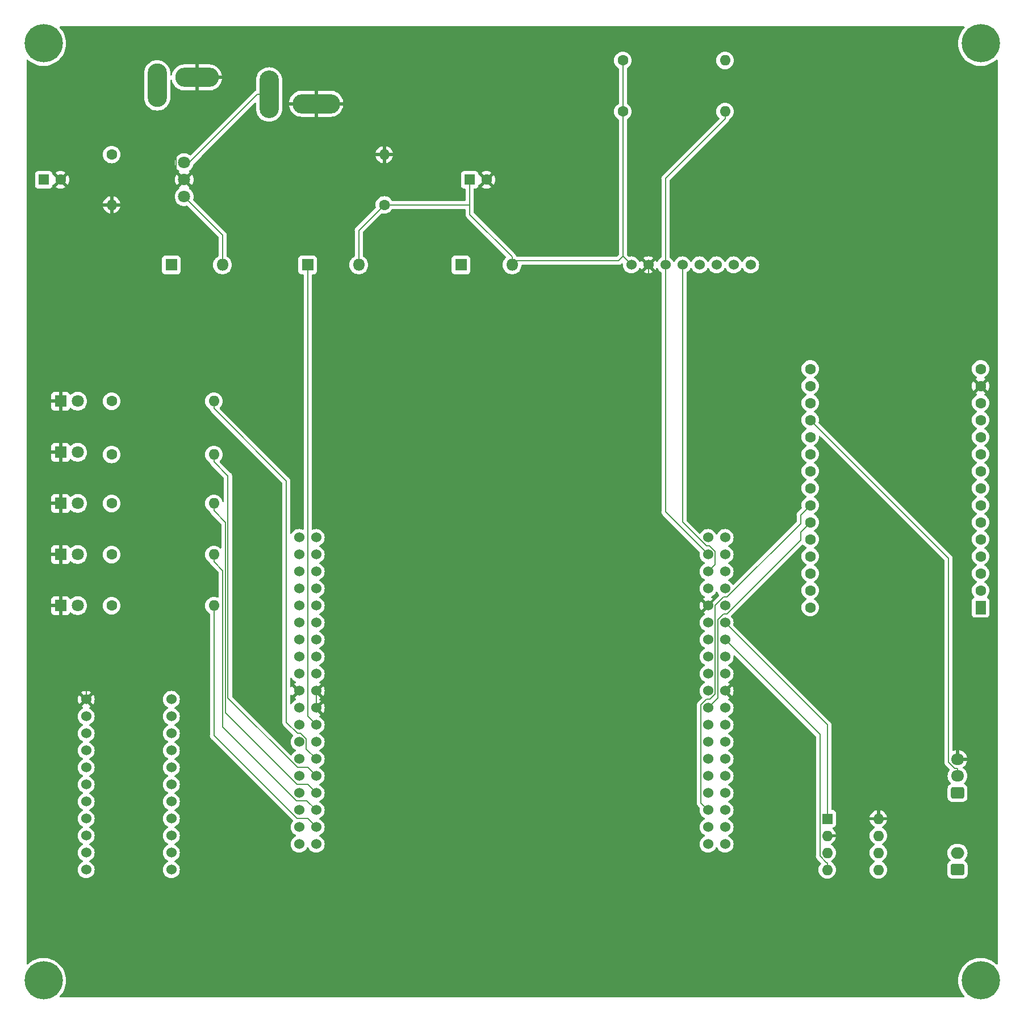
<source format=gbr>
G04 #@! TF.GenerationSoftware,KiCad,Pcbnew,7.0.2*
G04 #@! TF.CreationDate,2023-07-24T17:38:17+09:00*
G04 #@! TF.ProjectId,main_board,6d61696e-5f62-46f6-9172-642e6b696361,rev?*
G04 #@! TF.SameCoordinates,Original*
G04 #@! TF.FileFunction,Copper,L2,Bot*
G04 #@! TF.FilePolarity,Positive*
%FSLAX46Y46*%
G04 Gerber Fmt 4.6, Leading zero omitted, Abs format (unit mm)*
G04 Created by KiCad (PCBNEW 7.0.2) date 2023-07-24 17:38:17*
%MOMM*%
%LPD*%
G01*
G04 APERTURE LIST*
G04 Aperture macros list*
%AMRoundRect*
0 Rectangle with rounded corners*
0 $1 Rounding radius*
0 $2 $3 $4 $5 $6 $7 $8 $9 X,Y pos of 4 corners*
0 Add a 4 corners polygon primitive as box body*
4,1,4,$2,$3,$4,$5,$6,$7,$8,$9,$2,$3,0*
0 Add four circle primitives for the rounded corners*
1,1,$1+$1,$2,$3*
1,1,$1+$1,$4,$5*
1,1,$1+$1,$6,$7*
1,1,$1+$1,$8,$9*
0 Add four rect primitives between the rounded corners*
20,1,$1+$1,$2,$3,$4,$5,0*
20,1,$1+$1,$4,$5,$6,$7,0*
20,1,$1+$1,$6,$7,$8,$9,0*
20,1,$1+$1,$8,$9,$2,$3,0*%
G04 Aperture macros list end*
G04 #@! TA.AperFunction,ComponentPad*
%ADD10R,1.800000X1.800000*%
G04 #@! TD*
G04 #@! TA.AperFunction,ComponentPad*
%ADD11O,1.800000X1.800000*%
G04 #@! TD*
G04 #@! TA.AperFunction,ComponentPad*
%ADD12C,1.600000*%
G04 #@! TD*
G04 #@! TA.AperFunction,ComponentPad*
%ADD13O,1.600000X1.600000*%
G04 #@! TD*
G04 #@! TA.AperFunction,ComponentPad*
%ADD14R,1.600000X2.000000*%
G04 #@! TD*
G04 #@! TA.AperFunction,ComponentPad*
%ADD15RoundRect,0.250000X0.750000X-0.600000X0.750000X0.600000X-0.750000X0.600000X-0.750000X-0.600000X0*%
G04 #@! TD*
G04 #@! TA.AperFunction,ComponentPad*
%ADD16O,2.000000X1.700000*%
G04 #@! TD*
G04 #@! TA.AperFunction,ComponentPad*
%ADD17C,1.800000*%
G04 #@! TD*
G04 #@! TA.AperFunction,ComponentPad*
%ADD18C,1.524000*%
G04 #@! TD*
G04 #@! TA.AperFunction,ComponentPad*
%ADD19C,5.700000*%
G04 #@! TD*
G04 #@! TA.AperFunction,ComponentPad*
%ADD20O,2.900000X7.100000*%
G04 #@! TD*
G04 #@! TA.AperFunction,ComponentPad*
%ADD21O,7.100000X2.900000*%
G04 #@! TD*
G04 #@! TA.AperFunction,ComponentPad*
%ADD22O,2.900000X6.500000*%
G04 #@! TD*
G04 #@! TA.AperFunction,ComponentPad*
%ADD23O,6.500000X2.900000*%
G04 #@! TD*
G04 #@! TA.AperFunction,ComponentPad*
%ADD24RoundRect,0.250000X0.725000X-0.600000X0.725000X0.600000X-0.725000X0.600000X-0.725000X-0.600000X0*%
G04 #@! TD*
G04 #@! TA.AperFunction,ComponentPad*
%ADD25O,1.950000X1.700000*%
G04 #@! TD*
G04 #@! TA.AperFunction,ComponentPad*
%ADD26R,1.600000X1.600000*%
G04 #@! TD*
G04 #@! TA.AperFunction,Conductor*
%ADD27C,0.200000*%
G04 #@! TD*
G04 APERTURE END LIST*
D10*
X52070000Y-60960000D03*
D11*
X59690000Y-60960000D03*
D12*
X83820000Y-52010000D03*
D13*
X83820000Y-44510000D03*
D14*
X172720000Y-112035000D03*
D12*
X172720000Y-109495000D03*
X172720000Y-106955000D03*
X172720000Y-104415000D03*
X172720000Y-101875000D03*
X172720000Y-99335000D03*
X172720000Y-96795000D03*
X172720000Y-94255000D03*
X172720000Y-91715000D03*
X172720000Y-89175000D03*
X172720000Y-86635000D03*
X172720000Y-84095000D03*
X172720000Y-81555000D03*
X172720000Y-79015000D03*
X172720000Y-76475000D03*
X147320000Y-76475000D03*
X147320000Y-79015000D03*
X147320000Y-81555000D03*
X147320000Y-84095000D03*
X147320000Y-86635000D03*
X147320000Y-89175000D03*
X147320000Y-91715000D03*
X147320000Y-94255000D03*
X147320000Y-96795000D03*
X147320000Y-99335000D03*
X147320000Y-101875000D03*
X147320000Y-104415000D03*
X147320000Y-106955000D03*
X147320000Y-109495000D03*
X147320000Y-112035000D03*
D15*
X169270000Y-151110000D03*
D16*
X169270000Y-148610000D03*
D12*
X43180000Y-104140000D03*
D13*
X58420000Y-104140000D03*
D12*
X43180000Y-111760000D03*
D13*
X58420000Y-111760000D03*
D10*
X35560000Y-81280000D03*
D17*
X38100000Y-81280000D03*
D12*
X119380000Y-38100000D03*
D13*
X134620000Y-38100000D03*
D10*
X95250000Y-60960000D03*
D11*
X102870000Y-60960000D03*
D12*
X43180000Y-89230000D03*
D13*
X58420000Y-89230000D03*
D10*
X72390000Y-60960000D03*
D11*
X80010000Y-60960000D03*
D10*
X35560000Y-96520000D03*
D17*
X38100000Y-96520000D03*
D18*
X39370000Y-125730000D03*
X39370000Y-128270000D03*
X39370000Y-130810000D03*
X39370000Y-133350000D03*
X39370000Y-135890000D03*
X39370000Y-138430000D03*
X39370000Y-140970000D03*
X39370000Y-143510000D03*
X39370000Y-146050000D03*
X39370000Y-148590000D03*
X39370000Y-151130000D03*
X52070000Y-151130000D03*
X52070000Y-148590000D03*
X52070000Y-146050000D03*
X52070000Y-143510000D03*
X52070000Y-140970000D03*
X52070000Y-138430000D03*
X52070000Y-135890000D03*
X52070000Y-133350000D03*
X52070000Y-130810000D03*
X52070000Y-128270000D03*
X52070000Y-125730000D03*
D10*
X35560000Y-104140000D03*
D17*
X38100000Y-104140000D03*
D19*
X33020000Y-27940000D03*
D12*
X43180000Y-44510000D03*
D13*
X43180000Y-52010000D03*
D20*
X66660000Y-35560000D03*
D21*
X73660000Y-36935000D03*
D19*
X172720000Y-27940000D03*
D10*
X35560000Y-88900000D03*
D17*
X38100000Y-88900000D03*
D19*
X172720000Y-167640000D03*
X33020000Y-167640000D03*
D18*
X120650000Y-60960000D03*
X123190000Y-60960000D03*
X125730000Y-60960000D03*
X128270000Y-60960000D03*
X130810000Y-60960000D03*
X133350000Y-60960000D03*
X135890000Y-60960000D03*
X138430000Y-60960000D03*
D17*
X54000000Y-45720000D03*
X54000000Y-48260000D03*
X54000000Y-50800000D03*
D12*
X43180000Y-96520000D03*
D13*
X58420000Y-96520000D03*
D12*
X43180000Y-81280000D03*
D13*
X58420000Y-81280000D03*
D22*
X49980000Y-34195000D03*
D23*
X55880000Y-33020000D03*
D24*
X169270000Y-139660000D03*
D25*
X169270000Y-137160000D03*
X169270000Y-134660000D03*
D26*
X33060000Y-48260000D03*
D12*
X35560000Y-48260000D03*
D26*
X96560000Y-48260000D03*
D12*
X99060000Y-48260000D03*
D10*
X35560000Y-111760000D03*
D17*
X38100000Y-111760000D03*
D12*
X119380000Y-30480000D03*
D13*
X134620000Y-30480000D03*
D18*
X71120000Y-101600000D03*
X73660000Y-101600000D03*
X71120000Y-104140000D03*
X73660000Y-104140000D03*
X71120000Y-106680000D03*
X73660000Y-106680000D03*
X71120000Y-109220000D03*
X73660000Y-109220000D03*
X71120000Y-111760000D03*
X73660000Y-111760000D03*
X71120000Y-114300000D03*
X73660000Y-114300000D03*
X71120000Y-116840000D03*
X73660000Y-116840000D03*
X71120000Y-119380000D03*
X73660000Y-119380000D03*
X71120000Y-121920000D03*
X73660000Y-121920000D03*
X71120000Y-124460000D03*
X73660000Y-124460000D03*
X71120000Y-127000000D03*
X73660000Y-127000000D03*
X71120000Y-129540000D03*
X73660000Y-129540000D03*
X71120000Y-132080000D03*
X73660000Y-132080000D03*
X71120000Y-134620000D03*
X73660000Y-134620000D03*
X71120000Y-137160000D03*
X73660000Y-137160000D03*
X71120000Y-139700000D03*
X73660000Y-139700000D03*
X71120000Y-142240000D03*
X73660000Y-142240000D03*
X71120000Y-144780000D03*
X73660000Y-144780000D03*
X71120000Y-147320000D03*
X73660000Y-147320000D03*
X132080000Y-101600000D03*
X134620000Y-101600000D03*
X132080000Y-104140000D03*
X134620000Y-104140000D03*
X132080000Y-106680000D03*
X134620000Y-106680000D03*
X132080000Y-109220000D03*
X134620000Y-109220000D03*
X132080000Y-111760000D03*
X134620000Y-111760000D03*
X132080000Y-114300000D03*
X134620000Y-114300000D03*
X132080000Y-116840000D03*
X134620000Y-116840000D03*
X132080000Y-119380000D03*
X134620000Y-119380000D03*
X132080000Y-121920000D03*
X134620000Y-121920000D03*
X132080000Y-124460000D03*
X134620000Y-124460000D03*
X132080000Y-127000000D03*
X134620000Y-127000000D03*
X132080000Y-129540000D03*
X134620000Y-129540000D03*
X132080000Y-132080000D03*
X134620000Y-132080000D03*
X132080000Y-134620000D03*
X134620000Y-134620000D03*
X132080000Y-137160000D03*
X134620000Y-137160000D03*
X132080000Y-139700000D03*
X134620000Y-139700000D03*
X132080000Y-142240000D03*
X134620000Y-142240000D03*
X132080000Y-144780000D03*
X134620000Y-144780000D03*
X132080000Y-147320000D03*
X134620000Y-147320000D03*
D26*
X149860000Y-143520000D03*
D13*
X149860000Y-146060000D03*
X149860000Y-148600000D03*
X149860000Y-151140000D03*
X157480000Y-151140000D03*
X157480000Y-148600000D03*
X157480000Y-146060000D03*
X157480000Y-143520000D03*
D27*
X168818700Y-136009700D02*
X169270000Y-136009700D01*
X167920400Y-135111400D02*
X168818700Y-136009700D01*
X167920400Y-104695400D02*
X167920400Y-135111400D01*
X147320000Y-84095000D02*
X167920400Y-104695400D01*
X169270000Y-137160000D02*
X169270000Y-136009700D01*
X125730000Y-97790000D02*
X125730000Y-60960000D01*
X132080000Y-104140000D02*
X125730000Y-97790000D01*
X125730000Y-48090300D02*
X134620000Y-39200300D01*
X125730000Y-60960000D02*
X125730000Y-48090300D01*
X134620000Y-38100000D02*
X134620000Y-39200300D01*
X128270000Y-99317200D02*
X128270000Y-60960000D01*
X131822800Y-102870000D02*
X128270000Y-99317200D01*
X132319100Y-102870000D02*
X131822800Y-102870000D01*
X133142400Y-103693300D02*
X132319100Y-102870000D01*
X133142400Y-105617600D02*
X133142400Y-103693300D01*
X132080000Y-106680000D02*
X133142400Y-105617600D01*
X145880400Y-98234600D02*
X147320000Y-96795000D01*
X145880400Y-99523400D02*
X145880400Y-98234600D01*
X134913800Y-110490000D02*
X145880400Y-99523400D01*
X134381100Y-110490000D02*
X134913800Y-110490000D01*
X133142400Y-111728700D02*
X134381100Y-110490000D01*
X133142400Y-124969300D02*
X133142400Y-111728700D01*
X132381700Y-125730000D02*
X133142400Y-124969300D01*
X131846900Y-125730000D02*
X132381700Y-125730000D01*
X131014400Y-126562500D02*
X131846900Y-125730000D01*
X131014400Y-141174400D02*
X131014400Y-126562500D01*
X132080000Y-142240000D02*
X131014400Y-141174400D01*
X145880400Y-100774600D02*
X147320000Y-99335000D01*
X145880400Y-102026800D02*
X145880400Y-100774600D01*
X134877200Y-113030000D02*
X145880400Y-102026800D01*
X134381000Y-113030000D02*
X134877200Y-113030000D01*
X133557600Y-113853400D02*
X134381000Y-113030000D01*
X133557600Y-125522400D02*
X133557600Y-113853400D01*
X132080000Y-127000000D02*
X133557600Y-125522400D01*
X72390000Y-128270000D02*
X72390000Y-60960000D01*
X73660000Y-129540000D02*
X72390000Y-128270000D01*
X148759700Y-130979700D02*
X134620000Y-116840000D01*
X148759700Y-149077100D02*
X148759700Y-130979700D01*
X149722300Y-150039700D02*
X148759700Y-149077100D01*
X149860000Y-150039700D02*
X149722300Y-150039700D01*
X149860000Y-151140000D02*
X149860000Y-150039700D01*
X149860000Y-129540000D02*
X134620000Y-114300000D01*
X149860000Y-143520000D02*
X149860000Y-129540000D01*
X59690000Y-56490000D02*
X59690000Y-60960000D01*
X54000000Y-50800000D02*
X59690000Y-56490000D01*
X80010000Y-55820000D02*
X80010000Y-60960000D01*
X83820000Y-52010000D02*
X80010000Y-55820000D01*
X119380000Y-30480000D02*
X119380000Y-38100000D01*
X102870000Y-60960000D02*
X102870000Y-60359800D01*
X102870000Y-60359800D02*
X102870000Y-59759700D01*
X118710200Y-60359800D02*
X119380000Y-59690000D01*
X102870000Y-60359800D02*
X118710200Y-60359800D01*
X119380000Y-38100000D02*
X119380000Y-59690000D01*
X119380000Y-59690000D02*
X120650000Y-60960000D01*
X96560000Y-52010000D02*
X83820000Y-52010000D01*
X96560000Y-48260000D02*
X96560000Y-52010000D01*
X96560000Y-53449700D02*
X102870000Y-59759700D01*
X96560000Y-52010000D02*
X96560000Y-53449700D01*
X54749700Y-45720000D02*
X64909700Y-35560000D01*
X54000000Y-45720000D02*
X54749700Y-45720000D01*
X66660000Y-35560000D02*
X64909700Y-35560000D01*
X58420000Y-131133700D02*
X58420000Y-111760000D01*
X70796300Y-143510000D02*
X58420000Y-131133700D01*
X72390000Y-143510000D02*
X70796300Y-143510000D01*
X73660000Y-144780000D02*
X72390000Y-143510000D01*
X59726100Y-106546400D02*
X58420000Y-105240300D01*
X59726100Y-129829000D02*
X59726100Y-106546400D01*
X70712500Y-140815400D02*
X59726100Y-129829000D01*
X72235400Y-140815400D02*
X70712500Y-140815400D01*
X73660000Y-142240000D02*
X72235400Y-140815400D01*
X58420000Y-104140000D02*
X58420000Y-105240300D01*
X58420000Y-96520000D02*
X58420000Y-97620300D01*
X60126500Y-99326800D02*
X58420000Y-97620300D01*
X60126500Y-127699400D02*
X60126500Y-99326800D01*
X70857100Y-138430000D02*
X60126500Y-127699400D01*
X72390000Y-138430000D02*
X70857100Y-138430000D01*
X73660000Y-139700000D02*
X72390000Y-138430000D01*
X58420000Y-89230000D02*
X58420000Y-90330300D01*
X60526800Y-92437100D02*
X58420000Y-90330300D01*
X60526800Y-125557400D02*
X60526800Y-92437100D01*
X70859400Y-135890000D02*
X60526800Y-125557400D01*
X72390000Y-135890000D02*
X70859400Y-135890000D01*
X73660000Y-137160000D02*
X72390000Y-135890000D01*
X69193600Y-93153900D02*
X58420000Y-82380300D01*
X69193600Y-129132700D02*
X69193600Y-93153900D01*
X70870900Y-130810000D02*
X69193600Y-129132700D01*
X71359100Y-130810000D02*
X70870900Y-130810000D01*
X72182400Y-131633300D02*
X71359100Y-130810000D01*
X72182400Y-133142400D02*
X72182400Y-131633300D01*
X73660000Y-134620000D02*
X72182400Y-133142400D01*
X58420000Y-81280000D02*
X58420000Y-82380300D01*
X73660000Y-124460000D02*
X73660000Y-127000000D01*
X35560000Y-104140000D02*
X35560000Y-96520000D01*
X35560000Y-96520000D02*
X35560000Y-88900000D01*
X35560000Y-88900000D02*
X35560000Y-81280000D01*
X169270000Y-82465000D02*
X169270000Y-134660000D01*
X172720000Y-79015000D02*
X169270000Y-82465000D01*
X55880000Y-33020000D02*
X55880000Y-34770300D01*
X49236000Y-47054300D02*
X52794300Y-47054300D01*
X44280300Y-52010000D02*
X49236000Y-47054300D01*
X54000000Y-48260000D02*
X52794300Y-47054300D01*
X52794300Y-37856000D02*
X55880000Y-34770300D01*
X52794300Y-47054300D02*
X52794300Y-37856000D01*
X43180000Y-52010000D02*
X44280300Y-52010000D01*
X123190000Y-102870000D02*
X123190000Y-60960000D01*
X132080000Y-111760000D02*
X123190000Y-102870000D01*
X35560000Y-111760000D02*
X35560000Y-104140000D01*
X39370000Y-116770300D02*
X39370000Y-125730000D01*
X35560000Y-112960300D02*
X39370000Y-116770300D01*
X35560000Y-111760000D02*
X35560000Y-112960300D01*
G04 #@! TA.AperFunction,Conductor*
G36*
X133417865Y-109673436D02*
G01*
X133462382Y-109724811D01*
X133522466Y-109853662D01*
X133649174Y-110034620D01*
X133730528Y-110115974D01*
X133764013Y-110177297D01*
X133759029Y-110246989D01*
X133730528Y-110291336D01*
X132751365Y-111270498D01*
X132739173Y-111281191D01*
X132714118Y-111300417D01*
X132689950Y-111331915D01*
X132617863Y-111425860D01*
X132557356Y-111571937D01*
X132553107Y-111604209D01*
X132524839Y-111668105D01*
X132517849Y-111675702D01*
X132464903Y-111728647D01*
X132464949Y-111728102D01*
X132433734Y-111604838D01*
X132364187Y-111498388D01*
X132263843Y-111420287D01*
X132143578Y-111379000D01*
X132107447Y-111379000D01*
X132778187Y-110708258D01*
X132713406Y-110662898D01*
X132584219Y-110602658D01*
X132531779Y-110556486D01*
X132512627Y-110489293D01*
X132532843Y-110422411D01*
X132584219Y-110377894D01*
X132593751Y-110373449D01*
X132713662Y-110317534D01*
X132894620Y-110190826D01*
X133050826Y-110034620D01*
X133177534Y-109853662D01*
X133237617Y-109724811D01*
X133283790Y-109672372D01*
X133350984Y-109653220D01*
X133417865Y-109673436D01*
G37*
G04 #@! TD.AperFunction*
G04 #@! TA.AperFunction,Conductor*
G36*
X70735051Y-124491898D02*
G01*
X70766266Y-124615162D01*
X70835813Y-124721612D01*
X70936157Y-124799713D01*
X71056422Y-124841000D01*
X71092552Y-124841000D01*
X70421812Y-125511740D01*
X70486592Y-125557100D01*
X70615780Y-125617341D01*
X70668220Y-125663513D01*
X70687372Y-125730706D01*
X70667157Y-125797587D01*
X70615782Y-125842105D01*
X70486336Y-125902467D01*
X70305379Y-126029174D01*
X70149174Y-126185379D01*
X70019675Y-126370325D01*
X69965098Y-126413950D01*
X69895600Y-126421144D01*
X69833245Y-126389621D01*
X69797831Y-126329391D01*
X69794100Y-126299202D01*
X69794100Y-125159926D01*
X69813785Y-125092887D01*
X69866589Y-125047132D01*
X69935747Y-125037188D01*
X69999303Y-125066213D01*
X70019675Y-125088803D01*
X70068258Y-125158187D01*
X70735096Y-124491349D01*
X70735051Y-124491898D01*
G37*
G04 #@! TD.AperFunction*
G04 #@! TA.AperFunction,Conductor*
G36*
X69999303Y-122527085D02*
G01*
X70019675Y-122549675D01*
X70022464Y-122553658D01*
X70022466Y-122553662D01*
X70149174Y-122734620D01*
X70305380Y-122890826D01*
X70486338Y-123017534D01*
X70556173Y-123050098D01*
X70615780Y-123077894D01*
X70668219Y-123124066D01*
X70687371Y-123191260D01*
X70667155Y-123258141D01*
X70615780Y-123302658D01*
X70486589Y-123362900D01*
X70421811Y-123408258D01*
X71092553Y-124079000D01*
X71088431Y-124079000D01*
X70994579Y-124094661D01*
X70882749Y-124155180D01*
X70796629Y-124248731D01*
X70745552Y-124365177D01*
X70739894Y-124433447D01*
X70068258Y-123761811D01*
X70068257Y-123761812D01*
X70019675Y-123831196D01*
X69965098Y-123874821D01*
X69895600Y-123882015D01*
X69833245Y-123850492D01*
X69797831Y-123790263D01*
X69794100Y-123760073D01*
X69794100Y-122620798D01*
X69813785Y-122553759D01*
X69866589Y-122508004D01*
X69935747Y-122498060D01*
X69999303Y-122527085D01*
G37*
G04 #@! TD.AperFunction*
G04 #@! TA.AperFunction,Conductor*
G36*
X170285227Y-25419685D02*
G01*
X170330982Y-25472489D01*
X170340926Y-25541647D01*
X170311901Y-25605203D01*
X170303462Y-25614024D01*
X170286416Y-25630170D01*
X170286410Y-25630175D01*
X170283979Y-25632479D01*
X170281816Y-25635024D01*
X170281805Y-25635037D01*
X170050946Y-25906827D01*
X170050940Y-25906834D01*
X170048773Y-25909386D01*
X170046892Y-25912158D01*
X170046886Y-25912168D01*
X169846773Y-26207312D01*
X169844883Y-26210100D01*
X169843308Y-26213070D01*
X169843306Y-26213074D01*
X169676277Y-26528123D01*
X169676272Y-26528132D01*
X169674702Y-26531095D01*
X169673461Y-26534207D01*
X169673457Y-26534218D01*
X169541470Y-26865482D01*
X169541465Y-26865496D01*
X169540225Y-26868609D01*
X169443027Y-27218684D01*
X169442483Y-27222000D01*
X169442481Y-27222011D01*
X169384794Y-27573888D01*
X169384249Y-27577215D01*
X169384067Y-27580565D01*
X169384066Y-27580578D01*
X169364761Y-27936643D01*
X169364579Y-27940000D01*
X169364761Y-27943356D01*
X169384066Y-28299421D01*
X169384067Y-28299432D01*
X169384249Y-28302785D01*
X169443027Y-28661316D01*
X169540225Y-29011391D01*
X169541467Y-29014508D01*
X169541470Y-29014517D01*
X169613128Y-29194365D01*
X169674702Y-29348905D01*
X169844883Y-29669900D01*
X170048773Y-29970614D01*
X170283979Y-30247521D01*
X170286410Y-30249824D01*
X170286416Y-30249830D01*
X170389274Y-30347262D01*
X170547746Y-30497375D01*
X170836981Y-30717245D01*
X171148292Y-30904555D01*
X171478031Y-31057108D01*
X171822330Y-31173116D01*
X172177153Y-31251218D01*
X172538341Y-31290500D01*
X172541699Y-31290500D01*
X172898301Y-31290500D01*
X172901659Y-31290500D01*
X173262847Y-31251218D01*
X173617670Y-31173116D01*
X173961969Y-31057108D01*
X174291708Y-30904555D01*
X174603019Y-30717245D01*
X174892254Y-30497375D01*
X175050727Y-30347260D01*
X175112932Y-30315450D01*
X175182463Y-30322319D01*
X175237243Y-30365689D01*
X175259878Y-30431791D01*
X175260000Y-30437285D01*
X175260000Y-165142714D01*
X175240315Y-165209753D01*
X175187511Y-165255508D01*
X175118353Y-165265452D01*
X175054797Y-165236427D01*
X175050725Y-165232737D01*
X174955689Y-165142714D01*
X174892254Y-165082625D01*
X174603019Y-164862755D01*
X174600150Y-164861029D01*
X174600143Y-164861024D01*
X174294590Y-164677179D01*
X174294589Y-164677178D01*
X174291708Y-164675445D01*
X174288652Y-164674031D01*
X173965024Y-164524305D01*
X173965017Y-164524302D01*
X173961969Y-164522892D01*
X173872696Y-164492812D01*
X173620853Y-164407956D01*
X173620844Y-164407953D01*
X173617670Y-164406884D01*
X173614402Y-164406164D01*
X173614389Y-164406161D01*
X173266134Y-164329505D01*
X173266124Y-164329503D01*
X173262847Y-164328782D01*
X172901659Y-164289500D01*
X172538341Y-164289500D01*
X172535004Y-164289862D01*
X172535002Y-164289863D01*
X172180499Y-164328418D01*
X172180497Y-164328418D01*
X172177153Y-164328782D01*
X172173878Y-164329502D01*
X172173865Y-164329505D01*
X171825610Y-164406161D01*
X171825592Y-164406165D01*
X171822330Y-164406884D01*
X171819159Y-164407952D01*
X171819146Y-164407956D01*
X171481218Y-164521818D01*
X171481215Y-164521819D01*
X171478031Y-164522892D01*
X171474988Y-164524299D01*
X171474975Y-164524305D01*
X171151347Y-164674031D01*
X171151337Y-164674035D01*
X171148292Y-164675445D01*
X171145418Y-164677174D01*
X171145409Y-164677179D01*
X170839856Y-164861024D01*
X170839840Y-164861034D01*
X170836981Y-164862755D01*
X170834315Y-164864781D01*
X170834310Y-164864785D01*
X170550419Y-165080592D01*
X170550407Y-165080601D01*
X170547746Y-165082625D01*
X170545310Y-165084931D01*
X170545307Y-165084935D01*
X170286416Y-165330169D01*
X170286401Y-165330184D01*
X170283979Y-165332479D01*
X170281816Y-165335024D01*
X170281805Y-165335037D01*
X170050946Y-165606827D01*
X170050940Y-165606834D01*
X170048773Y-165609386D01*
X170046892Y-165612158D01*
X170046886Y-165612168D01*
X169846773Y-165907312D01*
X169844883Y-165910100D01*
X169843308Y-165913070D01*
X169843306Y-165913074D01*
X169676277Y-166228123D01*
X169676272Y-166228132D01*
X169674702Y-166231095D01*
X169673461Y-166234207D01*
X169673457Y-166234218D01*
X169541470Y-166565482D01*
X169541465Y-166565496D01*
X169540225Y-166568609D01*
X169443027Y-166918684D01*
X169442483Y-166922000D01*
X169442481Y-166922011D01*
X169384794Y-167273888D01*
X169384249Y-167277215D01*
X169384067Y-167280565D01*
X169384066Y-167280578D01*
X169364761Y-167636643D01*
X169364579Y-167640000D01*
X169364761Y-167643356D01*
X169384066Y-167999421D01*
X169384067Y-167999432D01*
X169384249Y-168002785D01*
X169443027Y-168361316D01*
X169540225Y-168711391D01*
X169541467Y-168714508D01*
X169541470Y-168714517D01*
X169673457Y-169045781D01*
X169674702Y-169048905D01*
X169844883Y-169369900D01*
X170048773Y-169670614D01*
X170283979Y-169947521D01*
X170286416Y-169949829D01*
X170303462Y-169965976D01*
X170338596Y-170026370D01*
X170335501Y-170096171D01*
X170295160Y-170153218D01*
X170230381Y-170179399D01*
X170218188Y-170180000D01*
X35521812Y-170180000D01*
X35454773Y-170160315D01*
X35409018Y-170107511D01*
X35399074Y-170038353D01*
X35428099Y-169974797D01*
X35436538Y-169965976D01*
X35456021Y-169947521D01*
X35691227Y-169670614D01*
X35895117Y-169369900D01*
X36065298Y-169048905D01*
X36199775Y-168711391D01*
X36296973Y-168361316D01*
X36355751Y-168002785D01*
X36375421Y-167640000D01*
X36355751Y-167277215D01*
X36296973Y-166918684D01*
X36199775Y-166568609D01*
X36065298Y-166231095D01*
X35895117Y-165910100D01*
X35691227Y-165609386D01*
X35456021Y-165332479D01*
X35453588Y-165330174D01*
X35453583Y-165330169D01*
X35255689Y-165142714D01*
X35192254Y-165082625D01*
X34903019Y-164862755D01*
X34900150Y-164861029D01*
X34900143Y-164861024D01*
X34594590Y-164677179D01*
X34594589Y-164677178D01*
X34591708Y-164675445D01*
X34588652Y-164674031D01*
X34265024Y-164524305D01*
X34265017Y-164524302D01*
X34261969Y-164522892D01*
X34172696Y-164492812D01*
X33920853Y-164407956D01*
X33920844Y-164407953D01*
X33917670Y-164406884D01*
X33914402Y-164406164D01*
X33914389Y-164406161D01*
X33566134Y-164329505D01*
X33566124Y-164329503D01*
X33562847Y-164328782D01*
X33201659Y-164289500D01*
X32838341Y-164289500D01*
X32835004Y-164289862D01*
X32835002Y-164289863D01*
X32480499Y-164328418D01*
X32480497Y-164328418D01*
X32477153Y-164328782D01*
X32473878Y-164329502D01*
X32473865Y-164329505D01*
X32125610Y-164406161D01*
X32125592Y-164406165D01*
X32122330Y-164406884D01*
X32119159Y-164407952D01*
X32119146Y-164407956D01*
X31781218Y-164521818D01*
X31781215Y-164521819D01*
X31778031Y-164522892D01*
X31774988Y-164524299D01*
X31774975Y-164524305D01*
X31451347Y-164674031D01*
X31451337Y-164674035D01*
X31448292Y-164675445D01*
X31445418Y-164677174D01*
X31445409Y-164677179D01*
X31139856Y-164861024D01*
X31139840Y-164861034D01*
X31136981Y-164862755D01*
X31134315Y-164864781D01*
X31134310Y-164864785D01*
X30850419Y-165080592D01*
X30850407Y-165080601D01*
X30847746Y-165082625D01*
X30845310Y-165084931D01*
X30845307Y-165084935D01*
X30689275Y-165232737D01*
X30627067Y-165264550D01*
X30557536Y-165257680D01*
X30502757Y-165214309D01*
X30480122Y-165148208D01*
X30480000Y-165142714D01*
X30480000Y-151130000D01*
X38102676Y-151130000D01*
X38121929Y-151350065D01*
X38126383Y-151366689D01*
X38179106Y-151563450D01*
X38272466Y-151763662D01*
X38399174Y-151944620D01*
X38555380Y-152100826D01*
X38736338Y-152227534D01*
X38936550Y-152320894D01*
X39149932Y-152378070D01*
X39296644Y-152390905D01*
X39369999Y-152397323D01*
X39369999Y-152397322D01*
X39370000Y-152397323D01*
X39590068Y-152378070D01*
X39803450Y-152320894D01*
X40003662Y-152227534D01*
X40184620Y-152100826D01*
X40340826Y-151944620D01*
X40467534Y-151763662D01*
X40560894Y-151563450D01*
X40618070Y-151350068D01*
X40637323Y-151130000D01*
X50802676Y-151130000D01*
X50821929Y-151350065D01*
X50826383Y-151366689D01*
X50879106Y-151563450D01*
X50972466Y-151763662D01*
X51099174Y-151944620D01*
X51255380Y-152100826D01*
X51436338Y-152227534D01*
X51636550Y-152320894D01*
X51849932Y-152378070D01*
X52070000Y-152397323D01*
X52290068Y-152378070D01*
X52503450Y-152320894D01*
X52703662Y-152227534D01*
X52884620Y-152100826D01*
X53040826Y-151944620D01*
X53167534Y-151763662D01*
X53260894Y-151563450D01*
X53318070Y-151350068D01*
X53337323Y-151130000D01*
X53318070Y-150909932D01*
X53260894Y-150696550D01*
X53167534Y-150496339D01*
X53040826Y-150315380D01*
X52884620Y-150159174D01*
X52703662Y-150032466D01*
X52574811Y-149972382D01*
X52522372Y-149926210D01*
X52503220Y-149859016D01*
X52523436Y-149792135D01*
X52574811Y-149747618D01*
X52609331Y-149731521D01*
X52703662Y-149687534D01*
X52884620Y-149560826D01*
X53040826Y-149404620D01*
X53167534Y-149223662D01*
X53260894Y-149023450D01*
X53318070Y-148810068D01*
X53337323Y-148590000D01*
X53318070Y-148369932D01*
X53260894Y-148156550D01*
X53167534Y-147956339D01*
X53040826Y-147775380D01*
X52884620Y-147619174D01*
X52703662Y-147492466D01*
X52574811Y-147432382D01*
X52522372Y-147386210D01*
X52503220Y-147319016D01*
X52523436Y-147252135D01*
X52574811Y-147207618D01*
X52580027Y-147205185D01*
X52703662Y-147147534D01*
X52884620Y-147020826D01*
X53040826Y-146864620D01*
X53167534Y-146683662D01*
X53260894Y-146483450D01*
X53318070Y-146270068D01*
X53337323Y-146050000D01*
X53318070Y-145829932D01*
X53260894Y-145616550D01*
X53167534Y-145416339D01*
X53040826Y-145235380D01*
X52884620Y-145079174D01*
X52703662Y-144952466D01*
X52654261Y-144929430D01*
X52574811Y-144892382D01*
X52522372Y-144846210D01*
X52503220Y-144779016D01*
X52523436Y-144712135D01*
X52574811Y-144667618D01*
X52612303Y-144650135D01*
X52703662Y-144607534D01*
X52884620Y-144480826D01*
X53040826Y-144324620D01*
X53167534Y-144143662D01*
X53260894Y-143943450D01*
X53318070Y-143730068D01*
X53337323Y-143510000D01*
X53318070Y-143289932D01*
X53260894Y-143076550D01*
X53167534Y-142876339D01*
X53040826Y-142695380D01*
X52884620Y-142539174D01*
X52703662Y-142412466D01*
X52655194Y-142389865D01*
X52574811Y-142352382D01*
X52522372Y-142306210D01*
X52503220Y-142239016D01*
X52523436Y-142172135D01*
X52574811Y-142127618D01*
X52580027Y-142125185D01*
X52703662Y-142067534D01*
X52884620Y-141940826D01*
X53040826Y-141784620D01*
X53167534Y-141603662D01*
X53260894Y-141403450D01*
X53318070Y-141190068D01*
X53337323Y-140970000D01*
X53318070Y-140749932D01*
X53260894Y-140536550D01*
X53167534Y-140336339D01*
X53040826Y-140155380D01*
X52884620Y-139999174D01*
X52703662Y-139872466D01*
X52574811Y-139812382D01*
X52522372Y-139766210D01*
X52503220Y-139699016D01*
X52523436Y-139632135D01*
X52574811Y-139587618D01*
X52580027Y-139585185D01*
X52703662Y-139527534D01*
X52884620Y-139400826D01*
X53040826Y-139244620D01*
X53167534Y-139063662D01*
X53260894Y-138863450D01*
X53318070Y-138650068D01*
X53337323Y-138430000D01*
X53318070Y-138209932D01*
X53260894Y-137996550D01*
X53167534Y-137796339D01*
X53040826Y-137615380D01*
X52884620Y-137459174D01*
X52703662Y-137332466D01*
X52574811Y-137272382D01*
X52522372Y-137226210D01*
X52503220Y-137159016D01*
X52523436Y-137092135D01*
X52574811Y-137047618D01*
X52580027Y-137045185D01*
X52703662Y-136987534D01*
X52884620Y-136860826D01*
X53040826Y-136704620D01*
X53167534Y-136523662D01*
X53260894Y-136323450D01*
X53318070Y-136110068D01*
X53337323Y-135890000D01*
X53318070Y-135669932D01*
X53260894Y-135456550D01*
X53167534Y-135256339D01*
X53040826Y-135075380D01*
X52884620Y-134919174D01*
X52703662Y-134792466D01*
X52574811Y-134732382D01*
X52522372Y-134686210D01*
X52503220Y-134619016D01*
X52523436Y-134552135D01*
X52574811Y-134507618D01*
X52580027Y-134505185D01*
X52703662Y-134447534D01*
X52884620Y-134320826D01*
X53040826Y-134164620D01*
X53167534Y-133983662D01*
X53260894Y-133783450D01*
X53318070Y-133570068D01*
X53337323Y-133350000D01*
X53335173Y-133325430D01*
X53325325Y-133212859D01*
X53318070Y-133129932D01*
X53260894Y-132916550D01*
X53167534Y-132716339D01*
X53040826Y-132535380D01*
X52884620Y-132379174D01*
X52703662Y-132252466D01*
X52574811Y-132192382D01*
X52522372Y-132146210D01*
X52503220Y-132079016D01*
X52523436Y-132012135D01*
X52574811Y-131967618D01*
X52580027Y-131965185D01*
X52703662Y-131907534D01*
X52884620Y-131780826D01*
X53040826Y-131624620D01*
X53167534Y-131443662D01*
X53260894Y-131243450D01*
X53318070Y-131030068D01*
X53337323Y-130810000D01*
X53318070Y-130589932D01*
X53260894Y-130376550D01*
X53167534Y-130176339D01*
X53040826Y-129995380D01*
X52884620Y-129839174D01*
X52703662Y-129712466D01*
X52703661Y-129712465D01*
X52574811Y-129652381D01*
X52522372Y-129606208D01*
X52503220Y-129539015D01*
X52523436Y-129472133D01*
X52574810Y-129427618D01*
X52703662Y-129367534D01*
X52884620Y-129240826D01*
X53040826Y-129084620D01*
X53167534Y-128903662D01*
X53260894Y-128703450D01*
X53318070Y-128490068D01*
X53337323Y-128270000D01*
X53318070Y-128049932D01*
X53260894Y-127836550D01*
X53167534Y-127636339D01*
X53040826Y-127455380D01*
X52884620Y-127299174D01*
X52703662Y-127172466D01*
X52574811Y-127112382D01*
X52522372Y-127066210D01*
X52503220Y-126999016D01*
X52523436Y-126932135D01*
X52574811Y-126887618D01*
X52580027Y-126885185D01*
X52703662Y-126827534D01*
X52884620Y-126700826D01*
X53040826Y-126544620D01*
X53167534Y-126363662D01*
X53260894Y-126163450D01*
X53318070Y-125950068D01*
X53337323Y-125730000D01*
X53318070Y-125509932D01*
X53260894Y-125296550D01*
X53167534Y-125096339D01*
X53040826Y-124915380D01*
X52884620Y-124759174D01*
X52703662Y-124632466D01*
X52666553Y-124615162D01*
X52503451Y-124539106D01*
X52290065Y-124481929D01*
X52069999Y-124462676D01*
X51849934Y-124481929D01*
X51636548Y-124539106D01*
X51436338Y-124632466D01*
X51255379Y-124759174D01*
X51099174Y-124915379D01*
X50972466Y-125096338D01*
X50879106Y-125296548D01*
X50821929Y-125509934D01*
X50802676Y-125730000D01*
X50821929Y-125950065D01*
X50879106Y-126163451D01*
X50956485Y-126329391D01*
X50972466Y-126363662D01*
X51099174Y-126544620D01*
X51255380Y-126700826D01*
X51436338Y-126827534D01*
X51473447Y-126844838D01*
X51565189Y-126887618D01*
X51617628Y-126933790D01*
X51636780Y-127000984D01*
X51616564Y-127067865D01*
X51565189Y-127112382D01*
X51436338Y-127172466D01*
X51255379Y-127299174D01*
X51099174Y-127455379D01*
X50972466Y-127636338D01*
X50879106Y-127836548D01*
X50821929Y-128049934D01*
X50802676Y-128269999D01*
X50821929Y-128490065D01*
X50879106Y-128703451D01*
X50889332Y-128725380D01*
X50972466Y-128903662D01*
X51099174Y-129084620D01*
X51255380Y-129240826D01*
X51436338Y-129367534D01*
X51470018Y-129383239D01*
X51565189Y-129427618D01*
X51617628Y-129473790D01*
X51636780Y-129540984D01*
X51616564Y-129607865D01*
X51565189Y-129652382D01*
X51436338Y-129712466D01*
X51255379Y-129839174D01*
X51099174Y-129995379D01*
X50972466Y-130176338D01*
X50879106Y-130376548D01*
X50821929Y-130589934D01*
X50802676Y-130810000D01*
X50821929Y-131030065D01*
X50879106Y-131243451D01*
X50897334Y-131282541D01*
X50972466Y-131443662D01*
X51099174Y-131624620D01*
X51255380Y-131780826D01*
X51436338Y-131907534D01*
X51555748Y-131963215D01*
X51565189Y-131967618D01*
X51617628Y-132013790D01*
X51636780Y-132080984D01*
X51616564Y-132147865D01*
X51565189Y-132192382D01*
X51436338Y-132252466D01*
X51255379Y-132379174D01*
X51099174Y-132535379D01*
X50972466Y-132716338D01*
X50879106Y-132916548D01*
X50821929Y-133129934D01*
X50802676Y-133350000D01*
X50821929Y-133570065D01*
X50879106Y-133783451D01*
X50889332Y-133805380D01*
X50972466Y-133983662D01*
X51099174Y-134164620D01*
X51255380Y-134320826D01*
X51436338Y-134447534D01*
X51555748Y-134503215D01*
X51565189Y-134507618D01*
X51617628Y-134553790D01*
X51636780Y-134620984D01*
X51616564Y-134687865D01*
X51565189Y-134732382D01*
X51436338Y-134792466D01*
X51255379Y-134919174D01*
X51099174Y-135075379D01*
X50972466Y-135256338D01*
X50879106Y-135456548D01*
X50821929Y-135669934D01*
X50802676Y-135890000D01*
X50821929Y-136110065D01*
X50879106Y-136323451D01*
X50972466Y-136523661D01*
X50972466Y-136523662D01*
X51099174Y-136704620D01*
X51255380Y-136860826D01*
X51436338Y-136987534D01*
X51555748Y-137043215D01*
X51565189Y-137047618D01*
X51617628Y-137093790D01*
X51636780Y-137160984D01*
X51616564Y-137227865D01*
X51565189Y-137272382D01*
X51436338Y-137332466D01*
X51255379Y-137459174D01*
X51099174Y-137615379D01*
X50972466Y-137796338D01*
X50879106Y-137996548D01*
X50821929Y-138209934D01*
X50802676Y-138430000D01*
X50821929Y-138650065D01*
X50879106Y-138863451D01*
X50899508Y-138907203D01*
X50972466Y-139063662D01*
X51099174Y-139244620D01*
X51255380Y-139400826D01*
X51436338Y-139527534D01*
X51555748Y-139583215D01*
X51565189Y-139587618D01*
X51617628Y-139633790D01*
X51636780Y-139700984D01*
X51616564Y-139767865D01*
X51565189Y-139812382D01*
X51436338Y-139872466D01*
X51255379Y-139999174D01*
X51099174Y-140155379D01*
X50972466Y-140336338D01*
X50879106Y-140536548D01*
X50821929Y-140749934D01*
X50802676Y-140970000D01*
X50821929Y-141190065D01*
X50879106Y-141403451D01*
X50913515Y-141477241D01*
X50972466Y-141603662D01*
X51099174Y-141784620D01*
X51255380Y-141940826D01*
X51436338Y-142067534D01*
X51496312Y-142095500D01*
X51565189Y-142127618D01*
X51617628Y-142173790D01*
X51636780Y-142240984D01*
X51616564Y-142307865D01*
X51565189Y-142352382D01*
X51436338Y-142412466D01*
X51255379Y-142539174D01*
X51099174Y-142695379D01*
X50972466Y-142876338D01*
X50879106Y-143076548D01*
X50821929Y-143289934D01*
X50802676Y-143510000D01*
X50821929Y-143730065D01*
X50879106Y-143943451D01*
X50889332Y-143965380D01*
X50972466Y-144143662D01*
X51099174Y-144324620D01*
X51255380Y-144480826D01*
X51436338Y-144607534D01*
X51527697Y-144650135D01*
X51565189Y-144667618D01*
X51617628Y-144713790D01*
X51636780Y-144780984D01*
X51616564Y-144847865D01*
X51565189Y-144892382D01*
X51436338Y-144952466D01*
X51255379Y-145079174D01*
X51099174Y-145235379D01*
X50972466Y-145416338D01*
X50879106Y-145616548D01*
X50821929Y-145829934D01*
X50802676Y-146050000D01*
X50821929Y-146270065D01*
X50879106Y-146483451D01*
X50889332Y-146505380D01*
X50972466Y-146683662D01*
X51099174Y-146864620D01*
X51255380Y-147020826D01*
X51436338Y-147147534D01*
X51527697Y-147190135D01*
X51565189Y-147207618D01*
X51617628Y-147253790D01*
X51636780Y-147320984D01*
X51616564Y-147387865D01*
X51565189Y-147432382D01*
X51436338Y-147492466D01*
X51255379Y-147619174D01*
X51099174Y-147775379D01*
X50972466Y-147956338D01*
X50879106Y-148156548D01*
X50821929Y-148369934D01*
X50802676Y-148590000D01*
X50821929Y-148810065D01*
X50879106Y-149023451D01*
X50972466Y-149223662D01*
X51099174Y-149404620D01*
X51255380Y-149560826D01*
X51436338Y-149687534D01*
X51528621Y-149730566D01*
X51565189Y-149747618D01*
X51617628Y-149793790D01*
X51636780Y-149860984D01*
X51616564Y-149927865D01*
X51565189Y-149972382D01*
X51436338Y-150032466D01*
X51255379Y-150159174D01*
X51099174Y-150315379D01*
X50972466Y-150496338D01*
X50879106Y-150696548D01*
X50821929Y-150909934D01*
X50802676Y-151130000D01*
X40637323Y-151130000D01*
X40618070Y-150909932D01*
X40560894Y-150696550D01*
X40467534Y-150496339D01*
X40340826Y-150315380D01*
X40184620Y-150159174D01*
X40003662Y-150032466D01*
X39874811Y-149972382D01*
X39822372Y-149926210D01*
X39803220Y-149859016D01*
X39823436Y-149792135D01*
X39874811Y-149747618D01*
X39909331Y-149731521D01*
X40003662Y-149687534D01*
X40184620Y-149560826D01*
X40340826Y-149404620D01*
X40467534Y-149223662D01*
X40560894Y-149023450D01*
X40618070Y-148810068D01*
X40637323Y-148590000D01*
X40618070Y-148369932D01*
X40560894Y-148156550D01*
X40467534Y-147956339D01*
X40340826Y-147775380D01*
X40184620Y-147619174D01*
X40003662Y-147492466D01*
X39874811Y-147432382D01*
X39822372Y-147386210D01*
X39803220Y-147319016D01*
X39823436Y-147252135D01*
X39874811Y-147207618D01*
X39880027Y-147205185D01*
X40003662Y-147147534D01*
X40184620Y-147020826D01*
X40340826Y-146864620D01*
X40467534Y-146683662D01*
X40560894Y-146483450D01*
X40618070Y-146270068D01*
X40637323Y-146050000D01*
X40618070Y-145829932D01*
X40560894Y-145616550D01*
X40467534Y-145416339D01*
X40340826Y-145235380D01*
X40184620Y-145079174D01*
X40003662Y-144952466D01*
X39954261Y-144929430D01*
X39874811Y-144892382D01*
X39822372Y-144846210D01*
X39803220Y-144779016D01*
X39823436Y-144712135D01*
X39874811Y-144667618D01*
X39912303Y-144650135D01*
X40003662Y-144607534D01*
X40184620Y-144480826D01*
X40340826Y-144324620D01*
X40467534Y-144143662D01*
X40560894Y-143943450D01*
X40618070Y-143730068D01*
X40637323Y-143510000D01*
X40618070Y-143289932D01*
X40560894Y-143076550D01*
X40467534Y-142876339D01*
X40340826Y-142695380D01*
X40184620Y-142539174D01*
X40003662Y-142412466D01*
X39955194Y-142389865D01*
X39874811Y-142352382D01*
X39822372Y-142306210D01*
X39803220Y-142239016D01*
X39823436Y-142172135D01*
X39874811Y-142127618D01*
X39880027Y-142125185D01*
X40003662Y-142067534D01*
X40184620Y-141940826D01*
X40340826Y-141784620D01*
X40467534Y-141603662D01*
X40560894Y-141403450D01*
X40618070Y-141190068D01*
X40637323Y-140970000D01*
X40618070Y-140749932D01*
X40560894Y-140536550D01*
X40467534Y-140336339D01*
X40340826Y-140155380D01*
X40184620Y-139999174D01*
X40003662Y-139872466D01*
X39874811Y-139812382D01*
X39822372Y-139766210D01*
X39803220Y-139699016D01*
X39823436Y-139632135D01*
X39874811Y-139587618D01*
X39880027Y-139585185D01*
X40003662Y-139527534D01*
X40184620Y-139400826D01*
X40340826Y-139244620D01*
X40467534Y-139063662D01*
X40560894Y-138863450D01*
X40618070Y-138650068D01*
X40637323Y-138430000D01*
X40618070Y-138209932D01*
X40560894Y-137996550D01*
X40467534Y-137796339D01*
X40340826Y-137615380D01*
X40184620Y-137459174D01*
X40003662Y-137332466D01*
X39874811Y-137272382D01*
X39822372Y-137226210D01*
X39803220Y-137159016D01*
X39823436Y-137092135D01*
X39874811Y-137047618D01*
X39880027Y-137045185D01*
X40003662Y-136987534D01*
X40184620Y-136860826D01*
X40340826Y-136704620D01*
X40467534Y-136523662D01*
X40560894Y-136323450D01*
X40618070Y-136110068D01*
X40637323Y-135890000D01*
X40618070Y-135669932D01*
X40560894Y-135456550D01*
X40467534Y-135256339D01*
X40340826Y-135075380D01*
X40184620Y-134919174D01*
X40003662Y-134792466D01*
X39874811Y-134732382D01*
X39822372Y-134686210D01*
X39803220Y-134619016D01*
X39823436Y-134552135D01*
X39874811Y-134507618D01*
X39880027Y-134505185D01*
X40003662Y-134447534D01*
X40184620Y-134320826D01*
X40340826Y-134164620D01*
X40467534Y-133983662D01*
X40560894Y-133783450D01*
X40618070Y-133570068D01*
X40637323Y-133350000D01*
X40618070Y-133129932D01*
X40560894Y-132916550D01*
X40467534Y-132716339D01*
X40340826Y-132535380D01*
X40184620Y-132379174D01*
X40003662Y-132252466D01*
X39874811Y-132192382D01*
X39822372Y-132146210D01*
X39803220Y-132079016D01*
X39823436Y-132012135D01*
X39874811Y-131967618D01*
X39880027Y-131965185D01*
X40003662Y-131907534D01*
X40184620Y-131780826D01*
X40340826Y-131624620D01*
X40467534Y-131443662D01*
X40560894Y-131243450D01*
X40618070Y-131030068D01*
X40637323Y-130810000D01*
X40618070Y-130589932D01*
X40560894Y-130376550D01*
X40467534Y-130176339D01*
X40340826Y-129995380D01*
X40184620Y-129839174D01*
X40003662Y-129712466D01*
X40003661Y-129712465D01*
X39874811Y-129652381D01*
X39822372Y-129606208D01*
X39803220Y-129539015D01*
X39823436Y-129472133D01*
X39874810Y-129427618D01*
X40003662Y-129367534D01*
X40184620Y-129240826D01*
X40340826Y-129084620D01*
X40467534Y-128903662D01*
X40560894Y-128703450D01*
X40618070Y-128490068D01*
X40637323Y-128270000D01*
X40618070Y-128049932D01*
X40560894Y-127836550D01*
X40467534Y-127636339D01*
X40340826Y-127455380D01*
X40184620Y-127299174D01*
X40003662Y-127172466D01*
X40003661Y-127172466D01*
X39874218Y-127112105D01*
X39821779Y-127065932D01*
X39802627Y-126998739D01*
X39822843Y-126931858D01*
X39874220Y-126887340D01*
X40003411Y-126827098D01*
X40068187Y-126781740D01*
X39397448Y-126111000D01*
X39401569Y-126111000D01*
X39495421Y-126095339D01*
X39607251Y-126034820D01*
X39693371Y-125941269D01*
X39744448Y-125824823D01*
X39750105Y-125756552D01*
X40421740Y-126428186D01*
X40467100Y-126363408D01*
X40560420Y-126163281D01*
X40617575Y-125949978D01*
X40636821Y-125730000D01*
X40617575Y-125510021D01*
X40560421Y-125296720D01*
X40467098Y-125096589D01*
X40421740Y-125031811D01*
X39754903Y-125698648D01*
X39754949Y-125698102D01*
X39723734Y-125574838D01*
X39654187Y-125468388D01*
X39553843Y-125390287D01*
X39433578Y-125349000D01*
X39397445Y-125349000D01*
X40068187Y-124678258D01*
X40003406Y-124632898D01*
X39803281Y-124539579D01*
X39589978Y-124482424D01*
X39370000Y-124463178D01*
X39150021Y-124482424D01*
X38936719Y-124539578D01*
X38736589Y-124632900D01*
X38671811Y-124678258D01*
X39342552Y-125349000D01*
X39338431Y-125349000D01*
X39244579Y-125364661D01*
X39132749Y-125425180D01*
X39046629Y-125518731D01*
X38995552Y-125635177D01*
X38989894Y-125703447D01*
X38318258Y-125031811D01*
X38318258Y-125031812D01*
X38272900Y-125096589D01*
X38179578Y-125296719D01*
X38122424Y-125510021D01*
X38103178Y-125730000D01*
X38122424Y-125949978D01*
X38179579Y-126163281D01*
X38272898Y-126363406D01*
X38318258Y-126428187D01*
X38985096Y-125761349D01*
X38985051Y-125761898D01*
X39016266Y-125885162D01*
X39085813Y-125991612D01*
X39186157Y-126069713D01*
X39306422Y-126111000D01*
X39342553Y-126111000D01*
X38671812Y-126781740D01*
X38736592Y-126827100D01*
X38865780Y-126887341D01*
X38918220Y-126933513D01*
X38937372Y-127000706D01*
X38917157Y-127067587D01*
X38865782Y-127112105D01*
X38736336Y-127172467D01*
X38555379Y-127299174D01*
X38399174Y-127455379D01*
X38272466Y-127636338D01*
X38179106Y-127836548D01*
X38121929Y-128049934D01*
X38102676Y-128270000D01*
X38121929Y-128490065D01*
X38179106Y-128703451D01*
X38189332Y-128725380D01*
X38272466Y-128903662D01*
X38399174Y-129084620D01*
X38555380Y-129240826D01*
X38736338Y-129367534D01*
X38770018Y-129383239D01*
X38865189Y-129427618D01*
X38917628Y-129473790D01*
X38936780Y-129540984D01*
X38916564Y-129607865D01*
X38865189Y-129652382D01*
X38736338Y-129712466D01*
X38555379Y-129839174D01*
X38399174Y-129995379D01*
X38272466Y-130176338D01*
X38179106Y-130376548D01*
X38121929Y-130589934D01*
X38102676Y-130810000D01*
X38121929Y-131030065D01*
X38179106Y-131243451D01*
X38197334Y-131282541D01*
X38272466Y-131443662D01*
X38399174Y-131624620D01*
X38555380Y-131780826D01*
X38736338Y-131907534D01*
X38855748Y-131963215D01*
X38865189Y-131967618D01*
X38917628Y-132013790D01*
X38936780Y-132080984D01*
X38916564Y-132147865D01*
X38865189Y-132192382D01*
X38736338Y-132252466D01*
X38555379Y-132379174D01*
X38399174Y-132535379D01*
X38272466Y-132716338D01*
X38179106Y-132916548D01*
X38121929Y-133129934D01*
X38102676Y-133350000D01*
X38121929Y-133570065D01*
X38179106Y-133783451D01*
X38189332Y-133805380D01*
X38272466Y-133983662D01*
X38399174Y-134164620D01*
X38555380Y-134320826D01*
X38736338Y-134447534D01*
X38855748Y-134503215D01*
X38865189Y-134507618D01*
X38917628Y-134553790D01*
X38936780Y-134620984D01*
X38916564Y-134687865D01*
X38865189Y-134732382D01*
X38736338Y-134792466D01*
X38555379Y-134919174D01*
X38399174Y-135075379D01*
X38272466Y-135256338D01*
X38179106Y-135456548D01*
X38121929Y-135669934D01*
X38102676Y-135890000D01*
X38121929Y-136110065D01*
X38179106Y-136323451D01*
X38272466Y-136523662D01*
X38399174Y-136704620D01*
X38555380Y-136860826D01*
X38736338Y-136987534D01*
X38855748Y-137043215D01*
X38865189Y-137047618D01*
X38917628Y-137093790D01*
X38936780Y-137160984D01*
X38916564Y-137227865D01*
X38865189Y-137272382D01*
X38736338Y-137332466D01*
X38555379Y-137459174D01*
X38399174Y-137615379D01*
X38272466Y-137796338D01*
X38179106Y-137996548D01*
X38121929Y-138209934D01*
X38102676Y-138430000D01*
X38121929Y-138650065D01*
X38179106Y-138863451D01*
X38199508Y-138907203D01*
X38272466Y-139063662D01*
X38399174Y-139244620D01*
X38555380Y-139400826D01*
X38736338Y-139527534D01*
X38855748Y-139583215D01*
X38865189Y-139587618D01*
X38917628Y-139633790D01*
X38936780Y-139700984D01*
X38916564Y-139767865D01*
X38865189Y-139812382D01*
X38736338Y-139872466D01*
X38555379Y-139999174D01*
X38399174Y-140155379D01*
X38272466Y-140336338D01*
X38179106Y-140536548D01*
X38121929Y-140749934D01*
X38102676Y-140970000D01*
X38121929Y-141190065D01*
X38179106Y-141403451D01*
X38213515Y-141477241D01*
X38272466Y-141603662D01*
X38399174Y-141784620D01*
X38555380Y-141940826D01*
X38736338Y-142067534D01*
X38796312Y-142095500D01*
X38865189Y-142127618D01*
X38917628Y-142173790D01*
X38936780Y-142240984D01*
X38916564Y-142307865D01*
X38865189Y-142352382D01*
X38736338Y-142412466D01*
X38555379Y-142539174D01*
X38399174Y-142695379D01*
X38272466Y-142876338D01*
X38179106Y-143076548D01*
X38121929Y-143289934D01*
X38102676Y-143510000D01*
X38121929Y-143730065D01*
X38179106Y-143943451D01*
X38189332Y-143965380D01*
X38272466Y-144143662D01*
X38399174Y-144324620D01*
X38555380Y-144480826D01*
X38736338Y-144607534D01*
X38827697Y-144650135D01*
X38865189Y-144667618D01*
X38917628Y-144713790D01*
X38936780Y-144780984D01*
X38916564Y-144847865D01*
X38865189Y-144892382D01*
X38736338Y-144952466D01*
X38555379Y-145079174D01*
X38399174Y-145235379D01*
X38272466Y-145416338D01*
X38179106Y-145616548D01*
X38121929Y-145829934D01*
X38102676Y-146050000D01*
X38121929Y-146270065D01*
X38179106Y-146483451D01*
X38189332Y-146505380D01*
X38272466Y-146683662D01*
X38399174Y-146864620D01*
X38555380Y-147020826D01*
X38736338Y-147147534D01*
X38827697Y-147190135D01*
X38865189Y-147207618D01*
X38917628Y-147253790D01*
X38936780Y-147320984D01*
X38916564Y-147387865D01*
X38865189Y-147432382D01*
X38736338Y-147492466D01*
X38555379Y-147619174D01*
X38399174Y-147775379D01*
X38272466Y-147956338D01*
X38179106Y-148156548D01*
X38121929Y-148369934D01*
X38102676Y-148590000D01*
X38121929Y-148810065D01*
X38179106Y-149023451D01*
X38272466Y-149223662D01*
X38399174Y-149404620D01*
X38555380Y-149560826D01*
X38736338Y-149687534D01*
X38828621Y-149730566D01*
X38865189Y-149747618D01*
X38917628Y-149793790D01*
X38936780Y-149860984D01*
X38916564Y-149927865D01*
X38865189Y-149972382D01*
X38736338Y-150032466D01*
X38555379Y-150159174D01*
X38399174Y-150315379D01*
X38272466Y-150496338D01*
X38179106Y-150696548D01*
X38121929Y-150909934D01*
X38102676Y-151130000D01*
X30480000Y-151130000D01*
X30480000Y-112704518D01*
X34160000Y-112704518D01*
X34160354Y-112711132D01*
X34166400Y-112767371D01*
X34216647Y-112902089D01*
X34302811Y-113017188D01*
X34417910Y-113103352D01*
X34552628Y-113153599D01*
X34608867Y-113159645D01*
X34615482Y-113160000D01*
X35310000Y-113160000D01*
X35310000Y-112134189D01*
X35362547Y-112170016D01*
X35492173Y-112210000D01*
X35593724Y-112210000D01*
X35694138Y-112194865D01*
X35810000Y-112139068D01*
X35810000Y-113160000D01*
X36504518Y-113160000D01*
X36511132Y-113159645D01*
X36567371Y-113153599D01*
X36702089Y-113103352D01*
X36817188Y-113017188D01*
X36903352Y-112902088D01*
X36932075Y-112825080D01*
X36973946Y-112769146D01*
X37039410Y-112744729D01*
X37107683Y-112759581D01*
X37139487Y-112784431D01*
X37148212Y-112793910D01*
X37148215Y-112793912D01*
X37148216Y-112793913D01*
X37331374Y-112936470D01*
X37535497Y-113046936D01*
X37640175Y-113082872D01*
X37755015Y-113122297D01*
X37755017Y-113122297D01*
X37755019Y-113122298D01*
X37983951Y-113160500D01*
X37983952Y-113160500D01*
X38216048Y-113160500D01*
X38216049Y-113160500D01*
X38444981Y-113122298D01*
X38664503Y-113046936D01*
X38868626Y-112936470D01*
X39051784Y-112793913D01*
X39208979Y-112623153D01*
X39335924Y-112428849D01*
X39429157Y-112216300D01*
X39486134Y-111991305D01*
X39505300Y-111760000D01*
X41874531Y-111760000D01*
X41894364Y-111986689D01*
X41953261Y-112206497D01*
X42049432Y-112412735D01*
X42179953Y-112599140D01*
X42340859Y-112760046D01*
X42527264Y-112890567D01*
X42527265Y-112890567D01*
X42527266Y-112890568D01*
X42733504Y-112986739D01*
X42953308Y-113045635D01*
X43180000Y-113065468D01*
X43406692Y-113045635D01*
X43626496Y-112986739D01*
X43832734Y-112890568D01*
X44019139Y-112760047D01*
X44180047Y-112599139D01*
X44310568Y-112412734D01*
X44406739Y-112206496D01*
X44465635Y-111986692D01*
X44485468Y-111760000D01*
X57114531Y-111760000D01*
X57134364Y-111986689D01*
X57193261Y-112206497D01*
X57289432Y-112412735D01*
X57419953Y-112599140D01*
X57580859Y-112760046D01*
X57766622Y-112890117D01*
X57810247Y-112944693D01*
X57819499Y-112991692D01*
X57819499Y-131086211D01*
X57818439Y-131102394D01*
X57814318Y-131133700D01*
X57819500Y-131173060D01*
X57834956Y-131290462D01*
X57895463Y-131436540D01*
X57991716Y-131561981D01*
X58016768Y-131581203D01*
X58028964Y-131591899D01*
X70188127Y-143751062D01*
X70221612Y-143812385D01*
X70216628Y-143882077D01*
X70188129Y-143926422D01*
X70149174Y-143965377D01*
X70022466Y-144146337D01*
X69929106Y-144346548D01*
X69871929Y-144559934D01*
X69852676Y-144780000D01*
X69871929Y-145000065D01*
X69929106Y-145213451D01*
X70019601Y-145407519D01*
X70022466Y-145413662D01*
X70149174Y-145594620D01*
X70305380Y-145750826D01*
X70486338Y-145877534D01*
X70605748Y-145933215D01*
X70615189Y-145937618D01*
X70667628Y-145983790D01*
X70686780Y-146050984D01*
X70666564Y-146117865D01*
X70615189Y-146162382D01*
X70486338Y-146222466D01*
X70305379Y-146349174D01*
X70149174Y-146505379D01*
X70022466Y-146686338D01*
X69929106Y-146886548D01*
X69871929Y-147099934D01*
X69852676Y-147320000D01*
X69871929Y-147540065D01*
X69929106Y-147753451D01*
X70022466Y-147953662D01*
X70149174Y-148134620D01*
X70305380Y-148290826D01*
X70486338Y-148417534D01*
X70686550Y-148510894D01*
X70899932Y-148568070D01*
X71120000Y-148587323D01*
X71340068Y-148568070D01*
X71553450Y-148510894D01*
X71753662Y-148417534D01*
X71934620Y-148290826D01*
X72090826Y-148134620D01*
X72217534Y-147953662D01*
X72277617Y-147824811D01*
X72323790Y-147772372D01*
X72390984Y-147753220D01*
X72457865Y-147773436D01*
X72502382Y-147824811D01*
X72562466Y-147953662D01*
X72689174Y-148134620D01*
X72845380Y-148290826D01*
X73026338Y-148417534D01*
X73226550Y-148510894D01*
X73439932Y-148568070D01*
X73586643Y-148580905D01*
X73659999Y-148587323D01*
X73659999Y-148587322D01*
X73660000Y-148587323D01*
X73880068Y-148568070D01*
X74093450Y-148510894D01*
X74293662Y-148417534D01*
X74474620Y-148290826D01*
X74630826Y-148134620D01*
X74757534Y-147953662D01*
X74850894Y-147753450D01*
X74908070Y-147540068D01*
X74927323Y-147320000D01*
X74908070Y-147099932D01*
X74850894Y-146886550D01*
X74757534Y-146686339D01*
X74630826Y-146505380D01*
X74474620Y-146349174D01*
X74293662Y-146222466D01*
X74164811Y-146162382D01*
X74112372Y-146116210D01*
X74093220Y-146049016D01*
X74113436Y-145982135D01*
X74164811Y-145937618D01*
X74172570Y-145934000D01*
X74293662Y-145877534D01*
X74474620Y-145750826D01*
X74630826Y-145594620D01*
X74757534Y-145413662D01*
X74850894Y-145213450D01*
X74908070Y-145000068D01*
X74927323Y-144780000D01*
X74908070Y-144559932D01*
X74850894Y-144346550D01*
X74757534Y-144146339D01*
X74630826Y-143965380D01*
X74474620Y-143809174D01*
X74293662Y-143682466D01*
X74164811Y-143622382D01*
X74112372Y-143576210D01*
X74093220Y-143509016D01*
X74113436Y-143442135D01*
X74164811Y-143397618D01*
X74170743Y-143394852D01*
X74293662Y-143337534D01*
X74474620Y-143210826D01*
X74630826Y-143054620D01*
X74757534Y-142873662D01*
X74850894Y-142673450D01*
X74908070Y-142460068D01*
X74927323Y-142240000D01*
X74908070Y-142019932D01*
X74850894Y-141806550D01*
X74757534Y-141606339D01*
X74630826Y-141425380D01*
X74474620Y-141269174D01*
X74293662Y-141142466D01*
X74164811Y-141082382D01*
X74112372Y-141036210D01*
X74093220Y-140969016D01*
X74113436Y-140902135D01*
X74164811Y-140857618D01*
X74175334Y-140852711D01*
X74293662Y-140797534D01*
X74474620Y-140670826D01*
X74630826Y-140514620D01*
X74757534Y-140333662D01*
X74850894Y-140133450D01*
X74908070Y-139920068D01*
X74927323Y-139700000D01*
X74908070Y-139479932D01*
X74850894Y-139266550D01*
X74757534Y-139066339D01*
X74630826Y-138885380D01*
X74474620Y-138729174D01*
X74293662Y-138602466D01*
X74269811Y-138591344D01*
X74164811Y-138542381D01*
X74112372Y-138496208D01*
X74093220Y-138429015D01*
X74113436Y-138362133D01*
X74164810Y-138317618D01*
X74293662Y-138257534D01*
X74474620Y-138130826D01*
X74630826Y-137974620D01*
X74757534Y-137793662D01*
X74850894Y-137593450D01*
X74908070Y-137380068D01*
X74927323Y-137160000D01*
X74908070Y-136939932D01*
X74850894Y-136726550D01*
X74757534Y-136526339D01*
X74630826Y-136345380D01*
X74474620Y-136189174D01*
X74293662Y-136062466D01*
X74164811Y-136002382D01*
X74112372Y-135956210D01*
X74093220Y-135889016D01*
X74113436Y-135822135D01*
X74164811Y-135777618D01*
X74170027Y-135775185D01*
X74293662Y-135717534D01*
X74474620Y-135590826D01*
X74630826Y-135434620D01*
X74757534Y-135253662D01*
X74850894Y-135053450D01*
X74908070Y-134840068D01*
X74927323Y-134620000D01*
X74908070Y-134399932D01*
X74850894Y-134186550D01*
X74757534Y-133986339D01*
X74630826Y-133805380D01*
X74474620Y-133649174D01*
X74293662Y-133522466D01*
X74164811Y-133462382D01*
X74112372Y-133416210D01*
X74093220Y-133349016D01*
X74113436Y-133282135D01*
X74164811Y-133237618D01*
X74170027Y-133235185D01*
X74293662Y-133177534D01*
X74474620Y-133050826D01*
X74630826Y-132894620D01*
X74757534Y-132713662D01*
X74850894Y-132513450D01*
X74908070Y-132300068D01*
X74927323Y-132080000D01*
X74908070Y-131859932D01*
X74850894Y-131646550D01*
X74757534Y-131446339D01*
X74630826Y-131265380D01*
X74474620Y-131109174D01*
X74293662Y-130982466D01*
X74164811Y-130922382D01*
X74112372Y-130876210D01*
X74093220Y-130809016D01*
X74113436Y-130742135D01*
X74164811Y-130697618D01*
X74170027Y-130695185D01*
X74293662Y-130637534D01*
X74474620Y-130510826D01*
X74630826Y-130354620D01*
X74757534Y-130173662D01*
X74850894Y-129973450D01*
X74908070Y-129760068D01*
X74927323Y-129540000D01*
X74908070Y-129319932D01*
X74850894Y-129106550D01*
X74757534Y-128906339D01*
X74630826Y-128725380D01*
X74474620Y-128569174D01*
X74293662Y-128442466D01*
X74259985Y-128426762D01*
X74164218Y-128382105D01*
X74111779Y-128335932D01*
X74092627Y-128268739D01*
X74112843Y-128201858D01*
X74164220Y-128157340D01*
X74293411Y-128097098D01*
X74358186Y-128051740D01*
X73687446Y-127381000D01*
X73691569Y-127381000D01*
X73785421Y-127365339D01*
X73897251Y-127304820D01*
X73983371Y-127211269D01*
X74034448Y-127094823D01*
X74040105Y-127026552D01*
X74711740Y-127698186D01*
X74757100Y-127633408D01*
X74850420Y-127433281D01*
X74907575Y-127219978D01*
X74926821Y-127000000D01*
X74907575Y-126780021D01*
X74850421Y-126566720D01*
X74757098Y-126366589D01*
X74711740Y-126301811D01*
X74044903Y-126968648D01*
X74044949Y-126968102D01*
X74013734Y-126844838D01*
X73944187Y-126738388D01*
X73843843Y-126660287D01*
X73723578Y-126619000D01*
X73687447Y-126619000D01*
X74358187Y-125948258D01*
X74293407Y-125902898D01*
X74163627Y-125842382D01*
X74111187Y-125796210D01*
X74092035Y-125729017D01*
X74112250Y-125662135D01*
X74163627Y-125617618D01*
X74293408Y-125557100D01*
X74358186Y-125511740D01*
X73687446Y-124841000D01*
X73691569Y-124841000D01*
X73785421Y-124825339D01*
X73897251Y-124764820D01*
X73983371Y-124671269D01*
X74034448Y-124554823D01*
X74040105Y-124486552D01*
X74711740Y-125158186D01*
X74757100Y-125093408D01*
X74850420Y-124893281D01*
X74907575Y-124679978D01*
X74926821Y-124460000D01*
X74907575Y-124240021D01*
X74850421Y-124026720D01*
X74757098Y-123826589D01*
X74711740Y-123761811D01*
X74044903Y-124428648D01*
X74044949Y-124428102D01*
X74013734Y-124304838D01*
X73944187Y-124198388D01*
X73843843Y-124120287D01*
X73723578Y-124079000D01*
X73687447Y-124079000D01*
X74358187Y-123408258D01*
X74293406Y-123362898D01*
X74164219Y-123302658D01*
X74111779Y-123256486D01*
X74092627Y-123189293D01*
X74112843Y-123122411D01*
X74164219Y-123077894D01*
X74164811Y-123077618D01*
X74293662Y-123017534D01*
X74474620Y-122890826D01*
X74630826Y-122734620D01*
X74757534Y-122553662D01*
X74850894Y-122353450D01*
X74908070Y-122140068D01*
X74927323Y-121920000D01*
X74908070Y-121699932D01*
X74850894Y-121486550D01*
X74757534Y-121286339D01*
X74630826Y-121105380D01*
X74474620Y-120949174D01*
X74293662Y-120822466D01*
X74164811Y-120762382D01*
X74112372Y-120716210D01*
X74093220Y-120649016D01*
X74113436Y-120582135D01*
X74164811Y-120537618D01*
X74170027Y-120535185D01*
X74293662Y-120477534D01*
X74474620Y-120350826D01*
X74630826Y-120194620D01*
X74757534Y-120013662D01*
X74850894Y-119813450D01*
X74908070Y-119600068D01*
X74927323Y-119380000D01*
X74908070Y-119159932D01*
X74850894Y-118946550D01*
X74757534Y-118746339D01*
X74630826Y-118565380D01*
X74474620Y-118409174D01*
X74293662Y-118282466D01*
X74293662Y-118282465D01*
X74164811Y-118222381D01*
X74112372Y-118176208D01*
X74093220Y-118109015D01*
X74113436Y-118042133D01*
X74164810Y-117997618D01*
X74293662Y-117937534D01*
X74474620Y-117810826D01*
X74630826Y-117654620D01*
X74757534Y-117473662D01*
X74850894Y-117273450D01*
X74908070Y-117060068D01*
X74927323Y-116840000D01*
X74908070Y-116619932D01*
X74850894Y-116406550D01*
X74757534Y-116206339D01*
X74630826Y-116025380D01*
X74474620Y-115869174D01*
X74293662Y-115742466D01*
X74164811Y-115682382D01*
X74112372Y-115636210D01*
X74093220Y-115569016D01*
X74113436Y-115502135D01*
X74164811Y-115457618D01*
X74170027Y-115455185D01*
X74293662Y-115397534D01*
X74474620Y-115270826D01*
X74630826Y-115114620D01*
X74757534Y-114933662D01*
X74850894Y-114733450D01*
X74908070Y-114520068D01*
X74927323Y-114300000D01*
X74908070Y-114079932D01*
X74850894Y-113866550D01*
X74757534Y-113666339D01*
X74630826Y-113485380D01*
X74474620Y-113329174D01*
X74293662Y-113202466D01*
X74164811Y-113142382D01*
X74112372Y-113096210D01*
X74093220Y-113029016D01*
X74113436Y-112962135D01*
X74164811Y-112917618D01*
X74198115Y-112902088D01*
X74293662Y-112857534D01*
X74474620Y-112730826D01*
X74630826Y-112574620D01*
X74757534Y-112393662D01*
X74850894Y-112193450D01*
X74908070Y-111980068D01*
X74927323Y-111760000D01*
X74908070Y-111539932D01*
X74850894Y-111326550D01*
X74757534Y-111126339D01*
X74630826Y-110945380D01*
X74474620Y-110789174D01*
X74293662Y-110662466D01*
X74164811Y-110602382D01*
X74112372Y-110556210D01*
X74093220Y-110489016D01*
X74113436Y-110422135D01*
X74164811Y-110377618D01*
X74173751Y-110373449D01*
X74293662Y-110317534D01*
X74474620Y-110190826D01*
X74630826Y-110034620D01*
X74757534Y-109853662D01*
X74850894Y-109653450D01*
X74908070Y-109440068D01*
X74927323Y-109220000D01*
X74908070Y-108999932D01*
X74850894Y-108786550D01*
X74757534Y-108586339D01*
X74630826Y-108405380D01*
X74474620Y-108249174D01*
X74293662Y-108122466D01*
X74272541Y-108112617D01*
X74164811Y-108062381D01*
X74112372Y-108016208D01*
X74093220Y-107949015D01*
X74113436Y-107882133D01*
X74164810Y-107837618D01*
X74293662Y-107777534D01*
X74474620Y-107650826D01*
X74630826Y-107494620D01*
X74757534Y-107313662D01*
X74850894Y-107113450D01*
X74908070Y-106900068D01*
X74927323Y-106680000D01*
X74908070Y-106459932D01*
X74850894Y-106246550D01*
X74757534Y-106046339D01*
X74630826Y-105865380D01*
X74474620Y-105709174D01*
X74293662Y-105582466D01*
X74164811Y-105522382D01*
X74112372Y-105476210D01*
X74093220Y-105409016D01*
X74113436Y-105342135D01*
X74164811Y-105297618D01*
X74203352Y-105279646D01*
X74293662Y-105237534D01*
X74474620Y-105110826D01*
X74630826Y-104954620D01*
X74757534Y-104773662D01*
X74850894Y-104573450D01*
X74908070Y-104360068D01*
X74927323Y-104140000D01*
X74908070Y-103919932D01*
X74850894Y-103706550D01*
X74757534Y-103506339D01*
X74630826Y-103325380D01*
X74474620Y-103169174D01*
X74293662Y-103042466D01*
X74164811Y-102982382D01*
X74112372Y-102936210D01*
X74093220Y-102869016D01*
X74113436Y-102802135D01*
X74164811Y-102757618D01*
X74188868Y-102746400D01*
X74293662Y-102697534D01*
X74474620Y-102570826D01*
X74630826Y-102414620D01*
X74757534Y-102233662D01*
X74850894Y-102033450D01*
X74908070Y-101820068D01*
X74927323Y-101600000D01*
X74908070Y-101379932D01*
X74850894Y-101166550D01*
X74757534Y-100966339D01*
X74630826Y-100785380D01*
X74474620Y-100629174D01*
X74293662Y-100502466D01*
X74214534Y-100465568D01*
X74093451Y-100409106D01*
X73880065Y-100351929D01*
X73660000Y-100332676D01*
X73439934Y-100351929D01*
X73226550Y-100409106D01*
X73166904Y-100436919D01*
X73097826Y-100447410D01*
X73034043Y-100418890D01*
X72995803Y-100360413D01*
X72990500Y-100324536D01*
X72990500Y-62484499D01*
X73010185Y-62417460D01*
X73062989Y-62371705D01*
X73114500Y-62360499D01*
X73334561Y-62360499D01*
X73337872Y-62360499D01*
X73397483Y-62354091D01*
X73532331Y-62303796D01*
X73647546Y-62217546D01*
X73733796Y-62102331D01*
X73784091Y-61967483D01*
X73790500Y-61907873D01*
X73790499Y-60959999D01*
X78604699Y-60959999D01*
X78623865Y-61191299D01*
X78623865Y-61191301D01*
X78623866Y-61191305D01*
X78680118Y-61413436D01*
X78680844Y-61416303D01*
X78702122Y-61464811D01*
X78774076Y-61628849D01*
X78901021Y-61823153D01*
X79058216Y-61993913D01*
X79241374Y-62136470D01*
X79445497Y-62246936D01*
X79555258Y-62284616D01*
X79665015Y-62322297D01*
X79665017Y-62322297D01*
X79665019Y-62322298D01*
X79893951Y-62360500D01*
X79893952Y-62360500D01*
X80126048Y-62360500D01*
X80126049Y-62360500D01*
X80354981Y-62322298D01*
X80574503Y-62246936D01*
X80778626Y-62136470D01*
X80961784Y-61993913D01*
X81044022Y-61904578D01*
X93849500Y-61904578D01*
X93849501Y-61907872D01*
X93855909Y-61967483D01*
X93906204Y-62102331D01*
X93992454Y-62217546D01*
X94107669Y-62303796D01*
X94242517Y-62354091D01*
X94302127Y-62360500D01*
X96197872Y-62360499D01*
X96257483Y-62354091D01*
X96392331Y-62303796D01*
X96507546Y-62217546D01*
X96593796Y-62102331D01*
X96644091Y-61967483D01*
X96650500Y-61907873D01*
X96650499Y-60012128D01*
X96644091Y-59952517D01*
X96593796Y-59817669D01*
X96507546Y-59702454D01*
X96392331Y-59616204D01*
X96257483Y-59565909D01*
X96197873Y-59559500D01*
X96194550Y-59559500D01*
X94305439Y-59559500D01*
X94305420Y-59559500D01*
X94302128Y-59559501D01*
X94298848Y-59559853D01*
X94298840Y-59559854D01*
X94242515Y-59565909D01*
X94107669Y-59616204D01*
X93992454Y-59702454D01*
X93906204Y-59817668D01*
X93855910Y-59952515D01*
X93855909Y-59952517D01*
X93849500Y-60012127D01*
X93849500Y-60015448D01*
X93849500Y-60015449D01*
X93849500Y-61904560D01*
X93849500Y-61904578D01*
X81044022Y-61904578D01*
X81118979Y-61823153D01*
X81245924Y-61628849D01*
X81339157Y-61416300D01*
X81396134Y-61191305D01*
X81415300Y-60960000D01*
X81396134Y-60728695D01*
X81339157Y-60503700D01*
X81245924Y-60291151D01*
X81118979Y-60096847D01*
X80961784Y-59926087D01*
X80778626Y-59783530D01*
X80751973Y-59769106D01*
X80675482Y-59727710D01*
X80625891Y-59678491D01*
X80610500Y-59618656D01*
X80610500Y-56120096D01*
X80630185Y-56053057D01*
X80646819Y-56032415D01*
X81317436Y-55361798D01*
X83377294Y-53301939D01*
X83438615Y-53268456D01*
X83497066Y-53269846D01*
X83593308Y-53295635D01*
X83820000Y-53315468D01*
X84046692Y-53295635D01*
X84266496Y-53236739D01*
X84472734Y-53140568D01*
X84659139Y-53010047D01*
X84820047Y-52849139D01*
X84900317Y-52734500D01*
X84950118Y-52663377D01*
X85004694Y-52619752D01*
X85051693Y-52610500D01*
X95835500Y-52610500D01*
X95902539Y-52630185D01*
X95948294Y-52682989D01*
X95959500Y-52734500D01*
X95959500Y-53402211D01*
X95958439Y-53418396D01*
X95954317Y-53449699D01*
X95959500Y-53489060D01*
X95974956Y-53606462D01*
X96035463Y-53752540D01*
X96131716Y-53877981D01*
X96156768Y-53897203D01*
X96168964Y-53907899D01*
X101970156Y-59709091D01*
X102003641Y-59770414D01*
X101998657Y-59840106D01*
X101958638Y-59894625D01*
X101941123Y-59908258D01*
X101918216Y-59926087D01*
X101893886Y-59952517D01*
X101761020Y-60096848D01*
X101634076Y-60291150D01*
X101540844Y-60503696D01*
X101540842Y-60503700D01*
X101540843Y-60503700D01*
X101531845Y-60539234D01*
X101483865Y-60728700D01*
X101464699Y-60959999D01*
X101483865Y-61191299D01*
X101483865Y-61191301D01*
X101483866Y-61191305D01*
X101540118Y-61413436D01*
X101540844Y-61416303D01*
X101562122Y-61464811D01*
X101634076Y-61628849D01*
X101761021Y-61823153D01*
X101918216Y-61993913D01*
X102101374Y-62136470D01*
X102305497Y-62246936D01*
X102415257Y-62284617D01*
X102525015Y-62322297D01*
X102525017Y-62322297D01*
X102525019Y-62322298D01*
X102753951Y-62360500D01*
X102753952Y-62360500D01*
X102986048Y-62360500D01*
X102986049Y-62360500D01*
X103214981Y-62322298D01*
X103434503Y-62246936D01*
X103638626Y-62136470D01*
X103821784Y-61993913D01*
X103978979Y-61823153D01*
X104105924Y-61628849D01*
X104199157Y-61416300D01*
X104256134Y-61191305D01*
X104256134Y-61191300D01*
X104256135Y-61191298D01*
X104265850Y-61074060D01*
X104291003Y-61008875D01*
X104347405Y-60967637D01*
X104389426Y-60960300D01*
X118662713Y-60960300D01*
X118678897Y-60961360D01*
X118710200Y-60965482D01*
X118866962Y-60944844D01*
X119013041Y-60884336D01*
X119101384Y-60816548D01*
X119138482Y-60788082D01*
X119157709Y-60763023D01*
X119168390Y-60750843D01*
X119182374Y-60736859D01*
X119243695Y-60703376D01*
X119313387Y-60708360D01*
X119369320Y-60750232D01*
X119393737Y-60815696D01*
X119393581Y-60835348D01*
X119382676Y-60959999D01*
X119401929Y-61180065D01*
X119459106Y-61393451D01*
X119552347Y-61593406D01*
X119552466Y-61593662D01*
X119679174Y-61774620D01*
X119835380Y-61930826D01*
X120016338Y-62057534D01*
X120216550Y-62150894D01*
X120429932Y-62208070D01*
X120538246Y-62217546D01*
X120649999Y-62227323D01*
X120649999Y-62227322D01*
X120650000Y-62227323D01*
X120870068Y-62208070D01*
X121083450Y-62150894D01*
X121283662Y-62057534D01*
X121464620Y-61930826D01*
X121620826Y-61774620D01*
X121747534Y-61593662D01*
X121807894Y-61464218D01*
X121854066Y-61411779D01*
X121921259Y-61392627D01*
X121988141Y-61412842D01*
X122032658Y-61464219D01*
X122092898Y-61593406D01*
X122138258Y-61658187D01*
X122805096Y-60991349D01*
X122805051Y-60991898D01*
X122836266Y-61115162D01*
X122905813Y-61221612D01*
X123006157Y-61299713D01*
X123126422Y-61341000D01*
X123162553Y-61341000D01*
X122491812Y-62011740D01*
X122556593Y-62057101D01*
X122756718Y-62150420D01*
X122970021Y-62207575D01*
X123189999Y-62226821D01*
X123409978Y-62207575D01*
X123623281Y-62150420D01*
X123823408Y-62057100D01*
X123888187Y-62011740D01*
X123217448Y-61341000D01*
X123221569Y-61341000D01*
X123315421Y-61325339D01*
X123427251Y-61264820D01*
X123513371Y-61171269D01*
X123564448Y-61054823D01*
X123570105Y-60986550D01*
X124241740Y-61658186D01*
X124287098Y-61593411D01*
X124347340Y-61464220D01*
X124393512Y-61411780D01*
X124460705Y-61392627D01*
X124527587Y-61412842D01*
X124572105Y-61464218D01*
X124632347Y-61593406D01*
X124632466Y-61593662D01*
X124759174Y-61774620D01*
X124915380Y-61930826D01*
X125076623Y-62043729D01*
X125120247Y-62098306D01*
X125129499Y-62145304D01*
X125129499Y-97742511D01*
X125128439Y-97758694D01*
X125124318Y-97790000D01*
X125128987Y-97825468D01*
X125129500Y-97829360D01*
X125144956Y-97946762D01*
X125205463Y-98092840D01*
X125301716Y-98218281D01*
X125317207Y-98230167D01*
X125322984Y-98234600D01*
X125326768Y-98237503D01*
X125338964Y-98248199D01*
X130819084Y-103728319D01*
X130852569Y-103789642D01*
X130851178Y-103848093D01*
X130831929Y-103919932D01*
X130812676Y-104139999D01*
X130831929Y-104360065D01*
X130889106Y-104573451D01*
X130945972Y-104695400D01*
X130982466Y-104773662D01*
X131109174Y-104954620D01*
X131265380Y-105110826D01*
X131446338Y-105237534D01*
X131517178Y-105270567D01*
X131575189Y-105297618D01*
X131627628Y-105343790D01*
X131646780Y-105410984D01*
X131626564Y-105477865D01*
X131575189Y-105522382D01*
X131446338Y-105582466D01*
X131265379Y-105709174D01*
X131109174Y-105865379D01*
X130982466Y-106046338D01*
X130889106Y-106246548D01*
X130831929Y-106459934D01*
X130812676Y-106680000D01*
X130831929Y-106900065D01*
X130889106Y-107113451D01*
X130922382Y-107184811D01*
X130982466Y-107313662D01*
X131109174Y-107494620D01*
X131265380Y-107650826D01*
X131446338Y-107777534D01*
X131565748Y-107833215D01*
X131575189Y-107837618D01*
X131627628Y-107883790D01*
X131646780Y-107950984D01*
X131626564Y-108017865D01*
X131575189Y-108062382D01*
X131446338Y-108122466D01*
X131265379Y-108249174D01*
X131109174Y-108405379D01*
X130982466Y-108586338D01*
X130889106Y-108786548D01*
X130831929Y-108999934D01*
X130812676Y-109220000D01*
X130831929Y-109440065D01*
X130889106Y-109653451D01*
X130922382Y-109724811D01*
X130982466Y-109853662D01*
X131109174Y-110034620D01*
X131265380Y-110190826D01*
X131446338Y-110317534D01*
X131481948Y-110334139D01*
X131575780Y-110377894D01*
X131628219Y-110424066D01*
X131647371Y-110491260D01*
X131627155Y-110558141D01*
X131575780Y-110602658D01*
X131446589Y-110662900D01*
X131381812Y-110708258D01*
X131381811Y-110708258D01*
X132052554Y-111379000D01*
X132048431Y-111379000D01*
X131954579Y-111394661D01*
X131842749Y-111455180D01*
X131756629Y-111548731D01*
X131705552Y-111665177D01*
X131699894Y-111733447D01*
X131028258Y-111061811D01*
X131028258Y-111061812D01*
X130982900Y-111126589D01*
X130889578Y-111326719D01*
X130832424Y-111540021D01*
X130813178Y-111760000D01*
X130832424Y-111979978D01*
X130889579Y-112193281D01*
X130982898Y-112393406D01*
X131028258Y-112458187D01*
X131695096Y-111791349D01*
X131695051Y-111791898D01*
X131726266Y-111915162D01*
X131795813Y-112021612D01*
X131896157Y-112099713D01*
X132016422Y-112141000D01*
X132052553Y-112141000D01*
X131381812Y-112811740D01*
X131446592Y-112857100D01*
X131575780Y-112917341D01*
X131628220Y-112963513D01*
X131647372Y-113030706D01*
X131627157Y-113097587D01*
X131575782Y-113142105D01*
X131446336Y-113202467D01*
X131265379Y-113329174D01*
X131109174Y-113485379D01*
X130982466Y-113666338D01*
X130889106Y-113866548D01*
X130831929Y-114079934D01*
X130812676Y-114299999D01*
X130831929Y-114520065D01*
X130831930Y-114520067D01*
X130831930Y-114520068D01*
X130889106Y-114733450D01*
X130982466Y-114933662D01*
X131109174Y-115114620D01*
X131265380Y-115270826D01*
X131446338Y-115397534D01*
X131565748Y-115453215D01*
X131575189Y-115457618D01*
X131627628Y-115503790D01*
X131646780Y-115570984D01*
X131626564Y-115637865D01*
X131575189Y-115682382D01*
X131446338Y-115742466D01*
X131265379Y-115869174D01*
X131109174Y-116025379D01*
X130982466Y-116206338D01*
X130889106Y-116406548D01*
X130831929Y-116619934D01*
X130812676Y-116840000D01*
X130831929Y-117060065D01*
X130831930Y-117060067D01*
X130831930Y-117060068D01*
X130889106Y-117273450D01*
X130982466Y-117473662D01*
X131109174Y-117654620D01*
X131265380Y-117810826D01*
X131446338Y-117937534D01*
X131565748Y-117993215D01*
X131575189Y-117997618D01*
X131627628Y-118043790D01*
X131646780Y-118110984D01*
X131626564Y-118177865D01*
X131575189Y-118222382D01*
X131446338Y-118282466D01*
X131265379Y-118409174D01*
X131109174Y-118565379D01*
X130982466Y-118746338D01*
X130889106Y-118946548D01*
X130831929Y-119159934D01*
X130812676Y-119380000D01*
X130831929Y-119600065D01*
X130831930Y-119600068D01*
X130889106Y-119813450D01*
X130982466Y-120013662D01*
X131109174Y-120194620D01*
X131265380Y-120350826D01*
X131446338Y-120477534D01*
X131565748Y-120533215D01*
X131575189Y-120537618D01*
X131627628Y-120583790D01*
X131646780Y-120650984D01*
X131626564Y-120717865D01*
X131575189Y-120762382D01*
X131446338Y-120822466D01*
X131265379Y-120949174D01*
X131109174Y-121105379D01*
X130982466Y-121286338D01*
X130889106Y-121486548D01*
X130831929Y-121699934D01*
X130812676Y-121920000D01*
X130831929Y-122140065D01*
X130831930Y-122140068D01*
X130889106Y-122353450D01*
X130982466Y-122553662D01*
X131109174Y-122734620D01*
X131265380Y-122890826D01*
X131446338Y-123017534D01*
X131565748Y-123073215D01*
X131575189Y-123077618D01*
X131627628Y-123123790D01*
X131646780Y-123190984D01*
X131626564Y-123257865D01*
X131575189Y-123302382D01*
X131446338Y-123362466D01*
X131265379Y-123489174D01*
X131109174Y-123645379D01*
X130982466Y-123826338D01*
X130889106Y-124026548D01*
X130831929Y-124239934D01*
X130812676Y-124459999D01*
X130831929Y-124680065D01*
X130889106Y-124893451D01*
X130953625Y-125031812D01*
X130982466Y-125093662D01*
X131109174Y-125274620D01*
X131179537Y-125344983D01*
X131193428Y-125358874D01*
X131226912Y-125420198D01*
X131221928Y-125489889D01*
X131193427Y-125534236D01*
X130623365Y-126104298D01*
X130611174Y-126114990D01*
X130586119Y-126134216D01*
X130493795Y-126254536D01*
X130489862Y-126259660D01*
X130429356Y-126405737D01*
X130408717Y-126562502D01*
X130412838Y-126593804D01*
X130413899Y-126609987D01*
X130413899Y-141126911D01*
X130412839Y-141143094D01*
X130408718Y-141174400D01*
X130413900Y-141213760D01*
X130429356Y-141331162D01*
X130489863Y-141477240D01*
X130586116Y-141602681D01*
X130611168Y-141621903D01*
X130623364Y-141632599D01*
X130819084Y-141828319D01*
X130852569Y-141889642D01*
X130851178Y-141948093D01*
X130831929Y-142019932D01*
X130812676Y-142240000D01*
X130831929Y-142460065D01*
X130889106Y-142673451D01*
X130899332Y-142695380D01*
X130982466Y-142873662D01*
X131109174Y-143054620D01*
X131265380Y-143210826D01*
X131446338Y-143337534D01*
X131522093Y-143372859D01*
X131575189Y-143397618D01*
X131627628Y-143443790D01*
X131646780Y-143510984D01*
X131626564Y-143577865D01*
X131575189Y-143622382D01*
X131446338Y-143682466D01*
X131265379Y-143809174D01*
X131109174Y-143965379D01*
X130982466Y-144146338D01*
X130889106Y-144346548D01*
X130831929Y-144559934D01*
X130812676Y-144779999D01*
X130831929Y-145000065D01*
X130889106Y-145213451D01*
X130979601Y-145407519D01*
X130982466Y-145413662D01*
X131109174Y-145594620D01*
X131265380Y-145750826D01*
X131446338Y-145877534D01*
X131565748Y-145933215D01*
X131575189Y-145937618D01*
X131627628Y-145983790D01*
X131646780Y-146050984D01*
X131626564Y-146117865D01*
X131575189Y-146162382D01*
X131446338Y-146222466D01*
X131265379Y-146349174D01*
X131109174Y-146505379D01*
X130982466Y-146686338D01*
X130889106Y-146886548D01*
X130831929Y-147099934D01*
X130812676Y-147320000D01*
X130831929Y-147540065D01*
X130889106Y-147753451D01*
X130982466Y-147953661D01*
X130982466Y-147953662D01*
X131109174Y-148134620D01*
X131265380Y-148290826D01*
X131446338Y-148417534D01*
X131646550Y-148510894D01*
X131859932Y-148568070D01*
X132080000Y-148587323D01*
X132300068Y-148568070D01*
X132513450Y-148510894D01*
X132713662Y-148417534D01*
X132894620Y-148290826D01*
X133050826Y-148134620D01*
X133177534Y-147953662D01*
X133237617Y-147824811D01*
X133283790Y-147772372D01*
X133350984Y-147753220D01*
X133417865Y-147773436D01*
X133462382Y-147824811D01*
X133522466Y-147953662D01*
X133649174Y-148134620D01*
X133805380Y-148290826D01*
X133986338Y-148417534D01*
X134186550Y-148510894D01*
X134399932Y-148568070D01*
X134546644Y-148580905D01*
X134619999Y-148587323D01*
X134619999Y-148587322D01*
X134620000Y-148587323D01*
X134840068Y-148568070D01*
X135053450Y-148510894D01*
X135253662Y-148417534D01*
X135434620Y-148290826D01*
X135590826Y-148134620D01*
X135717534Y-147953662D01*
X135810894Y-147753450D01*
X135868070Y-147540068D01*
X135887323Y-147320000D01*
X135868070Y-147099932D01*
X135810894Y-146886550D01*
X135717534Y-146686339D01*
X135590826Y-146505380D01*
X135434620Y-146349174D01*
X135253662Y-146222466D01*
X135124811Y-146162382D01*
X135072372Y-146116210D01*
X135053220Y-146049016D01*
X135073436Y-145982135D01*
X135124811Y-145937618D01*
X135132570Y-145934000D01*
X135253662Y-145877534D01*
X135434620Y-145750826D01*
X135590826Y-145594620D01*
X135717534Y-145413662D01*
X135810894Y-145213450D01*
X135868070Y-145000068D01*
X135887323Y-144780000D01*
X135868070Y-144559932D01*
X135810894Y-144346550D01*
X135717534Y-144146339D01*
X135590826Y-143965380D01*
X135434620Y-143809174D01*
X135253662Y-143682466D01*
X135124811Y-143622382D01*
X135072372Y-143576210D01*
X135053220Y-143509016D01*
X135073436Y-143442135D01*
X135124811Y-143397618D01*
X135130743Y-143394852D01*
X135253662Y-143337534D01*
X135434620Y-143210826D01*
X135590826Y-143054620D01*
X135717534Y-142873662D01*
X135810894Y-142673450D01*
X135868070Y-142460068D01*
X135887323Y-142240000D01*
X135868070Y-142019932D01*
X135810894Y-141806550D01*
X135717534Y-141606339D01*
X135590826Y-141425380D01*
X135434620Y-141269174D01*
X135253662Y-141142466D01*
X135124811Y-141082382D01*
X135072372Y-141036210D01*
X135053220Y-140969016D01*
X135073436Y-140902135D01*
X135124811Y-140857618D01*
X135135334Y-140852711D01*
X135253662Y-140797534D01*
X135434620Y-140670826D01*
X135590826Y-140514620D01*
X135717534Y-140333662D01*
X135810894Y-140133450D01*
X135868070Y-139920068D01*
X135887323Y-139700000D01*
X135868070Y-139479932D01*
X135810894Y-139266550D01*
X135717534Y-139066339D01*
X135590826Y-138885380D01*
X135434620Y-138729174D01*
X135253662Y-138602466D01*
X135229811Y-138591344D01*
X135124811Y-138542381D01*
X135072372Y-138496208D01*
X135053220Y-138429015D01*
X135073436Y-138362133D01*
X135124810Y-138317618D01*
X135253662Y-138257534D01*
X135434620Y-138130826D01*
X135590826Y-137974620D01*
X135717534Y-137793662D01*
X135810894Y-137593450D01*
X135868070Y-137380068D01*
X135887323Y-137160000D01*
X135868070Y-136939932D01*
X135810894Y-136726550D01*
X135717534Y-136526339D01*
X135590826Y-136345380D01*
X135434620Y-136189174D01*
X135253662Y-136062466D01*
X135124811Y-136002382D01*
X135072372Y-135956210D01*
X135053220Y-135889016D01*
X135073436Y-135822135D01*
X135124811Y-135777618D01*
X135130027Y-135775185D01*
X135253662Y-135717534D01*
X135434620Y-135590826D01*
X135590826Y-135434620D01*
X135717534Y-135253662D01*
X135810894Y-135053450D01*
X135868070Y-134840068D01*
X135887323Y-134620000D01*
X135868070Y-134399932D01*
X135810894Y-134186550D01*
X135717534Y-133986339D01*
X135590826Y-133805380D01*
X135434620Y-133649174D01*
X135253662Y-133522466D01*
X135124811Y-133462382D01*
X135072372Y-133416210D01*
X135053220Y-133349016D01*
X135073436Y-133282135D01*
X135124811Y-133237618D01*
X135130027Y-133235185D01*
X135253662Y-133177534D01*
X135434620Y-133050826D01*
X135590826Y-132894620D01*
X135717534Y-132713662D01*
X135810894Y-132513450D01*
X135868070Y-132300068D01*
X135887323Y-132080000D01*
X135868070Y-131859932D01*
X135810894Y-131646550D01*
X135717534Y-131446339D01*
X135590826Y-131265380D01*
X135434620Y-131109174D01*
X135253662Y-130982466D01*
X135124811Y-130922382D01*
X135072372Y-130876210D01*
X135053220Y-130809016D01*
X135073436Y-130742135D01*
X135124811Y-130697618D01*
X135130027Y-130695185D01*
X135253662Y-130637534D01*
X135434620Y-130510826D01*
X135590826Y-130354620D01*
X135717534Y-130173662D01*
X135810894Y-129973450D01*
X135868070Y-129760068D01*
X135887323Y-129540000D01*
X135868070Y-129319932D01*
X135810894Y-129106550D01*
X135717534Y-128906339D01*
X135590826Y-128725380D01*
X135434620Y-128569174D01*
X135253662Y-128442466D01*
X135219985Y-128426762D01*
X135124811Y-128382381D01*
X135072372Y-128336208D01*
X135053220Y-128269015D01*
X135073436Y-128202133D01*
X135124810Y-128157618D01*
X135253662Y-128097534D01*
X135434620Y-127970826D01*
X135590826Y-127814620D01*
X135717534Y-127633662D01*
X135810894Y-127433450D01*
X135868070Y-127220068D01*
X135887323Y-127000000D01*
X135868070Y-126779932D01*
X135810894Y-126566550D01*
X135717534Y-126366339D01*
X135590826Y-126185380D01*
X135434620Y-126029174D01*
X135253662Y-125902466D01*
X135253661Y-125902466D01*
X135124218Y-125842105D01*
X135071779Y-125795932D01*
X135052627Y-125728739D01*
X135072843Y-125661858D01*
X135124220Y-125617340D01*
X135253411Y-125557098D01*
X135318186Y-125511740D01*
X134647446Y-124841000D01*
X134651569Y-124841000D01*
X134745421Y-124825339D01*
X134857251Y-124764820D01*
X134943371Y-124671269D01*
X134994448Y-124554823D01*
X135000105Y-124486552D01*
X135671740Y-125158186D01*
X135717100Y-125093408D01*
X135810420Y-124893281D01*
X135867575Y-124679978D01*
X135886821Y-124460000D01*
X135867575Y-124240021D01*
X135810421Y-124026720D01*
X135717098Y-123826589D01*
X135671740Y-123761811D01*
X135004903Y-124428648D01*
X135004949Y-124428102D01*
X134973734Y-124304838D01*
X134904187Y-124198388D01*
X134803843Y-124120287D01*
X134683578Y-124079000D01*
X134647447Y-124079000D01*
X135318187Y-123408258D01*
X135253406Y-123362898D01*
X135124219Y-123302658D01*
X135071779Y-123256486D01*
X135052627Y-123189293D01*
X135072843Y-123122411D01*
X135124219Y-123077894D01*
X135124811Y-123077618D01*
X135253662Y-123017534D01*
X135434620Y-122890826D01*
X135590826Y-122734620D01*
X135717534Y-122553662D01*
X135810894Y-122353450D01*
X135868070Y-122140068D01*
X135887323Y-121920000D01*
X135868070Y-121699932D01*
X135810894Y-121486550D01*
X135717534Y-121286339D01*
X135590826Y-121105380D01*
X135434620Y-120949174D01*
X135253662Y-120822466D01*
X135124811Y-120762382D01*
X135072372Y-120716210D01*
X135053220Y-120649016D01*
X135073436Y-120582135D01*
X135124811Y-120537618D01*
X135130027Y-120535185D01*
X135253662Y-120477534D01*
X135434620Y-120350826D01*
X135590826Y-120194620D01*
X135717534Y-120013662D01*
X135810894Y-119813450D01*
X135868070Y-119600068D01*
X135887323Y-119380000D01*
X135876417Y-119255350D01*
X135890185Y-119186850D01*
X135938800Y-119136667D01*
X136006829Y-119120734D01*
X136072672Y-119144109D01*
X136087627Y-119156862D01*
X148122881Y-131192116D01*
X148156366Y-131253439D01*
X148159200Y-131279797D01*
X148159200Y-149029611D01*
X148158139Y-149045796D01*
X148154017Y-149077099D01*
X148159200Y-149116460D01*
X148174656Y-149233862D01*
X148235163Y-149379940D01*
X148331416Y-149505381D01*
X148356468Y-149524603D01*
X148368664Y-149535299D01*
X148909407Y-150076042D01*
X148942892Y-150137365D01*
X148937908Y-150207057D01*
X148909409Y-150251403D01*
X148859951Y-150300862D01*
X148729432Y-150487264D01*
X148633261Y-150693502D01*
X148574364Y-150913310D01*
X148554531Y-151140000D01*
X148574364Y-151366689D01*
X148633261Y-151586497D01*
X148729432Y-151792735D01*
X148859953Y-151979140D01*
X149020859Y-152140046D01*
X149207264Y-152270567D01*
X149207265Y-152270567D01*
X149207266Y-152270568D01*
X149413504Y-152366739D01*
X149633308Y-152425635D01*
X149784435Y-152438856D01*
X149859999Y-152445468D01*
X149859999Y-152445467D01*
X149860000Y-152445468D01*
X150086692Y-152425635D01*
X150306496Y-152366739D01*
X150512734Y-152270568D01*
X150699139Y-152140047D01*
X150860047Y-151979139D01*
X150990568Y-151792734D01*
X151086739Y-151586496D01*
X151145635Y-151366692D01*
X151165468Y-151140000D01*
X151165468Y-151139999D01*
X156174531Y-151139999D01*
X156194364Y-151366689D01*
X156253261Y-151586497D01*
X156349432Y-151792735D01*
X156479953Y-151979140D01*
X156640859Y-152140046D01*
X156827264Y-152270567D01*
X156827265Y-152270567D01*
X156827266Y-152270568D01*
X157033504Y-152366739D01*
X157253308Y-152425635D01*
X157480000Y-152445468D01*
X157706692Y-152425635D01*
X157926496Y-152366739D01*
X158132734Y-152270568D01*
X158319139Y-152140047D01*
X158480047Y-151979139D01*
X158610568Y-151792734D01*
X158706739Y-151586496D01*
X158765635Y-151366692D01*
X158785468Y-151140000D01*
X158765635Y-150913308D01*
X158706739Y-150693504D01*
X158610568Y-150487266D01*
X158593675Y-150463139D01*
X158480046Y-150300859D01*
X158319140Y-150139953D01*
X158132733Y-150009431D01*
X158074725Y-149982382D01*
X158022285Y-149936210D01*
X158003133Y-149869017D01*
X158023348Y-149802135D01*
X158074725Y-149757618D01*
X158096170Y-149747618D01*
X158132734Y-149730568D01*
X158319139Y-149600047D01*
X158480047Y-149439139D01*
X158610568Y-149252734D01*
X158706739Y-149046496D01*
X158765635Y-148826692D01*
X158784593Y-148610000D01*
X167764340Y-148610000D01*
X167784936Y-148845407D01*
X167846097Y-149073663D01*
X167945965Y-149287829D01*
X168081505Y-149481401D01*
X168228705Y-149628601D01*
X168262190Y-149689924D01*
X168257206Y-149759616D01*
X168215334Y-149815549D01*
X168206121Y-149821821D01*
X168051341Y-149917289D01*
X167927288Y-150041342D01*
X167835186Y-150190665D01*
X167780000Y-150357202D01*
X167769819Y-150456858D01*
X167769817Y-150456878D01*
X167769500Y-150459991D01*
X167769500Y-150463138D01*
X167769500Y-150463139D01*
X167769500Y-151756859D01*
X167769500Y-151756878D01*
X167769501Y-151760008D01*
X167769820Y-151763140D01*
X167769821Y-151763141D01*
X167780000Y-151862796D01*
X167835186Y-152029334D01*
X167927288Y-152178657D01*
X168051342Y-152302711D01*
X168051344Y-152302712D01*
X168200666Y-152394814D01*
X168312017Y-152431712D01*
X168367202Y-152449999D01*
X168466858Y-152460180D01*
X168466859Y-152460180D01*
X168469991Y-152460500D01*
X170070008Y-152460499D01*
X170172797Y-152449999D01*
X170339334Y-152394814D01*
X170488656Y-152302712D01*
X170612712Y-152178656D01*
X170704814Y-152029334D01*
X170759999Y-151862797D01*
X170770500Y-151760009D01*
X170770499Y-150459992D01*
X170759999Y-150357203D01*
X170704814Y-150190666D01*
X170612712Y-150041344D01*
X170612711Y-150041342D01*
X170488657Y-149917288D01*
X170333879Y-149821821D01*
X170287154Y-149769873D01*
X170275931Y-149700911D01*
X170303775Y-149636828D01*
X170311272Y-149628623D01*
X170458495Y-149481401D01*
X170594035Y-149287830D01*
X170693903Y-149073663D01*
X170755063Y-148845408D01*
X170775659Y-148610000D01*
X170755063Y-148374592D01*
X170693903Y-148146337D01*
X170594035Y-147932171D01*
X170458495Y-147738599D01*
X170291401Y-147571505D01*
X170097829Y-147435965D01*
X169883663Y-147336097D01*
X169864585Y-147330985D01*
X169655407Y-147274936D01*
X169481667Y-147259736D01*
X169481659Y-147259735D01*
X169478966Y-147259500D01*
X169061034Y-147259500D01*
X169058341Y-147259735D01*
X169058332Y-147259736D01*
X168884592Y-147274936D01*
X168656336Y-147336097D01*
X168442170Y-147435965D01*
X168248598Y-147571505D01*
X168081508Y-147738595D01*
X168081505Y-147738598D01*
X168081505Y-147738599D01*
X168055752Y-147775379D01*
X167945964Y-147932172D01*
X167846097Y-148146337D01*
X167784936Y-148374592D01*
X167764340Y-148610000D01*
X158784593Y-148610000D01*
X158785468Y-148600000D01*
X158765635Y-148373308D01*
X158706739Y-148153504D01*
X158610568Y-147947266D01*
X158600000Y-147932172D01*
X158480046Y-147760859D01*
X158319140Y-147599953D01*
X158132733Y-147469431D01*
X158074725Y-147442382D01*
X158022285Y-147396210D01*
X158003133Y-147329017D01*
X158023348Y-147262135D01*
X158074725Y-147217618D01*
X158096170Y-147207618D01*
X158132734Y-147190568D01*
X158319139Y-147060047D01*
X158480047Y-146899139D01*
X158610568Y-146712734D01*
X158706739Y-146506496D01*
X158765635Y-146286692D01*
X158785468Y-146060000D01*
X158765635Y-145833308D01*
X158706739Y-145613504D01*
X158610568Y-145407266D01*
X158490214Y-145235380D01*
X158480046Y-145220859D01*
X158319140Y-145059953D01*
X158132736Y-144929433D01*
X158109781Y-144918729D01*
X158074132Y-144902105D01*
X158021695Y-144855933D01*
X158002543Y-144788739D01*
X158022759Y-144721858D01*
X158074135Y-144677342D01*
X158132479Y-144650135D01*
X158318819Y-144519658D01*
X158479658Y-144358819D01*
X158610134Y-144172480D01*
X158706266Y-143966326D01*
X158758872Y-143770000D01*
X157795686Y-143770000D01*
X157807641Y-143758045D01*
X157865165Y-143645148D01*
X157884986Y-143520000D01*
X157865165Y-143394852D01*
X157807641Y-143281955D01*
X157795686Y-143270000D01*
X158758872Y-143270000D01*
X158758871Y-143269999D01*
X158706266Y-143073673D01*
X158610134Y-142867519D01*
X158479658Y-142681180D01*
X158318819Y-142520341D01*
X158132480Y-142389865D01*
X157926326Y-142293733D01*
X157730000Y-142241126D01*
X157730000Y-143204314D01*
X157718045Y-143192359D01*
X157605148Y-143134835D01*
X157511481Y-143120000D01*
X157448519Y-143120000D01*
X157354852Y-143134835D01*
X157241955Y-143192359D01*
X157230000Y-143204314D01*
X157230000Y-142241127D01*
X157229999Y-142241126D01*
X157033673Y-142293733D01*
X156827519Y-142389865D01*
X156641180Y-142520341D01*
X156480341Y-142681180D01*
X156349865Y-142867519D01*
X156253733Y-143073673D01*
X156201128Y-143269999D01*
X156201128Y-143270000D01*
X157164314Y-143270000D01*
X157152359Y-143281955D01*
X157094835Y-143394852D01*
X157075014Y-143520000D01*
X157094835Y-143645148D01*
X157152359Y-143758045D01*
X157164314Y-143770000D01*
X156201128Y-143770000D01*
X156253733Y-143966326D01*
X156349865Y-144172480D01*
X156480341Y-144358819D01*
X156641180Y-144519658D01*
X156827519Y-144650134D01*
X156885865Y-144677342D01*
X156938304Y-144723514D01*
X156957456Y-144790708D01*
X156937240Y-144857589D01*
X156885866Y-144902105D01*
X156827267Y-144929430D01*
X156640859Y-145059953D01*
X156479953Y-145220859D01*
X156349432Y-145407264D01*
X156253261Y-145613502D01*
X156194364Y-145833310D01*
X156174531Y-146060000D01*
X156194364Y-146286689D01*
X156253261Y-146506497D01*
X156349432Y-146712735D01*
X156479953Y-146899140D01*
X156640859Y-147060046D01*
X156827263Y-147190566D01*
X156827266Y-147190568D01*
X156863830Y-147207618D01*
X156885275Y-147217618D01*
X156937714Y-147263791D01*
X156956865Y-147330985D01*
X156936649Y-147397866D01*
X156885275Y-147442382D01*
X156827263Y-147469433D01*
X156640859Y-147599953D01*
X156479953Y-147760859D01*
X156349432Y-147947264D01*
X156253261Y-148153502D01*
X156194364Y-148373310D01*
X156174531Y-148600000D01*
X156194364Y-148826689D01*
X156253261Y-149046497D01*
X156349432Y-149252735D01*
X156479953Y-149439140D01*
X156640859Y-149600046D01*
X156769220Y-149689924D01*
X156827266Y-149730568D01*
X156863830Y-149747618D01*
X156885275Y-149757618D01*
X156937714Y-149803791D01*
X156956865Y-149870985D01*
X156936649Y-149937866D01*
X156885275Y-149982382D01*
X156827263Y-150009433D01*
X156640859Y-150139953D01*
X156479953Y-150300859D01*
X156349432Y-150487264D01*
X156253261Y-150693502D01*
X156194364Y-150913310D01*
X156174531Y-151139999D01*
X151165468Y-151139999D01*
X151145635Y-150913308D01*
X151086739Y-150693504D01*
X150990568Y-150487266D01*
X150973675Y-150463139D01*
X150860046Y-150300859D01*
X150699140Y-150139953D01*
X150503848Y-150003210D01*
X150505846Y-150000355D01*
X150467563Y-149966636D01*
X150449479Y-149916628D01*
X150442913Y-149866751D01*
X150445844Y-149866365D01*
X150441062Y-149821889D01*
X150472336Y-149759409D01*
X150510686Y-149731522D01*
X150512734Y-149730568D01*
X150699139Y-149600047D01*
X150860047Y-149439139D01*
X150990568Y-149252734D01*
X151086739Y-149046496D01*
X151145635Y-148826692D01*
X151165468Y-148600000D01*
X151145635Y-148373308D01*
X151086739Y-148153504D01*
X150990568Y-147947266D01*
X150980000Y-147932172D01*
X150860046Y-147760859D01*
X150699140Y-147599953D01*
X150512736Y-147469433D01*
X150454725Y-147442382D01*
X150454132Y-147442105D01*
X150401695Y-147395933D01*
X150382543Y-147328739D01*
X150402759Y-147261858D01*
X150454135Y-147217342D01*
X150512479Y-147190135D01*
X150698819Y-147059658D01*
X150859658Y-146898819D01*
X150990134Y-146712480D01*
X151086266Y-146506326D01*
X151138872Y-146310000D01*
X150175686Y-146310000D01*
X150187641Y-146298045D01*
X150245165Y-146185148D01*
X150264986Y-146060000D01*
X150245165Y-145934852D01*
X150187641Y-145821955D01*
X150175686Y-145810000D01*
X151138872Y-145810000D01*
X151138871Y-145809999D01*
X151086266Y-145613673D01*
X150990134Y-145407519D01*
X150859658Y-145221180D01*
X150698817Y-145060339D01*
X150673778Y-145042806D01*
X150630154Y-144988228D01*
X150622962Y-144918729D01*
X150654485Y-144856375D01*
X150714716Y-144820963D01*
X150731639Y-144817944D01*
X150767483Y-144814091D01*
X150902331Y-144763796D01*
X151017546Y-144677546D01*
X151103796Y-144562331D01*
X151154091Y-144427483D01*
X151160500Y-144367873D01*
X151160499Y-142672128D01*
X151154091Y-142612517D01*
X151103796Y-142477669D01*
X151017546Y-142362454D01*
X150902331Y-142276204D01*
X150767483Y-142225909D01*
X150707873Y-142219500D01*
X150704551Y-142219500D01*
X150584500Y-142219500D01*
X150517461Y-142199815D01*
X150471706Y-142147011D01*
X150460500Y-142095500D01*
X150460500Y-129587487D01*
X150461561Y-129571301D01*
X150463673Y-129555261D01*
X150465682Y-129540000D01*
X150445044Y-129383238D01*
X150384536Y-129237159D01*
X150365077Y-129211799D01*
X150334584Y-129172060D01*
X150288282Y-129111717D01*
X150263229Y-129092494D01*
X150251034Y-129081799D01*
X135880914Y-114711679D01*
X135847429Y-114650356D01*
X135848821Y-114591902D01*
X135868070Y-114520067D01*
X135887323Y-114299999D01*
X135868070Y-114079934D01*
X135868070Y-114079932D01*
X135810894Y-113866550D01*
X135717534Y-113666339D01*
X135590826Y-113485380D01*
X135518620Y-113413174D01*
X135485136Y-113351850D01*
X135490121Y-113282159D01*
X135518619Y-113237814D01*
X146101110Y-102655323D01*
X146162431Y-102621840D01*
X146232123Y-102626824D01*
X146288056Y-102668696D01*
X146290364Y-102671882D01*
X146319955Y-102714142D01*
X146480859Y-102875046D01*
X146667263Y-103005566D01*
X146667266Y-103005568D01*
X146725275Y-103032618D01*
X146777714Y-103078791D01*
X146796865Y-103145985D01*
X146776649Y-103212866D01*
X146725275Y-103257382D01*
X146667263Y-103284433D01*
X146480859Y-103414953D01*
X146319953Y-103575859D01*
X146189432Y-103762264D01*
X146093261Y-103968502D01*
X146034364Y-104188310D01*
X146014531Y-104414999D01*
X146034364Y-104641689D01*
X146093261Y-104861497D01*
X146189432Y-105067735D01*
X146319953Y-105254140D01*
X146480859Y-105415046D01*
X146650172Y-105533599D01*
X146667266Y-105545568D01*
X146721080Y-105570662D01*
X146725275Y-105572618D01*
X146777714Y-105618791D01*
X146796865Y-105685985D01*
X146776649Y-105752866D01*
X146725275Y-105797382D01*
X146667263Y-105824433D01*
X146480859Y-105954953D01*
X146319953Y-106115859D01*
X146189432Y-106302264D01*
X146093261Y-106508502D01*
X146034364Y-106728310D01*
X146014531Y-106955000D01*
X146034364Y-107181689D01*
X146093261Y-107401497D01*
X146189432Y-107607735D01*
X146319953Y-107794140D01*
X146480859Y-107955046D01*
X146570575Y-108017865D01*
X146667266Y-108085568D01*
X146725273Y-108112617D01*
X146777713Y-108158789D01*
X146796865Y-108225982D01*
X146776650Y-108292864D01*
X146725276Y-108337380D01*
X146667266Y-108364431D01*
X146480859Y-108494953D01*
X146319953Y-108655859D01*
X146189432Y-108842264D01*
X146093261Y-109048502D01*
X146034364Y-109268310D01*
X146014531Y-109495000D01*
X146034364Y-109721689D01*
X146093261Y-109941497D01*
X146189432Y-110147735D01*
X146319953Y-110334140D01*
X146480859Y-110495046D01*
X146667263Y-110625566D01*
X146667266Y-110625568D01*
X146725275Y-110652618D01*
X146777714Y-110698791D01*
X146796865Y-110765985D01*
X146776649Y-110832866D01*
X146725275Y-110877382D01*
X146667263Y-110904433D01*
X146480859Y-111034953D01*
X146319953Y-111195859D01*
X146189432Y-111382264D01*
X146093261Y-111588502D01*
X146034364Y-111808310D01*
X146014531Y-112034999D01*
X146034364Y-112261689D01*
X146093261Y-112481497D01*
X146189432Y-112687735D01*
X146319953Y-112874140D01*
X146480859Y-113035046D01*
X146667264Y-113165567D01*
X146667265Y-113165567D01*
X146667266Y-113165568D01*
X146873504Y-113261739D01*
X147093308Y-113320635D01*
X147244435Y-113333856D01*
X147319999Y-113340468D01*
X147319999Y-113340467D01*
X147320000Y-113340468D01*
X147546692Y-113320635D01*
X147766496Y-113261739D01*
X147972734Y-113165568D01*
X148159139Y-113035047D01*
X148320047Y-112874139D01*
X148450568Y-112687734D01*
X148546739Y-112481496D01*
X148605635Y-112261692D01*
X148625468Y-112035000D01*
X148605635Y-111808308D01*
X148546739Y-111588504D01*
X148450568Y-111382266D01*
X148448282Y-111379000D01*
X148320046Y-111195859D01*
X148159140Y-111034953D01*
X147972733Y-110904431D01*
X147914725Y-110877382D01*
X147862285Y-110831210D01*
X147843133Y-110764017D01*
X147863348Y-110697135D01*
X147914725Y-110652618D01*
X147972734Y-110625568D01*
X148159139Y-110495047D01*
X148320047Y-110334139D01*
X148450568Y-110147734D01*
X148546739Y-109941496D01*
X148605635Y-109721692D01*
X148625468Y-109495000D01*
X148605635Y-109268308D01*
X148546739Y-109048504D01*
X148450568Y-108842266D01*
X148411555Y-108786548D01*
X148320046Y-108655859D01*
X148159140Y-108494953D01*
X147972733Y-108364431D01*
X147914725Y-108337382D01*
X147862285Y-108291210D01*
X147843133Y-108224017D01*
X147863348Y-108157135D01*
X147914725Y-108112618D01*
X147972734Y-108085568D01*
X148159139Y-107955047D01*
X148320047Y-107794139D01*
X148450568Y-107607734D01*
X148546739Y-107401496D01*
X148605635Y-107181692D01*
X148625468Y-106955000D01*
X148605635Y-106728308D01*
X148546739Y-106508504D01*
X148450568Y-106302266D01*
X148411555Y-106246548D01*
X148320046Y-106115859D01*
X148159140Y-105954953D01*
X147972733Y-105824431D01*
X147914725Y-105797382D01*
X147862285Y-105751210D01*
X147843133Y-105684017D01*
X147863348Y-105617135D01*
X147914725Y-105572618D01*
X147918920Y-105570662D01*
X147972734Y-105545568D01*
X148159139Y-105415047D01*
X148320047Y-105254139D01*
X148450568Y-105067734D01*
X148546739Y-104861496D01*
X148605635Y-104641692D01*
X148625468Y-104415000D01*
X148605635Y-104188308D01*
X148546739Y-103968504D01*
X148450568Y-103762266D01*
X148427965Y-103729984D01*
X148320046Y-103575859D01*
X148159140Y-103414953D01*
X147972733Y-103284431D01*
X147914725Y-103257382D01*
X147862285Y-103211210D01*
X147843133Y-103144017D01*
X147863348Y-103077135D01*
X147914725Y-103032618D01*
X147972734Y-103005568D01*
X148159139Y-102875047D01*
X148320047Y-102714139D01*
X148450568Y-102527734D01*
X148546739Y-102321496D01*
X148605635Y-102101692D01*
X148625468Y-101875000D01*
X148605635Y-101648308D01*
X148546739Y-101428504D01*
X148450568Y-101222266D01*
X148433708Y-101198186D01*
X148320046Y-101035859D01*
X148159140Y-100874953D01*
X147972733Y-100744431D01*
X147914725Y-100717382D01*
X147862285Y-100671210D01*
X147843133Y-100604017D01*
X147863348Y-100537135D01*
X147914725Y-100492618D01*
X147972734Y-100465568D01*
X148159139Y-100335047D01*
X148320047Y-100174139D01*
X148450568Y-99987734D01*
X148546739Y-99781496D01*
X148605635Y-99561692D01*
X148625468Y-99335000D01*
X148605635Y-99108308D01*
X148546739Y-98888504D01*
X148450568Y-98682266D01*
X148440988Y-98668583D01*
X148320046Y-98495859D01*
X148159140Y-98334953D01*
X147972736Y-98204433D01*
X147914723Y-98177381D01*
X147862284Y-98131208D01*
X147843133Y-98064014D01*
X147863349Y-97997133D01*
X147914721Y-97952619D01*
X147972734Y-97925568D01*
X148159139Y-97795047D01*
X148320047Y-97634139D01*
X148450568Y-97447734D01*
X148546739Y-97241496D01*
X148605635Y-97021692D01*
X148625468Y-96795000D01*
X148605635Y-96568308D01*
X148546739Y-96348504D01*
X148450568Y-96142266D01*
X148427965Y-96109984D01*
X148320046Y-95955859D01*
X148159140Y-95794953D01*
X147972733Y-95664431D01*
X147914725Y-95637382D01*
X147862285Y-95591210D01*
X147843133Y-95524017D01*
X147863348Y-95457135D01*
X147914725Y-95412618D01*
X147972734Y-95385568D01*
X148159139Y-95255047D01*
X148320047Y-95094139D01*
X148450568Y-94907734D01*
X148546739Y-94701496D01*
X148605635Y-94481692D01*
X148625468Y-94255000D01*
X148605635Y-94028308D01*
X148546739Y-93808504D01*
X148450568Y-93602266D01*
X148320047Y-93415861D01*
X148320046Y-93415859D01*
X148159140Y-93254953D01*
X147972733Y-93124431D01*
X147914725Y-93097382D01*
X147862285Y-93051210D01*
X147843133Y-92984017D01*
X147863348Y-92917135D01*
X147914725Y-92872618D01*
X147972734Y-92845568D01*
X148159139Y-92715047D01*
X148320047Y-92554139D01*
X148450568Y-92367734D01*
X148546739Y-92161496D01*
X148605635Y-91941692D01*
X148625468Y-91715000D01*
X148605635Y-91488308D01*
X148546739Y-91268504D01*
X148450568Y-91062266D01*
X148320047Y-90875861D01*
X148320046Y-90875859D01*
X148159140Y-90714953D01*
X147972733Y-90584431D01*
X147914725Y-90557382D01*
X147862285Y-90511210D01*
X147843133Y-90444017D01*
X147863348Y-90377135D01*
X147914725Y-90332618D01*
X147972734Y-90305568D01*
X148159139Y-90175047D01*
X148320047Y-90014139D01*
X148450568Y-89827734D01*
X148546739Y-89621496D01*
X148605635Y-89401692D01*
X148625468Y-89175000D01*
X148605635Y-88948308D01*
X148546739Y-88728504D01*
X148450568Y-88522266D01*
X148427965Y-88489984D01*
X148320046Y-88335859D01*
X148159140Y-88174953D01*
X147972733Y-88044431D01*
X147914725Y-88017382D01*
X147862285Y-87971210D01*
X147843133Y-87904017D01*
X147863348Y-87837135D01*
X147914725Y-87792618D01*
X147972734Y-87765568D01*
X148159139Y-87635047D01*
X148320047Y-87474139D01*
X148450568Y-87287734D01*
X148546739Y-87081496D01*
X148605635Y-86861692D01*
X148625468Y-86635000D01*
X148618219Y-86552153D01*
X148631986Y-86483653D01*
X148680602Y-86433470D01*
X148748630Y-86417536D01*
X148814474Y-86440911D01*
X148829429Y-86453664D01*
X167283581Y-104907815D01*
X167317066Y-104969138D01*
X167319900Y-104995496D01*
X167319900Y-135063911D01*
X167318839Y-135080096D01*
X167314717Y-135111399D01*
X167319900Y-135150760D01*
X167335356Y-135268162D01*
X167395863Y-135414240D01*
X167492116Y-135539681D01*
X167517168Y-135558903D01*
X167529364Y-135569599D01*
X168091354Y-136131589D01*
X168124839Y-136192912D01*
X168119855Y-136262604D01*
X168105248Y-136290393D01*
X167970965Y-136482168D01*
X167871097Y-136696337D01*
X167809936Y-136924592D01*
X167789340Y-137160000D01*
X167809936Y-137395407D01*
X167871097Y-137623663D01*
X167970965Y-137837829D01*
X168106505Y-138031401D01*
X168253705Y-138178601D01*
X168287190Y-138239924D01*
X168282206Y-138309616D01*
X168240334Y-138365549D01*
X168231121Y-138371821D01*
X168076341Y-138467289D01*
X167952288Y-138591342D01*
X167860186Y-138740665D01*
X167805000Y-138907202D01*
X167794819Y-139006858D01*
X167794817Y-139006878D01*
X167794500Y-139009991D01*
X167794500Y-139013138D01*
X167794500Y-139013139D01*
X167794500Y-140306859D01*
X167794500Y-140306878D01*
X167794501Y-140310008D01*
X167794820Y-140313140D01*
X167794821Y-140313141D01*
X167805000Y-140412796D01*
X167860186Y-140579334D01*
X167952288Y-140728657D01*
X168076342Y-140852711D01*
X168076344Y-140852712D01*
X168225666Y-140944814D01*
X168304642Y-140970984D01*
X168392202Y-140999999D01*
X168491858Y-141010180D01*
X168491859Y-141010180D01*
X168494991Y-141010500D01*
X170045008Y-141010499D01*
X170147797Y-140999999D01*
X170314334Y-140944814D01*
X170463656Y-140852712D01*
X170587712Y-140728656D01*
X170679814Y-140579334D01*
X170734999Y-140412797D01*
X170745500Y-140310009D01*
X170745499Y-139009992D01*
X170734999Y-138907203D01*
X170679814Y-138740666D01*
X170587712Y-138591344D01*
X170587711Y-138591342D01*
X170463657Y-138467288D01*
X170308879Y-138371821D01*
X170262154Y-138319873D01*
X170250931Y-138250911D01*
X170278775Y-138186828D01*
X170286272Y-138178623D01*
X170433495Y-138031401D01*
X170569035Y-137837830D01*
X170668903Y-137623663D01*
X170730063Y-137395408D01*
X170750659Y-137160000D01*
X170744721Y-137092135D01*
X170730063Y-136924592D01*
X170712977Y-136860825D01*
X170668903Y-136696337D01*
X170569035Y-136482171D01*
X170433495Y-136288599D01*
X170266401Y-136121505D01*
X170108966Y-136011268D01*
X170065342Y-135956692D01*
X170058148Y-135887194D01*
X170089671Y-135824839D01*
X170108967Y-135808119D01*
X170266079Y-135698108D01*
X170433106Y-135531081D01*
X170568600Y-135337576D01*
X170668430Y-135123492D01*
X170725636Y-134910000D01*
X169673969Y-134910000D01*
X169706519Y-134859351D01*
X169745000Y-134728295D01*
X169745000Y-134591705D01*
X169706519Y-134460649D01*
X169673969Y-134410000D01*
X170725636Y-134410000D01*
X170725635Y-134409999D01*
X170668430Y-134196507D01*
X170568599Y-133982421D01*
X170433109Y-133788921D01*
X170266078Y-133621890D01*
X170072578Y-133486400D01*
X169858492Y-133386569D01*
X169630318Y-133325430D01*
X169520000Y-133315778D01*
X169520000Y-134251981D01*
X169405199Y-134199554D01*
X169303975Y-134185000D01*
X169236025Y-134185000D01*
X169134801Y-134199554D01*
X169020000Y-134251981D01*
X169020000Y-133315778D01*
X169019999Y-133315778D01*
X168909681Y-133325430D01*
X168676994Y-133387779D01*
X168607144Y-133386116D01*
X168549281Y-133346954D01*
X168521777Y-133282725D01*
X168520900Y-133268004D01*
X168520900Y-109495000D01*
X171414531Y-109495000D01*
X171434364Y-109721689D01*
X171493261Y-109941497D01*
X171589432Y-110147735D01*
X171719953Y-110334140D01*
X171759262Y-110373449D01*
X171792747Y-110434772D01*
X171787763Y-110504464D01*
X171745891Y-110560397D01*
X171714916Y-110577311D01*
X171677671Y-110591203D01*
X171677670Y-110591203D01*
X171677669Y-110591204D01*
X171631765Y-110625568D01*
X171562454Y-110677454D01*
X171476204Y-110792668D01*
X171425909Y-110927516D01*
X171423989Y-110945379D01*
X171419500Y-110987127D01*
X171419500Y-110990448D01*
X171419500Y-110990449D01*
X171419500Y-113079560D01*
X171419500Y-113079578D01*
X171419501Y-113082872D01*
X171419853Y-113086152D01*
X171419854Y-113086159D01*
X171422321Y-113109106D01*
X171425909Y-113142483D01*
X171476204Y-113277331D01*
X171562454Y-113392546D01*
X171677669Y-113478796D01*
X171812517Y-113529091D01*
X171872127Y-113535500D01*
X173567872Y-113535499D01*
X173627483Y-113529091D01*
X173762331Y-113478796D01*
X173877546Y-113392546D01*
X173963796Y-113277331D01*
X174014091Y-113142483D01*
X174020500Y-113082873D01*
X174020499Y-110987128D01*
X174014091Y-110927517D01*
X173963796Y-110792669D01*
X173877546Y-110677454D01*
X173762331Y-110591204D01*
X173725083Y-110577311D01*
X173669151Y-110535440D01*
X173644734Y-110469975D01*
X173659586Y-110401703D01*
X173680738Y-110373448D01*
X173720047Y-110334139D01*
X173750018Y-110291336D01*
X173850568Y-110147734D01*
X173946739Y-109941496D01*
X174005635Y-109721692D01*
X174025468Y-109495000D01*
X174005635Y-109268308D01*
X173946739Y-109048504D01*
X173850568Y-108842266D01*
X173811555Y-108786548D01*
X173720046Y-108655859D01*
X173559140Y-108494953D01*
X173372733Y-108364431D01*
X173314725Y-108337382D01*
X173262285Y-108291210D01*
X173243133Y-108224017D01*
X173263348Y-108157135D01*
X173314725Y-108112618D01*
X173372734Y-108085568D01*
X173559139Y-107955047D01*
X173720047Y-107794139D01*
X173850568Y-107607734D01*
X173946739Y-107401496D01*
X174005635Y-107181692D01*
X174025468Y-106955000D01*
X174005635Y-106728308D01*
X173946739Y-106508504D01*
X173850568Y-106302266D01*
X173811555Y-106246548D01*
X173720046Y-106115859D01*
X173559140Y-105954953D01*
X173372733Y-105824431D01*
X173314725Y-105797382D01*
X173262285Y-105751210D01*
X173243133Y-105684017D01*
X173263348Y-105617135D01*
X173314725Y-105572618D01*
X173318920Y-105570662D01*
X173372734Y-105545568D01*
X173559139Y-105415047D01*
X173720047Y-105254139D01*
X173850568Y-105067734D01*
X173946739Y-104861496D01*
X174005635Y-104641692D01*
X174025468Y-104415000D01*
X174005635Y-104188308D01*
X173946739Y-103968504D01*
X173850568Y-103762266D01*
X173827965Y-103729984D01*
X173720046Y-103575859D01*
X173559140Y-103414953D01*
X173372733Y-103284431D01*
X173314725Y-103257382D01*
X173262285Y-103211210D01*
X173243133Y-103144017D01*
X173263348Y-103077135D01*
X173314725Y-103032618D01*
X173372734Y-103005568D01*
X173559139Y-102875047D01*
X173720047Y-102714139D01*
X173850568Y-102527734D01*
X173946739Y-102321496D01*
X174005635Y-102101692D01*
X174025468Y-101875000D01*
X174005635Y-101648308D01*
X173946739Y-101428504D01*
X173850568Y-101222266D01*
X173833708Y-101198186D01*
X173720046Y-101035859D01*
X173559140Y-100874953D01*
X173372733Y-100744431D01*
X173314725Y-100717382D01*
X173262285Y-100671210D01*
X173243133Y-100604017D01*
X173263348Y-100537135D01*
X173314725Y-100492618D01*
X173372734Y-100465568D01*
X173559139Y-100335047D01*
X173720047Y-100174139D01*
X173850568Y-99987734D01*
X173946739Y-99781496D01*
X174005635Y-99561692D01*
X174025468Y-99335000D01*
X174005635Y-99108308D01*
X173946739Y-98888504D01*
X173850568Y-98682266D01*
X173840988Y-98668583D01*
X173720046Y-98495859D01*
X173559140Y-98334953D01*
X173372736Y-98204433D01*
X173314723Y-98177381D01*
X173262284Y-98131208D01*
X173243133Y-98064014D01*
X173263349Y-97997133D01*
X173314721Y-97952619D01*
X173372734Y-97925568D01*
X173559139Y-97795047D01*
X173720047Y-97634139D01*
X173850568Y-97447734D01*
X173946739Y-97241496D01*
X174005635Y-97021692D01*
X174025468Y-96795000D01*
X174005635Y-96568308D01*
X173946739Y-96348504D01*
X173850568Y-96142266D01*
X173827965Y-96109984D01*
X173720046Y-95955859D01*
X173559140Y-95794953D01*
X173372733Y-95664431D01*
X173314725Y-95637382D01*
X173262285Y-95591210D01*
X173243133Y-95524017D01*
X173263348Y-95457135D01*
X173314725Y-95412618D01*
X173372734Y-95385568D01*
X173559139Y-95255047D01*
X173720047Y-95094139D01*
X173850568Y-94907734D01*
X173946739Y-94701496D01*
X174005635Y-94481692D01*
X174025468Y-94255000D01*
X174005635Y-94028308D01*
X173946739Y-93808504D01*
X173850568Y-93602266D01*
X173720047Y-93415861D01*
X173720046Y-93415859D01*
X173559140Y-93254953D01*
X173372733Y-93124431D01*
X173314725Y-93097382D01*
X173262285Y-93051210D01*
X173243133Y-92984017D01*
X173263348Y-92917135D01*
X173314725Y-92872618D01*
X173372734Y-92845568D01*
X173559139Y-92715047D01*
X173720047Y-92554139D01*
X173850568Y-92367734D01*
X173946739Y-92161496D01*
X174005635Y-91941692D01*
X174025468Y-91715000D01*
X174005635Y-91488308D01*
X173946739Y-91268504D01*
X173850568Y-91062266D01*
X173720047Y-90875861D01*
X173720046Y-90875859D01*
X173559140Y-90714953D01*
X173372736Y-90584433D01*
X173314723Y-90557381D01*
X173262284Y-90511208D01*
X173243133Y-90444014D01*
X173263349Y-90377133D01*
X173314721Y-90332619D01*
X173372734Y-90305568D01*
X173559139Y-90175047D01*
X173720047Y-90014139D01*
X173850568Y-89827734D01*
X173946739Y-89621496D01*
X174005635Y-89401692D01*
X174025468Y-89175000D01*
X174005635Y-88948308D01*
X173946739Y-88728504D01*
X173850568Y-88522266D01*
X173827965Y-88489984D01*
X173720046Y-88335859D01*
X173559140Y-88174953D01*
X173372733Y-88044431D01*
X173314725Y-88017382D01*
X173262285Y-87971210D01*
X173243133Y-87904017D01*
X173263348Y-87837135D01*
X173314725Y-87792618D01*
X173372734Y-87765568D01*
X173559139Y-87635047D01*
X173720047Y-87474139D01*
X173850568Y-87287734D01*
X173946739Y-87081496D01*
X174005635Y-86861692D01*
X174025468Y-86635000D01*
X174005635Y-86408308D01*
X173946739Y-86188504D01*
X173850568Y-85982266D01*
X173720047Y-85795861D01*
X173720046Y-85795859D01*
X173559140Y-85634953D01*
X173372733Y-85504431D01*
X173314725Y-85477382D01*
X173262285Y-85431210D01*
X173243133Y-85364017D01*
X173263348Y-85297135D01*
X173314725Y-85252618D01*
X173372734Y-85225568D01*
X173559139Y-85095047D01*
X173720047Y-84934139D01*
X173850568Y-84747734D01*
X173946739Y-84541496D01*
X174005635Y-84321692D01*
X174025468Y-84095000D01*
X174005635Y-83868308D01*
X173946739Y-83648504D01*
X173850568Y-83442266D01*
X173720047Y-83255861D01*
X173720046Y-83255859D01*
X173559140Y-83094953D01*
X173372733Y-82964431D01*
X173314725Y-82937382D01*
X173262285Y-82891210D01*
X173243133Y-82824017D01*
X173263348Y-82757135D01*
X173314725Y-82712618D01*
X173372734Y-82685568D01*
X173559139Y-82555047D01*
X173720047Y-82394139D01*
X173850568Y-82207734D01*
X173946739Y-82001496D01*
X174005635Y-81781692D01*
X174025468Y-81555000D01*
X174005635Y-81328308D01*
X173946739Y-81108504D01*
X173850568Y-80902266D01*
X173827965Y-80869984D01*
X173720046Y-80715859D01*
X173559140Y-80554953D01*
X173372736Y-80424433D01*
X173314725Y-80397382D01*
X173314132Y-80397105D01*
X173261695Y-80350933D01*
X173242543Y-80283739D01*
X173262759Y-80216858D01*
X173314135Y-80172342D01*
X173372479Y-80145136D01*
X173445472Y-80094025D01*
X172764401Y-79412953D01*
X172845148Y-79400165D01*
X172958045Y-79342641D01*
X173047641Y-79253045D01*
X173105165Y-79140148D01*
X173117953Y-79059400D01*
X173799025Y-79740472D01*
X173850134Y-79667480D01*
X173946266Y-79461326D01*
X174005141Y-79241602D01*
X174024966Y-79014999D01*
X174005141Y-78788397D01*
X173946266Y-78568673D01*
X173850133Y-78362515D01*
X173799025Y-78289526D01*
X173117953Y-78970598D01*
X173105165Y-78889852D01*
X173047641Y-78776955D01*
X172958045Y-78687359D01*
X172845148Y-78629835D01*
X172764400Y-78617046D01*
X173445472Y-77935974D01*
X173445471Y-77935972D01*
X173372485Y-77884867D01*
X173314133Y-77857657D01*
X173261694Y-77811484D01*
X173242543Y-77744290D01*
X173262759Y-77677409D01*
X173314134Y-77632893D01*
X173372734Y-77605568D01*
X173559139Y-77475047D01*
X173720047Y-77314139D01*
X173850568Y-77127734D01*
X173946739Y-76921496D01*
X174005635Y-76701692D01*
X174025468Y-76475000D01*
X174005635Y-76248308D01*
X173946739Y-76028504D01*
X173850568Y-75822266D01*
X173720047Y-75635861D01*
X173720046Y-75635859D01*
X173559140Y-75474953D01*
X173372735Y-75344432D01*
X173166497Y-75248261D01*
X172946689Y-75189364D01*
X172720000Y-75169531D01*
X172493310Y-75189364D01*
X172273502Y-75248261D01*
X172067264Y-75344432D01*
X171880859Y-75474953D01*
X171719953Y-75635859D01*
X171589432Y-75822264D01*
X171493261Y-76028502D01*
X171434364Y-76248310D01*
X171414531Y-76475000D01*
X171434364Y-76701689D01*
X171493261Y-76921497D01*
X171589432Y-77127735D01*
X171719953Y-77314140D01*
X171880859Y-77475046D01*
X172067264Y-77605567D01*
X172067265Y-77605567D01*
X172067266Y-77605568D01*
X172125865Y-77632893D01*
X172178304Y-77679065D01*
X172197456Y-77746259D01*
X172177240Y-77813140D01*
X172125865Y-77857657D01*
X172067517Y-77884865D01*
X171994527Y-77935973D01*
X171994526Y-77935973D01*
X172675600Y-78617046D01*
X172594852Y-78629835D01*
X172481955Y-78687359D01*
X172392359Y-78776955D01*
X172334835Y-78889852D01*
X172322046Y-78970599D01*
X171640973Y-78289526D01*
X171640973Y-78289527D01*
X171589865Y-78362516D01*
X171493733Y-78568672D01*
X171434858Y-78788397D01*
X171415033Y-79014999D01*
X171434858Y-79241602D01*
X171493733Y-79461326D01*
X171589866Y-79667484D01*
X171640972Y-79740471D01*
X171640974Y-79740472D01*
X172322046Y-79059399D01*
X172334835Y-79140148D01*
X172392359Y-79253045D01*
X172481955Y-79342641D01*
X172594852Y-79400165D01*
X172675599Y-79412953D01*
X171994526Y-80094025D01*
X171994526Y-80094026D01*
X172067515Y-80145133D01*
X172125865Y-80172342D01*
X172178304Y-80218514D01*
X172197456Y-80285708D01*
X172177240Y-80352589D01*
X172125866Y-80397105D01*
X172067267Y-80424430D01*
X171880859Y-80554953D01*
X171719953Y-80715859D01*
X171589432Y-80902264D01*
X171493261Y-81108502D01*
X171434364Y-81328310D01*
X171414531Y-81554999D01*
X171434364Y-81781689D01*
X171493261Y-82001497D01*
X171589432Y-82207735D01*
X171719953Y-82394140D01*
X171880859Y-82555046D01*
X172005468Y-82642297D01*
X172067266Y-82685568D01*
X172125275Y-82712618D01*
X172177714Y-82758791D01*
X172196865Y-82825985D01*
X172176649Y-82892866D01*
X172125275Y-82937382D01*
X172067263Y-82964433D01*
X171880859Y-83094953D01*
X171719953Y-83255859D01*
X171589432Y-83442264D01*
X171493261Y-83648502D01*
X171434364Y-83868310D01*
X171414531Y-84095000D01*
X171434364Y-84321689D01*
X171493261Y-84541497D01*
X171589432Y-84747735D01*
X171719953Y-84934140D01*
X171880859Y-85095046D01*
X172067263Y-85225566D01*
X172067266Y-85225568D01*
X172125275Y-85252618D01*
X172177714Y-85298791D01*
X172196865Y-85365985D01*
X172176649Y-85432866D01*
X172125275Y-85477382D01*
X172067263Y-85504433D01*
X171880859Y-85634953D01*
X171719953Y-85795859D01*
X171589432Y-85982264D01*
X171493261Y-86188502D01*
X171434364Y-86408310D01*
X171414531Y-86635000D01*
X171434364Y-86861689D01*
X171493261Y-87081497D01*
X171589432Y-87287735D01*
X171719953Y-87474140D01*
X171880859Y-87635046D01*
X172067263Y-87765566D01*
X172067266Y-87765568D01*
X172125275Y-87792618D01*
X172177714Y-87838791D01*
X172196865Y-87905985D01*
X172176649Y-87972866D01*
X172125275Y-88017382D01*
X172067263Y-88044433D01*
X171880859Y-88174953D01*
X171719953Y-88335859D01*
X171589432Y-88522264D01*
X171493261Y-88728502D01*
X171434364Y-88948310D01*
X171414531Y-89174999D01*
X171434364Y-89401689D01*
X171493261Y-89621497D01*
X171589432Y-89827735D01*
X171719953Y-90014140D01*
X171880859Y-90175046D01*
X172005468Y-90262297D01*
X172067266Y-90305568D01*
X172125275Y-90332618D01*
X172177714Y-90378791D01*
X172196865Y-90445985D01*
X172176649Y-90512866D01*
X172125275Y-90557382D01*
X172067263Y-90584433D01*
X171880859Y-90714953D01*
X171719953Y-90875859D01*
X171589432Y-91062264D01*
X171493261Y-91268502D01*
X171434364Y-91488310D01*
X171414531Y-91714999D01*
X171434364Y-91941689D01*
X171493261Y-92161497D01*
X171589432Y-92367735D01*
X171719953Y-92554140D01*
X171880859Y-92715046D01*
X172067263Y-92845566D01*
X172067266Y-92845568D01*
X172125275Y-92872618D01*
X172177714Y-92918791D01*
X172196865Y-92985985D01*
X172176649Y-93052866D01*
X172125275Y-93097382D01*
X172067263Y-93124433D01*
X171880859Y-93254953D01*
X171719953Y-93415859D01*
X171589432Y-93602264D01*
X171493261Y-93808502D01*
X171434364Y-94028310D01*
X171414531Y-94255000D01*
X171434364Y-94481689D01*
X171493261Y-94701497D01*
X171589432Y-94907735D01*
X171719953Y-95094140D01*
X171880859Y-95255046D01*
X172067263Y-95385566D01*
X172067266Y-95385568D01*
X172125275Y-95412618D01*
X172177714Y-95458791D01*
X172196865Y-95525985D01*
X172176649Y-95592866D01*
X172125275Y-95637382D01*
X172067263Y-95664433D01*
X171880859Y-95794953D01*
X171719953Y-95955859D01*
X171589432Y-96142264D01*
X171493261Y-96348502D01*
X171434364Y-96568310D01*
X171414531Y-96794999D01*
X171434364Y-97021689D01*
X171493261Y-97241497D01*
X171589432Y-97447735D01*
X171719953Y-97634140D01*
X171880859Y-97795046D01*
X172005468Y-97882297D01*
X172067266Y-97925568D01*
X172125275Y-97952618D01*
X172177714Y-97998791D01*
X172196865Y-98065985D01*
X172176649Y-98132866D01*
X172125275Y-98177382D01*
X172067263Y-98204433D01*
X171880859Y-98334953D01*
X171719953Y-98495859D01*
X171589432Y-98682264D01*
X171493261Y-98888502D01*
X171434364Y-99108310D01*
X171414531Y-99334999D01*
X171434364Y-99561689D01*
X171493261Y-99781497D01*
X171589432Y-99987735D01*
X171719953Y-100174140D01*
X171880859Y-100335046D01*
X172041139Y-100447274D01*
X172067266Y-100465568D01*
X172125275Y-100492618D01*
X172177714Y-100538791D01*
X172196865Y-100605985D01*
X172176649Y-100672866D01*
X172125275Y-100717382D01*
X172067263Y-100744433D01*
X171880859Y-100874953D01*
X171719953Y-101035859D01*
X171589432Y-101222264D01*
X171493261Y-101428502D01*
X171434364Y-101648310D01*
X171414531Y-101875000D01*
X171434364Y-102101689D01*
X171493261Y-102321497D01*
X171589432Y-102527735D01*
X171719953Y-102714140D01*
X171880859Y-102875046D01*
X172067263Y-103005566D01*
X172067266Y-103005568D01*
X172125275Y-103032618D01*
X172177714Y-103078791D01*
X172196865Y-103145985D01*
X172176649Y-103212866D01*
X172125275Y-103257382D01*
X172067263Y-103284433D01*
X171880859Y-103414953D01*
X171719953Y-103575859D01*
X171589432Y-103762264D01*
X171493261Y-103968502D01*
X171434364Y-104188310D01*
X171414531Y-104415000D01*
X171434364Y-104641689D01*
X171493261Y-104861497D01*
X171589432Y-105067735D01*
X171719953Y-105254140D01*
X171880859Y-105415046D01*
X172050172Y-105533599D01*
X172067266Y-105545568D01*
X172121080Y-105570662D01*
X172125275Y-105572618D01*
X172177714Y-105618791D01*
X172196865Y-105685985D01*
X172176649Y-105752866D01*
X172125275Y-105797382D01*
X172067263Y-105824433D01*
X171880859Y-105954953D01*
X171719953Y-106115859D01*
X171589432Y-106302264D01*
X171493261Y-106508502D01*
X171434364Y-106728310D01*
X171414531Y-106954999D01*
X171434364Y-107181689D01*
X171493261Y-107401497D01*
X171589432Y-107607735D01*
X171719953Y-107794140D01*
X171880859Y-107955046D01*
X172067263Y-108085566D01*
X172067266Y-108085568D01*
X172125275Y-108112618D01*
X172177714Y-108158791D01*
X172196865Y-108225985D01*
X172176649Y-108292866D01*
X172125275Y-108337382D01*
X172067263Y-108364433D01*
X171880859Y-108494953D01*
X171719953Y-108655859D01*
X171589432Y-108842264D01*
X171493261Y-109048502D01*
X171434364Y-109268310D01*
X171414531Y-109495000D01*
X168520900Y-109495000D01*
X168520900Y-104742887D01*
X168521961Y-104726701D01*
X168526082Y-104695399D01*
X168519011Y-104641689D01*
X168505444Y-104538638D01*
X168444936Y-104392559D01*
X168378717Y-104306260D01*
X168348682Y-104267117D01*
X168323629Y-104247894D01*
X168311434Y-104237199D01*
X148611941Y-84537706D01*
X148578456Y-84476383D01*
X148579846Y-84417933D01*
X148605635Y-84321692D01*
X148625468Y-84095000D01*
X148605635Y-83868308D01*
X148546739Y-83648504D01*
X148450568Y-83442266D01*
X148320047Y-83255861D01*
X148320046Y-83255859D01*
X148159140Y-83094953D01*
X147972733Y-82964431D01*
X147914725Y-82937382D01*
X147862285Y-82891210D01*
X147843133Y-82824017D01*
X147863348Y-82757135D01*
X147914725Y-82712618D01*
X147972734Y-82685568D01*
X148159139Y-82555047D01*
X148320047Y-82394139D01*
X148450568Y-82207734D01*
X148546739Y-82001496D01*
X148605635Y-81781692D01*
X148625468Y-81555000D01*
X148605635Y-81328308D01*
X148546739Y-81108504D01*
X148450568Y-80902266D01*
X148427965Y-80869984D01*
X148320046Y-80715859D01*
X148159140Y-80554953D01*
X147972733Y-80424431D01*
X147914725Y-80397382D01*
X147862285Y-80351210D01*
X147843133Y-80284017D01*
X147863348Y-80217135D01*
X147914725Y-80172618D01*
X147915317Y-80172342D01*
X147972734Y-80145568D01*
X148159139Y-80015047D01*
X148320047Y-79854139D01*
X148450568Y-79667734D01*
X148546739Y-79461496D01*
X148605635Y-79241692D01*
X148625468Y-79015000D01*
X148605635Y-78788308D01*
X148546739Y-78568504D01*
X148450568Y-78362266D01*
X148399636Y-78289526D01*
X148320046Y-78175859D01*
X148159140Y-78014953D01*
X147972733Y-77884431D01*
X147914725Y-77857382D01*
X147862285Y-77811210D01*
X147843133Y-77744017D01*
X147863348Y-77677135D01*
X147914725Y-77632618D01*
X147972734Y-77605568D01*
X148159139Y-77475047D01*
X148320047Y-77314139D01*
X148450568Y-77127734D01*
X148546739Y-76921496D01*
X148605635Y-76701692D01*
X148625468Y-76475000D01*
X148605635Y-76248308D01*
X148546739Y-76028504D01*
X148450568Y-75822266D01*
X148320047Y-75635861D01*
X148320046Y-75635859D01*
X148159140Y-75474953D01*
X147972735Y-75344432D01*
X147766497Y-75248261D01*
X147546689Y-75189364D01*
X147320000Y-75169531D01*
X147093310Y-75189364D01*
X146873502Y-75248261D01*
X146667264Y-75344432D01*
X146480859Y-75474953D01*
X146319953Y-75635859D01*
X146189432Y-75822264D01*
X146093261Y-76028502D01*
X146034364Y-76248310D01*
X146014531Y-76475000D01*
X146034364Y-76701689D01*
X146093261Y-76921497D01*
X146189432Y-77127735D01*
X146319953Y-77314140D01*
X146480859Y-77475046D01*
X146667263Y-77605566D01*
X146667266Y-77605568D01*
X146725275Y-77632618D01*
X146777714Y-77678791D01*
X146796865Y-77745985D01*
X146776649Y-77812866D01*
X146725275Y-77857382D01*
X146667263Y-77884433D01*
X146480859Y-78014953D01*
X146319953Y-78175859D01*
X146189432Y-78362264D01*
X146093261Y-78568502D01*
X146034364Y-78788310D01*
X146014531Y-79014999D01*
X146034364Y-79241689D01*
X146093261Y-79461497D01*
X146189432Y-79667735D01*
X146319953Y-79854140D01*
X146480859Y-80015046D01*
X146666645Y-80145133D01*
X146667266Y-80145568D01*
X146724683Y-80172342D01*
X146725275Y-80172618D01*
X146777714Y-80218791D01*
X146796865Y-80285985D01*
X146776649Y-80352866D01*
X146725275Y-80397382D01*
X146667263Y-80424433D01*
X146480859Y-80554953D01*
X146319953Y-80715859D01*
X146189432Y-80902264D01*
X146093261Y-81108502D01*
X146034364Y-81328310D01*
X146014531Y-81554999D01*
X146034364Y-81781689D01*
X146093261Y-82001497D01*
X146189432Y-82207735D01*
X146319953Y-82394140D01*
X146480859Y-82555046D01*
X146605468Y-82642297D01*
X146667266Y-82685568D01*
X146725275Y-82712618D01*
X146777714Y-82758791D01*
X146796865Y-82825985D01*
X146776649Y-82892866D01*
X146725275Y-82937382D01*
X146667263Y-82964433D01*
X146480859Y-83094953D01*
X146319953Y-83255859D01*
X146189432Y-83442264D01*
X146093261Y-83648502D01*
X146034364Y-83868310D01*
X146014531Y-84095000D01*
X146034364Y-84321689D01*
X146093261Y-84541497D01*
X146189432Y-84747735D01*
X146319953Y-84934140D01*
X146480859Y-85095046D01*
X146667263Y-85225566D01*
X146667266Y-85225568D01*
X146725275Y-85252618D01*
X146777714Y-85298791D01*
X146796865Y-85365985D01*
X146776649Y-85432866D01*
X146725275Y-85477382D01*
X146667263Y-85504433D01*
X146480859Y-85634953D01*
X146319953Y-85795859D01*
X146189432Y-85982264D01*
X146093261Y-86188502D01*
X146034364Y-86408310D01*
X146014531Y-86635000D01*
X146034364Y-86861689D01*
X146093261Y-87081497D01*
X146189432Y-87287735D01*
X146319953Y-87474140D01*
X146480859Y-87635046D01*
X146667263Y-87765566D01*
X146667266Y-87765568D01*
X146725275Y-87792618D01*
X146777714Y-87838791D01*
X146796865Y-87905985D01*
X146776649Y-87972866D01*
X146725275Y-88017382D01*
X146667263Y-88044433D01*
X146480859Y-88174953D01*
X146319953Y-88335859D01*
X146189432Y-88522264D01*
X146093261Y-88728502D01*
X146034364Y-88948310D01*
X146014531Y-89174999D01*
X146034364Y-89401689D01*
X146093261Y-89621497D01*
X146189432Y-89827735D01*
X146319953Y-90014140D01*
X146480859Y-90175046D01*
X146605468Y-90262297D01*
X146667266Y-90305568D01*
X146725275Y-90332618D01*
X146777714Y-90378791D01*
X146796865Y-90445985D01*
X146776649Y-90512866D01*
X146725275Y-90557382D01*
X146667263Y-90584433D01*
X146480859Y-90714953D01*
X146319953Y-90875859D01*
X146189432Y-91062264D01*
X146093261Y-91268502D01*
X146034364Y-91488310D01*
X146014531Y-91714999D01*
X146034364Y-91941689D01*
X146093261Y-92161497D01*
X146189432Y-92367735D01*
X146319953Y-92554140D01*
X146480859Y-92715046D01*
X146667263Y-92845566D01*
X146667266Y-92845568D01*
X146725275Y-92872618D01*
X146777714Y-92918791D01*
X146796865Y-92985985D01*
X146776649Y-93052866D01*
X146725275Y-93097382D01*
X146667263Y-93124433D01*
X146480859Y-93254953D01*
X146319953Y-93415859D01*
X146189432Y-93602264D01*
X146093261Y-93808502D01*
X146034364Y-94028310D01*
X146014531Y-94255000D01*
X146034364Y-94481689D01*
X146093261Y-94701497D01*
X146189432Y-94907735D01*
X146319953Y-95094140D01*
X146480859Y-95255046D01*
X146667263Y-95385566D01*
X146667266Y-95385568D01*
X146725275Y-95412618D01*
X146777714Y-95458791D01*
X146796865Y-95525985D01*
X146776649Y-95592866D01*
X146725275Y-95637382D01*
X146667263Y-95664433D01*
X146480859Y-95794953D01*
X146319953Y-95955859D01*
X146189432Y-96142264D01*
X146093261Y-96348502D01*
X146034364Y-96568310D01*
X146014531Y-96794999D01*
X146034364Y-97021688D01*
X146060152Y-97117930D01*
X146058489Y-97187780D01*
X146028058Y-97237705D01*
X145489365Y-97776398D01*
X145477173Y-97787091D01*
X145452118Y-97806317D01*
X145427950Y-97837815D01*
X145355862Y-97931761D01*
X145295356Y-98077837D01*
X145274717Y-98234599D01*
X145278839Y-98265901D01*
X145279900Y-98282087D01*
X145279900Y-99223301D01*
X145260215Y-99290340D01*
X145243581Y-99310982D01*
X135922479Y-108632084D01*
X135861156Y-108665569D01*
X135791464Y-108660585D01*
X135735531Y-108618713D01*
X135722416Y-108596807D01*
X135717535Y-108586340D01*
X135590825Y-108405379D01*
X135434620Y-108249174D01*
X135253662Y-108122466D01*
X135124811Y-108062381D01*
X135072372Y-108016208D01*
X135053220Y-107949015D01*
X135073436Y-107882133D01*
X135124810Y-107837618D01*
X135253662Y-107777534D01*
X135434620Y-107650826D01*
X135590826Y-107494620D01*
X135717534Y-107313662D01*
X135810894Y-107113450D01*
X135868070Y-106900068D01*
X135887323Y-106680000D01*
X135868070Y-106459932D01*
X135810894Y-106246550D01*
X135717534Y-106046339D01*
X135590826Y-105865380D01*
X135434620Y-105709174D01*
X135253662Y-105582466D01*
X135124811Y-105522382D01*
X135072372Y-105476210D01*
X135053220Y-105409016D01*
X135073436Y-105342135D01*
X135124811Y-105297618D01*
X135163352Y-105279646D01*
X135253662Y-105237534D01*
X135434620Y-105110826D01*
X135590826Y-104954620D01*
X135717534Y-104773662D01*
X135810894Y-104573450D01*
X135868070Y-104360068D01*
X135887323Y-104140000D01*
X135868070Y-103919932D01*
X135810894Y-103706550D01*
X135717534Y-103506339D01*
X135590826Y-103325380D01*
X135434620Y-103169174D01*
X135253662Y-103042466D01*
X135124811Y-102982382D01*
X135072372Y-102936210D01*
X135053220Y-102869016D01*
X135073436Y-102802135D01*
X135124811Y-102757618D01*
X135148868Y-102746400D01*
X135253662Y-102697534D01*
X135434620Y-102570826D01*
X135590826Y-102414620D01*
X135717534Y-102233662D01*
X135810894Y-102033450D01*
X135868070Y-101820068D01*
X135887323Y-101600000D01*
X135868070Y-101379932D01*
X135810894Y-101166550D01*
X135717534Y-100966339D01*
X135590826Y-100785380D01*
X135434620Y-100629174D01*
X135253662Y-100502466D01*
X135174534Y-100465568D01*
X135053451Y-100409106D01*
X134840065Y-100351929D01*
X134620000Y-100332676D01*
X134399934Y-100351929D01*
X134186548Y-100409106D01*
X133986338Y-100502466D01*
X133805379Y-100629174D01*
X133649174Y-100785379D01*
X133522466Y-100966338D01*
X133462382Y-101095189D01*
X133416209Y-101147628D01*
X133349016Y-101166780D01*
X133282135Y-101146564D01*
X133237618Y-101095189D01*
X133199735Y-101013950D01*
X133177534Y-100966339D01*
X133050826Y-100785380D01*
X132894620Y-100629174D01*
X132713662Y-100502466D01*
X132634534Y-100465568D01*
X132513451Y-100409106D01*
X132300065Y-100351929D01*
X132080000Y-100332676D01*
X131859934Y-100351929D01*
X131646548Y-100409106D01*
X131446338Y-100502466D01*
X131265379Y-100629174D01*
X131109177Y-100785376D01*
X130979056Y-100971208D01*
X130924479Y-101014833D01*
X130854980Y-101022025D01*
X130792626Y-100990503D01*
X130789800Y-100987765D01*
X128906819Y-99104784D01*
X128873334Y-99043461D01*
X128870500Y-99017103D01*
X128870500Y-62145304D01*
X128890185Y-62078265D01*
X128923375Y-62043730D01*
X129084620Y-61930826D01*
X129240826Y-61774620D01*
X129367534Y-61593662D01*
X129427618Y-61464810D01*
X129473789Y-61412372D01*
X129540982Y-61393220D01*
X129607863Y-61413435D01*
X129652381Y-61464811D01*
X129712347Y-61593406D01*
X129712466Y-61593662D01*
X129839174Y-61774620D01*
X129995380Y-61930826D01*
X130176338Y-62057534D01*
X130376550Y-62150894D01*
X130589932Y-62208070D01*
X130698246Y-62217546D01*
X130809999Y-62227323D01*
X130809999Y-62227322D01*
X130810000Y-62227323D01*
X131030068Y-62208070D01*
X131243450Y-62150894D01*
X131443662Y-62057534D01*
X131624620Y-61930826D01*
X131780826Y-61774620D01*
X131907534Y-61593662D01*
X131965185Y-61470027D01*
X131967618Y-61464811D01*
X132013790Y-61412372D01*
X132080984Y-61393220D01*
X132147865Y-61413436D01*
X132192382Y-61464811D01*
X132252347Y-61593406D01*
X132252466Y-61593662D01*
X132379174Y-61774620D01*
X132535380Y-61930826D01*
X132716338Y-62057534D01*
X132916550Y-62150894D01*
X133129932Y-62208070D01*
X133350000Y-62227323D01*
X133570068Y-62208070D01*
X133783450Y-62150894D01*
X133983662Y-62057534D01*
X134164620Y-61930826D01*
X134320826Y-61774620D01*
X134447534Y-61593662D01*
X134505185Y-61470027D01*
X134507618Y-61464811D01*
X134553790Y-61412372D01*
X134620984Y-61393220D01*
X134687865Y-61413436D01*
X134732382Y-61464811D01*
X134792347Y-61593406D01*
X134792466Y-61593662D01*
X134919174Y-61774620D01*
X135075380Y-61930826D01*
X135256338Y-62057534D01*
X135456550Y-62150894D01*
X135669932Y-62208070D01*
X135778246Y-62217546D01*
X135889999Y-62227323D01*
X135889999Y-62227322D01*
X135890000Y-62227323D01*
X136110068Y-62208070D01*
X136323450Y-62150894D01*
X136523662Y-62057534D01*
X136704620Y-61930826D01*
X136860826Y-61774620D01*
X136987534Y-61593662D01*
X137045185Y-61470027D01*
X137047618Y-61464811D01*
X137093790Y-61412372D01*
X137160984Y-61393220D01*
X137227865Y-61413436D01*
X137272382Y-61464811D01*
X137332347Y-61593406D01*
X137332466Y-61593662D01*
X137459174Y-61774620D01*
X137615380Y-61930826D01*
X137796338Y-62057534D01*
X137996550Y-62150894D01*
X138209932Y-62208070D01*
X138430000Y-62227323D01*
X138650068Y-62208070D01*
X138863450Y-62150894D01*
X139063662Y-62057534D01*
X139244620Y-61930826D01*
X139400826Y-61774620D01*
X139527534Y-61593662D01*
X139620894Y-61393450D01*
X139678070Y-61180068D01*
X139697323Y-60960000D01*
X139678070Y-60739932D01*
X139620894Y-60526550D01*
X139527534Y-60326339D01*
X139400826Y-60145380D01*
X139244620Y-59989174D01*
X139063662Y-59862466D01*
X138976224Y-59821693D01*
X138863451Y-59769106D01*
X138650065Y-59711929D01*
X138430000Y-59692676D01*
X138209934Y-59711929D01*
X137996548Y-59769106D01*
X137796338Y-59862466D01*
X137615379Y-59989174D01*
X137459174Y-60145379D01*
X137332466Y-60326338D01*
X137272382Y-60455189D01*
X137226209Y-60507628D01*
X137159016Y-60526780D01*
X137092135Y-60506564D01*
X137047618Y-60455189D01*
X136987651Y-60326590D01*
X136987534Y-60326339D01*
X136860826Y-60145380D01*
X136704620Y-59989174D01*
X136523662Y-59862466D01*
X136436224Y-59821693D01*
X136323451Y-59769106D01*
X136110065Y-59711929D01*
X135889999Y-59692676D01*
X135669934Y-59711929D01*
X135456548Y-59769106D01*
X135256338Y-59862466D01*
X135075379Y-59989174D01*
X134919174Y-60145379D01*
X134792466Y-60326338D01*
X134732382Y-60455189D01*
X134686209Y-60507628D01*
X134619016Y-60526780D01*
X134552135Y-60506564D01*
X134507618Y-60455189D01*
X134447651Y-60326590D01*
X134447534Y-60326339D01*
X134320826Y-60145380D01*
X134164620Y-59989174D01*
X133983662Y-59862466D01*
X133896224Y-59821693D01*
X133783451Y-59769106D01*
X133570065Y-59711929D01*
X133350000Y-59692676D01*
X133129934Y-59711929D01*
X132916548Y-59769106D01*
X132716338Y-59862466D01*
X132535379Y-59989174D01*
X132379174Y-60145379D01*
X132252467Y-60326336D01*
X132192381Y-60455190D01*
X132146208Y-60507629D01*
X132079014Y-60526780D01*
X132012133Y-60506564D01*
X131967617Y-60455188D01*
X131907534Y-60326339D01*
X131780825Y-60145379D01*
X131624620Y-59989174D01*
X131443662Y-59862466D01*
X131243451Y-59769106D01*
X131030065Y-59711929D01*
X130809999Y-59692676D01*
X130589934Y-59711929D01*
X130376548Y-59769106D01*
X130176338Y-59862466D01*
X129995379Y-59989174D01*
X129839174Y-60145379D01*
X129712466Y-60326338D01*
X129652382Y-60455189D01*
X129606209Y-60507628D01*
X129539016Y-60526780D01*
X129472135Y-60506564D01*
X129427618Y-60455189D01*
X129367651Y-60326590D01*
X129367534Y-60326339D01*
X129240826Y-60145380D01*
X129084620Y-59989174D01*
X128903662Y-59862466D01*
X128816224Y-59821693D01*
X128703451Y-59769106D01*
X128490065Y-59711929D01*
X128270000Y-59692676D01*
X128049934Y-59711929D01*
X127836548Y-59769106D01*
X127636338Y-59862466D01*
X127455379Y-59989174D01*
X127299174Y-60145379D01*
X127172466Y-60326338D01*
X127112382Y-60455189D01*
X127066209Y-60507628D01*
X126999016Y-60526780D01*
X126932135Y-60506564D01*
X126887618Y-60455189D01*
X126827651Y-60326590D01*
X126827534Y-60326339D01*
X126700826Y-60145380D01*
X126544620Y-59989174D01*
X126383375Y-59876269D01*
X126339751Y-59821693D01*
X126330500Y-59774695D01*
X126330500Y-48390396D01*
X126350185Y-48323357D01*
X126366814Y-48302720D01*
X135011043Y-39658490D01*
X135023223Y-39647809D01*
X135048282Y-39628582D01*
X135144536Y-39503141D01*
X135205044Y-39357062D01*
X135209479Y-39323368D01*
X135237745Y-39259474D01*
X135265098Y-39238578D01*
X135263847Y-39236791D01*
X135459140Y-39100046D01*
X135620046Y-38939140D01*
X135658067Y-38884841D01*
X135750568Y-38752734D01*
X135846739Y-38546496D01*
X135905635Y-38326692D01*
X135925468Y-38100000D01*
X135905635Y-37873308D01*
X135846739Y-37653504D01*
X135750568Y-37447266D01*
X135674594Y-37338762D01*
X135620046Y-37260859D01*
X135459140Y-37099953D01*
X135272735Y-36969432D01*
X135066497Y-36873261D01*
X134846689Y-36814364D01*
X134619999Y-36794531D01*
X134393310Y-36814364D01*
X134173502Y-36873261D01*
X133967264Y-36969432D01*
X133780859Y-37099953D01*
X133619953Y-37260859D01*
X133489432Y-37447264D01*
X133393261Y-37653502D01*
X133334364Y-37873310D01*
X133314531Y-38099999D01*
X133334364Y-38326689D01*
X133393261Y-38546497D01*
X133489432Y-38752735D01*
X133619953Y-38939140D01*
X133738257Y-39057444D01*
X133771742Y-39118767D01*
X133766758Y-39188459D01*
X133738257Y-39232806D01*
X125338965Y-47632098D01*
X125326773Y-47642791D01*
X125301718Y-47662017D01*
X125277550Y-47693515D01*
X125205462Y-47787461D01*
X125144956Y-47933537D01*
X125124317Y-48090302D01*
X125128438Y-48121604D01*
X125129499Y-48137787D01*
X125129500Y-59774695D01*
X125109815Y-59841734D01*
X125076624Y-59876270D01*
X124915376Y-59989177D01*
X124759174Y-60145379D01*
X124632467Y-60326336D01*
X124572105Y-60455782D01*
X124525932Y-60508221D01*
X124458738Y-60527372D01*
X124391857Y-60507156D01*
X124347341Y-60455780D01*
X124287099Y-60326590D01*
X124241740Y-60261811D01*
X123574903Y-60928647D01*
X123574949Y-60928102D01*
X123543734Y-60804838D01*
X123474187Y-60698388D01*
X123373843Y-60620287D01*
X123253578Y-60579000D01*
X123217447Y-60579000D01*
X123888187Y-59908258D01*
X123823406Y-59862898D01*
X123623281Y-59769579D01*
X123409978Y-59712424D01*
X123189999Y-59693178D01*
X122970021Y-59712424D01*
X122756719Y-59769578D01*
X122556589Y-59862900D01*
X122491812Y-59908258D01*
X122491811Y-59908258D01*
X123162554Y-60579000D01*
X123158431Y-60579000D01*
X123064579Y-60594661D01*
X122952749Y-60655180D01*
X122866629Y-60748731D01*
X122815552Y-60865177D01*
X122809894Y-60933447D01*
X122138258Y-60261811D01*
X122138258Y-60261812D01*
X122092900Y-60326590D01*
X122032657Y-60455781D01*
X121986484Y-60508220D01*
X121919291Y-60527372D01*
X121852409Y-60507156D01*
X121807893Y-60455780D01*
X121807617Y-60455189D01*
X121747534Y-60326339D01*
X121620826Y-60145380D01*
X121464620Y-59989174D01*
X121283662Y-59862466D01*
X121196224Y-59821693D01*
X121083451Y-59769106D01*
X120870065Y-59711929D01*
X120649999Y-59692676D01*
X120429932Y-59711929D01*
X120358093Y-59731178D01*
X120288243Y-59729515D01*
X120238319Y-59699084D01*
X120016819Y-59477584D01*
X119983334Y-59416261D01*
X119980500Y-59389903D01*
X119980500Y-39331693D01*
X120000185Y-39264654D01*
X120033377Y-39230118D01*
X120219140Y-39100046D01*
X120380046Y-38939140D01*
X120418067Y-38884841D01*
X120510568Y-38752734D01*
X120606739Y-38546496D01*
X120665635Y-38326692D01*
X120685468Y-38100000D01*
X120665635Y-37873308D01*
X120606739Y-37653504D01*
X120510568Y-37447266D01*
X120434594Y-37338762D01*
X120380046Y-37260859D01*
X120219140Y-37099953D01*
X120033376Y-36969881D01*
X119989751Y-36915305D01*
X119980499Y-36868306D01*
X119980499Y-31711693D01*
X120000184Y-31644654D01*
X120033374Y-31610119D01*
X120219139Y-31480047D01*
X120380047Y-31319139D01*
X120510568Y-31132734D01*
X120606739Y-30926496D01*
X120665635Y-30706692D01*
X120685468Y-30480000D01*
X133314531Y-30480000D01*
X133334364Y-30706689D01*
X133393261Y-30926497D01*
X133489432Y-31132735D01*
X133619953Y-31319140D01*
X133780859Y-31480046D01*
X133967264Y-31610567D01*
X133967265Y-31610567D01*
X133967266Y-31610568D01*
X134173504Y-31706739D01*
X134393308Y-31765635D01*
X134620000Y-31785468D01*
X134846692Y-31765635D01*
X135066496Y-31706739D01*
X135272734Y-31610568D01*
X135459139Y-31480047D01*
X135620047Y-31319139D01*
X135750568Y-31132734D01*
X135846739Y-30926496D01*
X135905635Y-30706692D01*
X135925468Y-30480000D01*
X135905635Y-30253308D01*
X135846739Y-30033504D01*
X135750568Y-29827266D01*
X135640381Y-29669900D01*
X135620046Y-29640859D01*
X135459140Y-29479953D01*
X135272735Y-29349432D01*
X135066497Y-29253261D01*
X134846689Y-29194364D01*
X134620000Y-29174531D01*
X134393310Y-29194364D01*
X134173502Y-29253261D01*
X133967264Y-29349432D01*
X133780859Y-29479953D01*
X133619953Y-29640859D01*
X133489432Y-29827264D01*
X133393261Y-30033502D01*
X133334364Y-30253310D01*
X133314531Y-30480000D01*
X120685468Y-30480000D01*
X120665635Y-30253308D01*
X120606739Y-30033504D01*
X120510568Y-29827266D01*
X120400381Y-29669900D01*
X120380046Y-29640859D01*
X120219140Y-29479953D01*
X120032735Y-29349432D01*
X119826497Y-29253261D01*
X119606689Y-29194364D01*
X119380000Y-29174531D01*
X119153310Y-29194364D01*
X118933502Y-29253261D01*
X118727264Y-29349432D01*
X118540859Y-29479953D01*
X118379953Y-29640859D01*
X118249432Y-29827264D01*
X118153261Y-30033502D01*
X118094364Y-30253310D01*
X118074531Y-30480000D01*
X118094364Y-30706689D01*
X118153261Y-30926497D01*
X118249432Y-31132735D01*
X118379953Y-31319140D01*
X118540859Y-31480046D01*
X118726623Y-31610118D01*
X118770248Y-31664694D01*
X118779500Y-31711693D01*
X118779500Y-36868307D01*
X118759815Y-36935346D01*
X118726623Y-36969882D01*
X118540859Y-37099953D01*
X118379953Y-37260859D01*
X118249432Y-37447264D01*
X118153261Y-37653502D01*
X118094364Y-37873310D01*
X118074531Y-38099999D01*
X118094364Y-38326689D01*
X118153261Y-38546497D01*
X118249432Y-38752735D01*
X118379953Y-38939140D01*
X118540859Y-39100046D01*
X118726623Y-39230118D01*
X118770248Y-39284694D01*
X118779500Y-39331693D01*
X118779500Y-59389903D01*
X118759815Y-59456942D01*
X118743181Y-59477584D01*
X118497784Y-59722981D01*
X118436461Y-59756466D01*
X118410103Y-59759300D01*
X103625255Y-59759300D01*
X103566235Y-59744354D01*
X103522218Y-59720532D01*
X103472629Y-59671311D01*
X103458299Y-59627664D01*
X103456790Y-59616204D01*
X103455044Y-59602938D01*
X103394536Y-59456859D01*
X103343159Y-59389903D01*
X103322450Y-59362914D01*
X103298282Y-59331418D01*
X103273229Y-59312194D01*
X103261035Y-59301500D01*
X97196819Y-53237283D01*
X97163334Y-53175960D01*
X97160500Y-53149602D01*
X97160500Y-52057487D01*
X97161561Y-52041301D01*
X97165682Y-52009999D01*
X97161561Y-51978696D01*
X97160500Y-51962511D01*
X97160500Y-49684499D01*
X97180185Y-49617460D01*
X97232989Y-49571705D01*
X97284500Y-49560499D01*
X97404561Y-49560499D01*
X97407872Y-49560499D01*
X97467483Y-49554091D01*
X97602331Y-49503796D01*
X97717546Y-49417546D01*
X97803796Y-49302331D01*
X97854091Y-49167483D01*
X97860500Y-49107873D01*
X97860499Y-49104525D01*
X97860549Y-49103612D01*
X97883791Y-49037721D01*
X97938966Y-48994855D01*
X97977115Y-48989330D01*
X98662046Y-48304399D01*
X98674835Y-48385148D01*
X98732359Y-48498045D01*
X98821955Y-48587641D01*
X98934852Y-48645165D01*
X99015599Y-48657953D01*
X98334526Y-49339025D01*
X98334526Y-49339026D01*
X98407515Y-49390133D01*
X98613673Y-49486266D01*
X98833397Y-49545141D01*
X99060000Y-49564966D01*
X99286602Y-49545141D01*
X99506326Y-49486266D01*
X99712480Y-49390134D01*
X99785472Y-49339025D01*
X99104401Y-48657953D01*
X99185148Y-48645165D01*
X99298045Y-48587641D01*
X99387641Y-48498045D01*
X99445165Y-48385148D01*
X99457953Y-48304400D01*
X100139025Y-48985472D01*
X100190134Y-48912480D01*
X100286266Y-48706326D01*
X100345141Y-48486602D01*
X100364966Y-48260000D01*
X100345141Y-48033397D01*
X100286266Y-47813673D01*
X100190133Y-47607515D01*
X100139025Y-47534526D01*
X99457953Y-48215598D01*
X99445165Y-48134852D01*
X99387641Y-48021955D01*
X99298045Y-47932359D01*
X99185148Y-47874835D01*
X99104400Y-47862046D01*
X99785472Y-47180974D01*
X99785471Y-47180972D01*
X99712484Y-47129866D01*
X99506326Y-47033733D01*
X99286602Y-46974858D01*
X99060000Y-46955033D01*
X98833397Y-46974858D01*
X98613672Y-47033733D01*
X98407516Y-47129865D01*
X98334527Y-47180973D01*
X98334526Y-47180973D01*
X99015600Y-47862046D01*
X98934852Y-47874835D01*
X98821955Y-47932359D01*
X98732359Y-48021955D01*
X98674835Y-48134852D01*
X98662046Y-48215599D01*
X97975844Y-47529397D01*
X97926676Y-47519515D01*
X97876494Y-47470899D01*
X97860548Y-47416379D01*
X97860499Y-47415462D01*
X97860499Y-47412128D01*
X97854091Y-47352517D01*
X97803796Y-47217669D01*
X97717546Y-47102454D01*
X97602331Y-47016204D01*
X97467483Y-46965909D01*
X97407873Y-46959500D01*
X97404550Y-46959500D01*
X95715439Y-46959500D01*
X95715420Y-46959500D01*
X95712128Y-46959501D01*
X95708848Y-46959853D01*
X95708840Y-46959854D01*
X95652515Y-46965909D01*
X95517669Y-47016204D01*
X95402454Y-47102454D01*
X95316204Y-47217668D01*
X95265910Y-47352515D01*
X95265909Y-47352517D01*
X95259500Y-47412127D01*
X95259500Y-47415448D01*
X95259500Y-47415449D01*
X95259500Y-49104560D01*
X95259500Y-49104578D01*
X95259501Y-49107872D01*
X95259853Y-49111152D01*
X95259854Y-49111159D01*
X95265909Y-49167483D01*
X95316204Y-49302331D01*
X95402454Y-49417546D01*
X95517669Y-49503796D01*
X95652517Y-49554091D01*
X95712127Y-49560500D01*
X95835500Y-49560499D01*
X95902539Y-49580183D01*
X95948294Y-49632987D01*
X95959500Y-49684499D01*
X95959500Y-51285500D01*
X95939815Y-51352539D01*
X95887011Y-51398294D01*
X95835500Y-51409500D01*
X85051693Y-51409500D01*
X84984654Y-51389815D01*
X84950118Y-51356623D01*
X84820046Y-51170859D01*
X84659140Y-51009953D01*
X84472735Y-50879432D01*
X84266497Y-50783261D01*
X84046689Y-50724364D01*
X83819999Y-50704531D01*
X83593310Y-50724364D01*
X83373502Y-50783261D01*
X83167264Y-50879432D01*
X82980859Y-51009953D01*
X82819953Y-51170859D01*
X82689432Y-51357264D01*
X82593261Y-51563502D01*
X82534364Y-51783310D01*
X82514531Y-52009999D01*
X82534364Y-52236688D01*
X82560152Y-52332930D01*
X82558489Y-52402780D01*
X82528058Y-52452705D01*
X79618965Y-55361798D01*
X79606773Y-55372491D01*
X79581718Y-55391717D01*
X79557550Y-55423215D01*
X79485462Y-55517161D01*
X79424956Y-55663237D01*
X79404317Y-55819999D01*
X79408439Y-55851301D01*
X79409500Y-55867487D01*
X79409500Y-59618656D01*
X79389815Y-59685695D01*
X79344518Y-59727710D01*
X79241377Y-59783528D01*
X79058215Y-59926087D01*
X78901020Y-60096848D01*
X78774076Y-60291150D01*
X78680844Y-60503696D01*
X78680842Y-60503700D01*
X78680843Y-60503700D01*
X78671845Y-60539234D01*
X78623865Y-60728700D01*
X78604699Y-60959999D01*
X73790499Y-60959999D01*
X73790499Y-60012128D01*
X73784091Y-59952517D01*
X73733796Y-59817669D01*
X73647546Y-59702454D01*
X73532331Y-59616204D01*
X73397483Y-59565909D01*
X73337873Y-59559500D01*
X73334550Y-59559500D01*
X71445439Y-59559500D01*
X71445420Y-59559500D01*
X71442128Y-59559501D01*
X71438848Y-59559853D01*
X71438840Y-59559854D01*
X71382515Y-59565909D01*
X71247669Y-59616204D01*
X71132454Y-59702454D01*
X71046204Y-59817668D01*
X70995910Y-59952515D01*
X70995909Y-59952517D01*
X70989500Y-60012127D01*
X70989500Y-60015448D01*
X70989500Y-60015449D01*
X70989500Y-61904560D01*
X70989500Y-61904578D01*
X70989501Y-61907872D01*
X70995909Y-61967483D01*
X71046204Y-62102331D01*
X71132454Y-62217546D01*
X71247669Y-62303796D01*
X71382517Y-62354091D01*
X71442127Y-62360500D01*
X71665500Y-62360499D01*
X71732539Y-62380183D01*
X71778294Y-62432987D01*
X71789500Y-62484499D01*
X71789500Y-100324536D01*
X71769815Y-100391575D01*
X71717011Y-100437330D01*
X71647853Y-100447274D01*
X71613096Y-100436919D01*
X71591186Y-100426702D01*
X71553450Y-100409106D01*
X71371727Y-100360413D01*
X71340065Y-100351929D01*
X71120000Y-100332676D01*
X70899934Y-100351929D01*
X70686548Y-100409106D01*
X70486338Y-100502466D01*
X70305379Y-100629174D01*
X70149174Y-100785379D01*
X70019675Y-100970325D01*
X69965098Y-101013950D01*
X69895600Y-101021144D01*
X69833245Y-100989621D01*
X69797831Y-100929391D01*
X69794100Y-100899202D01*
X69794100Y-93201387D01*
X69795161Y-93185201D01*
X69799282Y-93153899D01*
X69791841Y-93097382D01*
X69778644Y-92997138D01*
X69718136Y-92851059D01*
X69713921Y-92845566D01*
X69646050Y-92757114D01*
X69621882Y-92725618D01*
X69596829Y-92706394D01*
X69584635Y-92695700D01*
X59301741Y-82412806D01*
X59268256Y-82351483D01*
X59273240Y-82281791D01*
X59301737Y-82237448D01*
X59420047Y-82119139D01*
X59550568Y-81932734D01*
X59646739Y-81726496D01*
X59705635Y-81506692D01*
X59725468Y-81280000D01*
X59705635Y-81053308D01*
X59646739Y-80833504D01*
X59550568Y-80627266D01*
X59539285Y-80611151D01*
X59420046Y-80440859D01*
X59259140Y-80279953D01*
X59072735Y-80149432D01*
X58866497Y-80053261D01*
X58646689Y-79994364D01*
X58420000Y-79974531D01*
X58193310Y-79994364D01*
X57973502Y-80053261D01*
X57767264Y-80149432D01*
X57580859Y-80279953D01*
X57419953Y-80440859D01*
X57289432Y-80627264D01*
X57193261Y-80833502D01*
X57134364Y-81053310D01*
X57114531Y-81280000D01*
X57134364Y-81506689D01*
X57193261Y-81726497D01*
X57289432Y-81932735D01*
X57419953Y-82119140D01*
X57580859Y-82280046D01*
X57776152Y-82416790D01*
X57774151Y-82419646D01*
X57812425Y-82453345D01*
X57830519Y-82503368D01*
X57834956Y-82537062D01*
X57870699Y-82623352D01*
X57895464Y-82683141D01*
X57991716Y-82808581D01*
X58007207Y-82820467D01*
X58014398Y-82825985D01*
X58016768Y-82827803D01*
X58028964Y-82838499D01*
X68556781Y-93366316D01*
X68590266Y-93427639D01*
X68593100Y-93453997D01*
X68593100Y-129085211D01*
X68592039Y-129101396D01*
X68587917Y-129132699D01*
X68593100Y-129172060D01*
X68608556Y-129289462D01*
X68669063Y-129435540D01*
X68765316Y-129560981D01*
X68766553Y-129561930D01*
X68789270Y-129579361D01*
X68790368Y-129580203D01*
X68802564Y-129590899D01*
X70225428Y-131013763D01*
X70258913Y-131075086D01*
X70253929Y-131144778D01*
X70225429Y-131189125D01*
X70149172Y-131265382D01*
X70022466Y-131446338D01*
X69929106Y-131646548D01*
X69871929Y-131859934D01*
X69852676Y-132079999D01*
X69871929Y-132300065D01*
X69929106Y-132513451D01*
X69939332Y-132535380D01*
X70022466Y-132713662D01*
X70149174Y-132894620D01*
X70305380Y-133050826D01*
X70486338Y-133177534D01*
X70562093Y-133212859D01*
X70615189Y-133237618D01*
X70667628Y-133283790D01*
X70686780Y-133350984D01*
X70666564Y-133417865D01*
X70615189Y-133462382D01*
X70486338Y-133522466D01*
X70305379Y-133649174D01*
X70149177Y-133805376D01*
X70017656Y-133993208D01*
X69963079Y-134036832D01*
X69893580Y-134044025D01*
X69831226Y-134012503D01*
X69828400Y-134009765D01*
X61163618Y-125344983D01*
X61130133Y-125283660D01*
X61127299Y-125257311D01*
X61127299Y-92484590D01*
X61128360Y-92468403D01*
X61132482Y-92437100D01*
X61111844Y-92280338D01*
X61051336Y-92134259D01*
X61051336Y-92134258D01*
X60979250Y-92040314D01*
X60955082Y-92008818D01*
X60930029Y-91989594D01*
X60917835Y-91978900D01*
X59301741Y-90362806D01*
X59268256Y-90301483D01*
X59273240Y-90231791D01*
X59301737Y-90187448D01*
X59420047Y-90069139D01*
X59550568Y-89882734D01*
X59646739Y-89676496D01*
X59705635Y-89456692D01*
X59725468Y-89230000D01*
X59705635Y-89003308D01*
X59646739Y-88783504D01*
X59550568Y-88577266D01*
X59542961Y-88566401D01*
X59420046Y-88390859D01*
X59259140Y-88229953D01*
X59072735Y-88099432D01*
X58866497Y-88003261D01*
X58646689Y-87944364D01*
X58419999Y-87924531D01*
X58193310Y-87944364D01*
X57973502Y-88003261D01*
X57767264Y-88099432D01*
X57580859Y-88229953D01*
X57419953Y-88390859D01*
X57289432Y-88577264D01*
X57193261Y-88783502D01*
X57134364Y-89003310D01*
X57114531Y-89230000D01*
X57134364Y-89456689D01*
X57193261Y-89676497D01*
X57289432Y-89882735D01*
X57419953Y-90069140D01*
X57580859Y-90230046D01*
X57776152Y-90366790D01*
X57774151Y-90369646D01*
X57812425Y-90403345D01*
X57830519Y-90453368D01*
X57834956Y-90487062D01*
X57895464Y-90633140D01*
X57895464Y-90633141D01*
X57991716Y-90758581D01*
X58016768Y-90777803D01*
X58028964Y-90788499D01*
X59889981Y-92649516D01*
X59923466Y-92710839D01*
X59926300Y-92737197D01*
X59926300Y-96174965D01*
X59906615Y-96242004D01*
X59853811Y-96287759D01*
X59784653Y-96297703D01*
X59721097Y-96268678D01*
X59683323Y-96209900D01*
X59682525Y-96207059D01*
X59665163Y-96142264D01*
X59646739Y-96073504D01*
X59550568Y-95867266D01*
X59539285Y-95851151D01*
X59420046Y-95680859D01*
X59259140Y-95519953D01*
X59072735Y-95389432D01*
X58866497Y-95293261D01*
X58646689Y-95234364D01*
X58419999Y-95214531D01*
X58193310Y-95234364D01*
X57973502Y-95293261D01*
X57767264Y-95389432D01*
X57580859Y-95519953D01*
X57419953Y-95680859D01*
X57289432Y-95867264D01*
X57193261Y-96073502D01*
X57134364Y-96293310D01*
X57114531Y-96520000D01*
X57134364Y-96746689D01*
X57193261Y-96966497D01*
X57289432Y-97172735D01*
X57419953Y-97359140D01*
X57580859Y-97520046D01*
X57776152Y-97656790D01*
X57774151Y-97659646D01*
X57812425Y-97693345D01*
X57830519Y-97743368D01*
X57834956Y-97777062D01*
X57856619Y-97829360D01*
X57895464Y-97923141D01*
X57991716Y-98048581D01*
X58007207Y-98060467D01*
X58014398Y-98065985D01*
X58016768Y-98067803D01*
X58028964Y-98078499D01*
X59489680Y-99539216D01*
X59523165Y-99600539D01*
X59525999Y-99626897D01*
X59525999Y-103107451D01*
X59506314Y-103174490D01*
X59453510Y-103220245D01*
X59384352Y-103230189D01*
X59320796Y-103201164D01*
X59314331Y-103195145D01*
X59259139Y-103139953D01*
X59259138Y-103139952D01*
X59259136Y-103139950D01*
X59072735Y-103009432D01*
X58866497Y-102913261D01*
X58646689Y-102854364D01*
X58420000Y-102834531D01*
X58193310Y-102854364D01*
X57973502Y-102913261D01*
X57767264Y-103009432D01*
X57580859Y-103139953D01*
X57419953Y-103300859D01*
X57289432Y-103487264D01*
X57193261Y-103693502D01*
X57134364Y-103913310D01*
X57114531Y-104140000D01*
X57134364Y-104366689D01*
X57193261Y-104586497D01*
X57289432Y-104792735D01*
X57419953Y-104979140D01*
X57580859Y-105140046D01*
X57776152Y-105276790D01*
X57774151Y-105279646D01*
X57812425Y-105313345D01*
X57830519Y-105363368D01*
X57834956Y-105397062D01*
X57865047Y-105469708D01*
X57895464Y-105543141D01*
X57991716Y-105668581D01*
X58007207Y-105680467D01*
X58014398Y-105685985D01*
X58016768Y-105687803D01*
X58028964Y-105698499D01*
X59089281Y-106758815D01*
X59122766Y-106820138D01*
X59125600Y-106846496D01*
X59125599Y-110459442D01*
X59105914Y-110526481D01*
X59053110Y-110572236D01*
X58983952Y-110582180D01*
X58949194Y-110571824D01*
X58866497Y-110533261D01*
X58646689Y-110474364D01*
X58419999Y-110454531D01*
X58193310Y-110474364D01*
X57973502Y-110533261D01*
X57767264Y-110629432D01*
X57580859Y-110759953D01*
X57419953Y-110920859D01*
X57289432Y-111107264D01*
X57193261Y-111313502D01*
X57134364Y-111533310D01*
X57114531Y-111760000D01*
X44485468Y-111760000D01*
X44465635Y-111533308D01*
X44406739Y-111313504D01*
X44310568Y-111107266D01*
X44299285Y-111091151D01*
X44180046Y-110920859D01*
X44019140Y-110759953D01*
X43832735Y-110629432D01*
X43626497Y-110533261D01*
X43406689Y-110474364D01*
X43180000Y-110454531D01*
X42953310Y-110474364D01*
X42733502Y-110533261D01*
X42527264Y-110629432D01*
X42340859Y-110759953D01*
X42179953Y-110920859D01*
X42049432Y-111107264D01*
X41953261Y-111313502D01*
X41894364Y-111533310D01*
X41874531Y-111760000D01*
X39505300Y-111760000D01*
X39486134Y-111528695D01*
X39429157Y-111303700D01*
X39335924Y-111091151D01*
X39208979Y-110896847D01*
X39051784Y-110726087D01*
X38868626Y-110583530D01*
X38664503Y-110473064D01*
X38664499Y-110473062D01*
X38664498Y-110473062D01*
X38444984Y-110397702D01*
X38257398Y-110366400D01*
X38216049Y-110359500D01*
X37983951Y-110359500D01*
X37942602Y-110366400D01*
X37755015Y-110397702D01*
X37535501Y-110473062D01*
X37535497Y-110473063D01*
X37535497Y-110473064D01*
X37477475Y-110504464D01*
X37331372Y-110583531D01*
X37148214Y-110726088D01*
X37139485Y-110735571D01*
X37079597Y-110771560D01*
X37009759Y-110769458D01*
X36952144Y-110729933D01*
X36932075Y-110694919D01*
X36903352Y-110617911D01*
X36817188Y-110502811D01*
X36702089Y-110416647D01*
X36567371Y-110366400D01*
X36511132Y-110360354D01*
X36504518Y-110360000D01*
X35810000Y-110360000D01*
X35810000Y-111385810D01*
X35757453Y-111349984D01*
X35627827Y-111310000D01*
X35526276Y-111310000D01*
X35425862Y-111325135D01*
X35310000Y-111380931D01*
X35310000Y-110360000D01*
X34615482Y-110360000D01*
X34608867Y-110360354D01*
X34552628Y-110366400D01*
X34417910Y-110416647D01*
X34302811Y-110502811D01*
X34216647Y-110617910D01*
X34166400Y-110752628D01*
X34160354Y-110808867D01*
X34160000Y-110815481D01*
X34160000Y-111510000D01*
X35184722Y-111510000D01*
X35136375Y-111593740D01*
X35106190Y-111725992D01*
X35116327Y-111861265D01*
X35165887Y-111987541D01*
X35183797Y-112010000D01*
X34160000Y-112010000D01*
X34160000Y-112704518D01*
X30480000Y-112704518D01*
X30480000Y-105084518D01*
X34160000Y-105084518D01*
X34160354Y-105091132D01*
X34166400Y-105147371D01*
X34216647Y-105282089D01*
X34302811Y-105397188D01*
X34417910Y-105483352D01*
X34552628Y-105533599D01*
X34608867Y-105539645D01*
X34615482Y-105540000D01*
X35310000Y-105540000D01*
X35310000Y-104514189D01*
X35362547Y-104550016D01*
X35492173Y-104590000D01*
X35593724Y-104590000D01*
X35694138Y-104574865D01*
X35810000Y-104519068D01*
X35810000Y-105540000D01*
X36504518Y-105540000D01*
X36511132Y-105539645D01*
X36567371Y-105533599D01*
X36702089Y-105483352D01*
X36817188Y-105397188D01*
X36903352Y-105282088D01*
X36932075Y-105205080D01*
X36973946Y-105149146D01*
X37039410Y-105124729D01*
X37107683Y-105139581D01*
X37139487Y-105164431D01*
X37148212Y-105173910D01*
X37148215Y-105173912D01*
X37148216Y-105173913D01*
X37331374Y-105316470D01*
X37535497Y-105426936D01*
X37589479Y-105445468D01*
X37755015Y-105502297D01*
X37755017Y-105502297D01*
X37755019Y-105502298D01*
X37983951Y-105540500D01*
X37983952Y-105540500D01*
X38216048Y-105540500D01*
X38216049Y-105540500D01*
X38444981Y-105502298D01*
X38664503Y-105426936D01*
X38868626Y-105316470D01*
X39051784Y-105173913D01*
X39208979Y-105003153D01*
X39335924Y-104808849D01*
X39429157Y-104596300D01*
X39486134Y-104371305D01*
X39505300Y-104140000D01*
X39505300Y-104139999D01*
X41874531Y-104139999D01*
X41894364Y-104366689D01*
X41953261Y-104586497D01*
X42049432Y-104792735D01*
X42179953Y-104979140D01*
X42340859Y-105140046D01*
X42527264Y-105270567D01*
X42527265Y-105270567D01*
X42527266Y-105270568D01*
X42733504Y-105366739D01*
X42953308Y-105425635D01*
X43104436Y-105438856D01*
X43179999Y-105445468D01*
X43179999Y-105445467D01*
X43180000Y-105445468D01*
X43406692Y-105425635D01*
X43626496Y-105366739D01*
X43832734Y-105270568D01*
X44019139Y-105140047D01*
X44180047Y-104979139D01*
X44310568Y-104792734D01*
X44406739Y-104586496D01*
X44465635Y-104366692D01*
X44485468Y-104140000D01*
X44465635Y-103913308D01*
X44406739Y-103693504D01*
X44310568Y-103487266D01*
X44299285Y-103471151D01*
X44180046Y-103300859D01*
X44019140Y-103139953D01*
X43832735Y-103009432D01*
X43626497Y-102913261D01*
X43406689Y-102854364D01*
X43179999Y-102834531D01*
X42953310Y-102854364D01*
X42733502Y-102913261D01*
X42527264Y-103009432D01*
X42340859Y-103139953D01*
X42179953Y-103300859D01*
X42049432Y-103487264D01*
X41953261Y-103693502D01*
X41894364Y-103913310D01*
X41874531Y-104139999D01*
X39505300Y-104139999D01*
X39486134Y-103908695D01*
X39429157Y-103683700D01*
X39335924Y-103471151D01*
X39208979Y-103276847D01*
X39051784Y-103106087D01*
X38868626Y-102963530D01*
X38664503Y-102853064D01*
X38664499Y-102853062D01*
X38664498Y-102853062D01*
X38444984Y-102777702D01*
X38257398Y-102746400D01*
X38216049Y-102739500D01*
X37983951Y-102739500D01*
X37942602Y-102746400D01*
X37755015Y-102777702D01*
X37535501Y-102853062D01*
X37535497Y-102853063D01*
X37535497Y-102853064D01*
X37463679Y-102891930D01*
X37331372Y-102963531D01*
X37148214Y-103106088D01*
X37139485Y-103115571D01*
X37079597Y-103151560D01*
X37009759Y-103149458D01*
X36952144Y-103109933D01*
X36932075Y-103074919D01*
X36903352Y-102997911D01*
X36817188Y-102882811D01*
X36702089Y-102796647D01*
X36567371Y-102746400D01*
X36511132Y-102740354D01*
X36504518Y-102740000D01*
X35810000Y-102740000D01*
X35810000Y-103765810D01*
X35757453Y-103729984D01*
X35627827Y-103690000D01*
X35526276Y-103690000D01*
X35425862Y-103705135D01*
X35310000Y-103760931D01*
X35310000Y-102740000D01*
X34615482Y-102740000D01*
X34608867Y-102740354D01*
X34552628Y-102746400D01*
X34417910Y-102796647D01*
X34302811Y-102882811D01*
X34216647Y-102997910D01*
X34166400Y-103132628D01*
X34160354Y-103188867D01*
X34160000Y-103195481D01*
X34160000Y-103890000D01*
X35184722Y-103890000D01*
X35136375Y-103973740D01*
X35106190Y-104105992D01*
X35116327Y-104241265D01*
X35165887Y-104367541D01*
X35183797Y-104390000D01*
X34160000Y-104390000D01*
X34160000Y-105084518D01*
X30480000Y-105084518D01*
X30480000Y-97464518D01*
X34160000Y-97464518D01*
X34160354Y-97471132D01*
X34166400Y-97527371D01*
X34216647Y-97662089D01*
X34302811Y-97777188D01*
X34417910Y-97863352D01*
X34552628Y-97913599D01*
X34608867Y-97919645D01*
X34615482Y-97920000D01*
X35310000Y-97920000D01*
X35310000Y-96894189D01*
X35362547Y-96930016D01*
X35492173Y-96970000D01*
X35593724Y-96970000D01*
X35694138Y-96954865D01*
X35810000Y-96899068D01*
X35810000Y-97920000D01*
X36504518Y-97920000D01*
X36511132Y-97919645D01*
X36567371Y-97913599D01*
X36702089Y-97863352D01*
X36817188Y-97777188D01*
X36903352Y-97662088D01*
X36932075Y-97585080D01*
X36973946Y-97529146D01*
X37039410Y-97504729D01*
X37107683Y-97519581D01*
X37139487Y-97544431D01*
X37148212Y-97553910D01*
X37148215Y-97553912D01*
X37148216Y-97553913D01*
X37331374Y-97696470D01*
X37535497Y-97806936D01*
X37645258Y-97844616D01*
X37755015Y-97882297D01*
X37755017Y-97882297D01*
X37755019Y-97882298D01*
X37983951Y-97920500D01*
X37983952Y-97920500D01*
X38216048Y-97920500D01*
X38216049Y-97920500D01*
X38444981Y-97882298D01*
X38664503Y-97806936D01*
X38868626Y-97696470D01*
X39051784Y-97553913D01*
X39208979Y-97383153D01*
X39335924Y-97188849D01*
X39429157Y-96976300D01*
X39486134Y-96751305D01*
X39505300Y-96520000D01*
X41874531Y-96520000D01*
X41894364Y-96746689D01*
X41953261Y-96966497D01*
X42049432Y-97172735D01*
X42179953Y-97359140D01*
X42340859Y-97520046D01*
X42527264Y-97650567D01*
X42527265Y-97650567D01*
X42527266Y-97650568D01*
X42733504Y-97746739D01*
X42953308Y-97805635D01*
X43180000Y-97825468D01*
X43406692Y-97805635D01*
X43626496Y-97746739D01*
X43832734Y-97650568D01*
X44019139Y-97520047D01*
X44180047Y-97359139D01*
X44310568Y-97172734D01*
X44406739Y-96966496D01*
X44465635Y-96746692D01*
X44485468Y-96520000D01*
X44465635Y-96293308D01*
X44406739Y-96073504D01*
X44310568Y-95867266D01*
X44299285Y-95851151D01*
X44180046Y-95680859D01*
X44019140Y-95519953D01*
X43832735Y-95389432D01*
X43626497Y-95293261D01*
X43406689Y-95234364D01*
X43180000Y-95214531D01*
X42953310Y-95234364D01*
X42733502Y-95293261D01*
X42527264Y-95389432D01*
X42340859Y-95519953D01*
X42179953Y-95680859D01*
X42049432Y-95867264D01*
X41953261Y-96073502D01*
X41894364Y-96293310D01*
X41874531Y-96520000D01*
X39505300Y-96520000D01*
X39486134Y-96288695D01*
X39429157Y-96063700D01*
X39335924Y-95851151D01*
X39208979Y-95656847D01*
X39051784Y-95486087D01*
X38868626Y-95343530D01*
X38664503Y-95233064D01*
X38664499Y-95233062D01*
X38664498Y-95233062D01*
X38444984Y-95157702D01*
X38257398Y-95126400D01*
X38216049Y-95119500D01*
X37983951Y-95119500D01*
X37942602Y-95126400D01*
X37755015Y-95157702D01*
X37535501Y-95233062D01*
X37535497Y-95233063D01*
X37535497Y-95233064D01*
X37424263Y-95293261D01*
X37331372Y-95343531D01*
X37148214Y-95486088D01*
X37139485Y-95495571D01*
X37079597Y-95531560D01*
X37009759Y-95529458D01*
X36952144Y-95489933D01*
X36932075Y-95454919D01*
X36903352Y-95377911D01*
X36817188Y-95262811D01*
X36702089Y-95176647D01*
X36567371Y-95126400D01*
X36511132Y-95120354D01*
X36504518Y-95120000D01*
X35810000Y-95120000D01*
X35810000Y-96145810D01*
X35757453Y-96109984D01*
X35627827Y-96070000D01*
X35526276Y-96070000D01*
X35425862Y-96085135D01*
X35310000Y-96140931D01*
X35310000Y-95120000D01*
X34615482Y-95120000D01*
X34608867Y-95120354D01*
X34552628Y-95126400D01*
X34417910Y-95176647D01*
X34302811Y-95262811D01*
X34216647Y-95377910D01*
X34166400Y-95512628D01*
X34160354Y-95568867D01*
X34160000Y-95575481D01*
X34160000Y-96270000D01*
X35184722Y-96270000D01*
X35136375Y-96353740D01*
X35106190Y-96485992D01*
X35116327Y-96621265D01*
X35165887Y-96747541D01*
X35183797Y-96770000D01*
X34160000Y-96770000D01*
X34160000Y-97464518D01*
X30480000Y-97464518D01*
X30480000Y-89844518D01*
X34160000Y-89844518D01*
X34160354Y-89851132D01*
X34166400Y-89907371D01*
X34216647Y-90042089D01*
X34302811Y-90157188D01*
X34417910Y-90243352D01*
X34552628Y-90293599D01*
X34608867Y-90299645D01*
X34615482Y-90300000D01*
X35310000Y-90300000D01*
X35310000Y-89274189D01*
X35362547Y-89310016D01*
X35492173Y-89350000D01*
X35593724Y-89350000D01*
X35694138Y-89334865D01*
X35810000Y-89279068D01*
X35810000Y-90300000D01*
X36504518Y-90300000D01*
X36511132Y-90299645D01*
X36567371Y-90293599D01*
X36702089Y-90243352D01*
X36817188Y-90157188D01*
X36903352Y-90042088D01*
X36932075Y-89965080D01*
X36973946Y-89909146D01*
X37039410Y-89884729D01*
X37107683Y-89899581D01*
X37139487Y-89924431D01*
X37148212Y-89933910D01*
X37148215Y-89933912D01*
X37148216Y-89933913D01*
X37331374Y-90076470D01*
X37535497Y-90186936D01*
X37645258Y-90224617D01*
X37755015Y-90262297D01*
X37755017Y-90262297D01*
X37755019Y-90262298D01*
X37983951Y-90300500D01*
X37983952Y-90300500D01*
X38216048Y-90300500D01*
X38216049Y-90300500D01*
X38444981Y-90262298D01*
X38664503Y-90186936D01*
X38868626Y-90076470D01*
X39051784Y-89933913D01*
X39208979Y-89763153D01*
X39335924Y-89568849D01*
X39429157Y-89356300D01*
X39461141Y-89229999D01*
X41874531Y-89229999D01*
X41894364Y-89456689D01*
X41953261Y-89676497D01*
X42049432Y-89882735D01*
X42179953Y-90069140D01*
X42340859Y-90230046D01*
X42527264Y-90360567D01*
X42527265Y-90360567D01*
X42527266Y-90360568D01*
X42733504Y-90456739D01*
X42953308Y-90515635D01*
X43180000Y-90535468D01*
X43406692Y-90515635D01*
X43626496Y-90456739D01*
X43832734Y-90360568D01*
X44019139Y-90230047D01*
X44180047Y-90069139D01*
X44310568Y-89882734D01*
X44406739Y-89676496D01*
X44465635Y-89456692D01*
X44485468Y-89230000D01*
X44465635Y-89003308D01*
X44406739Y-88783504D01*
X44310568Y-88577266D01*
X44302961Y-88566401D01*
X44180046Y-88390859D01*
X44019140Y-88229953D01*
X43832735Y-88099432D01*
X43626497Y-88003261D01*
X43406689Y-87944364D01*
X43180000Y-87924531D01*
X42953310Y-87944364D01*
X42733502Y-88003261D01*
X42527264Y-88099432D01*
X42340859Y-88229953D01*
X42179953Y-88390859D01*
X42049432Y-88577264D01*
X41953261Y-88783502D01*
X41894364Y-89003310D01*
X41874531Y-89229999D01*
X39461141Y-89229999D01*
X39486134Y-89131305D01*
X39505300Y-88900000D01*
X39486134Y-88668695D01*
X39429157Y-88443700D01*
X39335924Y-88231151D01*
X39208979Y-88036847D01*
X39051784Y-87866087D01*
X38868626Y-87723530D01*
X38664503Y-87613064D01*
X38664499Y-87613062D01*
X38664498Y-87613062D01*
X38444984Y-87537702D01*
X38257398Y-87506400D01*
X38216049Y-87499500D01*
X37983951Y-87499500D01*
X37942602Y-87506400D01*
X37755015Y-87537702D01*
X37535501Y-87613062D01*
X37535497Y-87613063D01*
X37535497Y-87613064D01*
X37399415Y-87686708D01*
X37331372Y-87723531D01*
X37148214Y-87866088D01*
X37139485Y-87875571D01*
X37079597Y-87911560D01*
X37009759Y-87909458D01*
X36952144Y-87869933D01*
X36932075Y-87834919D01*
X36903352Y-87757911D01*
X36817188Y-87642811D01*
X36702089Y-87556647D01*
X36567371Y-87506400D01*
X36511132Y-87500354D01*
X36504518Y-87500000D01*
X35810000Y-87500000D01*
X35810000Y-88525810D01*
X35757453Y-88489984D01*
X35627827Y-88450000D01*
X35526276Y-88450000D01*
X35425862Y-88465135D01*
X35310000Y-88520931D01*
X35310000Y-87500000D01*
X34615482Y-87500000D01*
X34608867Y-87500354D01*
X34552628Y-87506400D01*
X34417910Y-87556647D01*
X34302811Y-87642811D01*
X34216647Y-87757910D01*
X34166400Y-87892628D01*
X34160354Y-87948867D01*
X34160000Y-87955481D01*
X34160000Y-88650000D01*
X35184722Y-88650000D01*
X35136375Y-88733740D01*
X35106190Y-88865992D01*
X35116327Y-89001265D01*
X35165887Y-89127541D01*
X35183797Y-89150000D01*
X34160000Y-89150000D01*
X34160000Y-89844518D01*
X30480000Y-89844518D01*
X30480000Y-82224518D01*
X34160000Y-82224518D01*
X34160354Y-82231132D01*
X34166400Y-82287371D01*
X34216647Y-82422089D01*
X34302811Y-82537188D01*
X34417910Y-82623352D01*
X34552628Y-82673599D01*
X34608867Y-82679645D01*
X34615482Y-82680000D01*
X35310000Y-82680000D01*
X35310000Y-81654189D01*
X35362547Y-81690016D01*
X35492173Y-81730000D01*
X35593724Y-81730000D01*
X35694138Y-81714865D01*
X35810000Y-81659068D01*
X35810000Y-82680000D01*
X36504518Y-82680000D01*
X36511132Y-82679645D01*
X36567371Y-82673599D01*
X36702089Y-82623352D01*
X36817188Y-82537188D01*
X36903352Y-82422088D01*
X36932075Y-82345080D01*
X36973946Y-82289146D01*
X37039410Y-82264729D01*
X37107683Y-82279581D01*
X37139487Y-82304431D01*
X37148212Y-82313910D01*
X37148215Y-82313912D01*
X37148216Y-82313913D01*
X37331374Y-82456470D01*
X37535497Y-82566936D01*
X37589479Y-82585468D01*
X37755015Y-82642297D01*
X37755017Y-82642297D01*
X37755019Y-82642298D01*
X37983951Y-82680500D01*
X37983952Y-82680500D01*
X38216048Y-82680500D01*
X38216049Y-82680500D01*
X38444981Y-82642298D01*
X38664503Y-82566936D01*
X38868626Y-82456470D01*
X39051784Y-82313913D01*
X39208979Y-82143153D01*
X39335924Y-81948849D01*
X39429157Y-81736300D01*
X39486134Y-81511305D01*
X39505300Y-81280000D01*
X41874531Y-81280000D01*
X41894364Y-81506689D01*
X41953261Y-81726497D01*
X42049432Y-81932735D01*
X42179953Y-82119140D01*
X42340859Y-82280046D01*
X42527264Y-82410567D01*
X42527265Y-82410567D01*
X42527266Y-82410568D01*
X42733504Y-82506739D01*
X42953308Y-82565635D01*
X43104436Y-82578856D01*
X43179999Y-82585468D01*
X43179999Y-82585467D01*
X43180000Y-82585468D01*
X43406692Y-82565635D01*
X43626496Y-82506739D01*
X43832734Y-82410568D01*
X44019139Y-82280047D01*
X44180047Y-82119139D01*
X44310568Y-81932734D01*
X44406739Y-81726496D01*
X44465635Y-81506692D01*
X44485468Y-81280000D01*
X44465635Y-81053308D01*
X44406739Y-80833504D01*
X44310568Y-80627266D01*
X44299285Y-80611151D01*
X44180046Y-80440859D01*
X44019140Y-80279953D01*
X43832735Y-80149432D01*
X43626497Y-80053261D01*
X43406689Y-79994364D01*
X43179999Y-79974531D01*
X42953310Y-79994364D01*
X42733502Y-80053261D01*
X42527264Y-80149432D01*
X42340859Y-80279953D01*
X42179953Y-80440859D01*
X42049432Y-80627264D01*
X41953261Y-80833502D01*
X41894364Y-81053310D01*
X41874531Y-81280000D01*
X39505300Y-81280000D01*
X39486134Y-81048695D01*
X39429157Y-80823700D01*
X39335924Y-80611151D01*
X39208979Y-80416847D01*
X39051784Y-80246087D01*
X38868626Y-80103530D01*
X38664503Y-79993064D01*
X38664499Y-79993062D01*
X38664498Y-79993062D01*
X38444984Y-79917702D01*
X38257398Y-79886400D01*
X38216049Y-79879500D01*
X37983951Y-79879500D01*
X37942602Y-79886400D01*
X37755015Y-79917702D01*
X37535501Y-79993062D01*
X37535497Y-79993063D01*
X37535497Y-79993064D01*
X37424263Y-80053261D01*
X37331372Y-80103531D01*
X37148214Y-80246088D01*
X37139485Y-80255571D01*
X37079597Y-80291560D01*
X37009759Y-80289458D01*
X36952144Y-80249933D01*
X36932075Y-80214919D01*
X36903352Y-80137911D01*
X36817188Y-80022811D01*
X36702089Y-79936647D01*
X36567371Y-79886400D01*
X36511132Y-79880354D01*
X36504518Y-79880000D01*
X35810000Y-79880000D01*
X35810000Y-80905810D01*
X35757453Y-80869984D01*
X35627827Y-80830000D01*
X35526276Y-80830000D01*
X35425862Y-80845135D01*
X35310000Y-80900931D01*
X35310000Y-79880000D01*
X34615482Y-79880000D01*
X34608867Y-79880354D01*
X34552628Y-79886400D01*
X34417910Y-79936647D01*
X34302811Y-80022811D01*
X34216647Y-80137910D01*
X34166400Y-80272628D01*
X34160354Y-80328867D01*
X34160000Y-80335481D01*
X34160000Y-81030000D01*
X35184722Y-81030000D01*
X35136375Y-81113740D01*
X35106190Y-81245992D01*
X35116327Y-81381265D01*
X35165887Y-81507541D01*
X35183797Y-81530000D01*
X34160000Y-81530000D01*
X34160000Y-82224518D01*
X30480000Y-82224518D01*
X30480000Y-61904578D01*
X50669500Y-61904578D01*
X50669501Y-61907872D01*
X50675909Y-61967483D01*
X50726204Y-62102331D01*
X50812454Y-62217546D01*
X50927669Y-62303796D01*
X51062517Y-62354091D01*
X51122127Y-62360500D01*
X53017872Y-62360499D01*
X53077483Y-62354091D01*
X53212331Y-62303796D01*
X53327546Y-62217546D01*
X53413796Y-62102331D01*
X53464091Y-61967483D01*
X53470500Y-61907873D01*
X53470499Y-60012128D01*
X53464091Y-59952517D01*
X53413796Y-59817669D01*
X53327546Y-59702454D01*
X53212331Y-59616204D01*
X53077483Y-59565909D01*
X53017873Y-59559500D01*
X53014550Y-59559500D01*
X51125439Y-59559500D01*
X51125420Y-59559500D01*
X51122128Y-59559501D01*
X51118848Y-59559853D01*
X51118840Y-59559854D01*
X51062515Y-59565909D01*
X50927669Y-59616204D01*
X50812454Y-59702454D01*
X50726204Y-59817668D01*
X50675910Y-59952515D01*
X50675909Y-59952517D01*
X50669500Y-60012127D01*
X50669500Y-60015448D01*
X50669500Y-60015449D01*
X50669500Y-61904560D01*
X50669500Y-61904578D01*
X30480000Y-61904578D01*
X30480000Y-52260000D01*
X41901128Y-52260000D01*
X41953733Y-52456326D01*
X42049865Y-52662480D01*
X42180341Y-52848819D01*
X42341180Y-53009658D01*
X42527519Y-53140134D01*
X42733673Y-53236266D01*
X42929999Y-53288871D01*
X42930000Y-53288871D01*
X42930000Y-52325686D01*
X42941955Y-52337641D01*
X43054852Y-52395165D01*
X43148519Y-52410000D01*
X43211481Y-52410000D01*
X43305148Y-52395165D01*
X43418045Y-52337641D01*
X43430000Y-52325685D01*
X43430000Y-53288871D01*
X43626326Y-53236266D01*
X43832480Y-53140134D01*
X44018819Y-53009658D01*
X44179658Y-52848819D01*
X44310134Y-52662480D01*
X44406266Y-52456326D01*
X44458872Y-52260000D01*
X43495686Y-52260000D01*
X43507641Y-52248045D01*
X43565165Y-52135148D01*
X43584986Y-52010000D01*
X43565165Y-51884852D01*
X43507641Y-51771955D01*
X43495686Y-51760000D01*
X44458872Y-51760000D01*
X44458871Y-51759999D01*
X44406266Y-51563673D01*
X44310134Y-51357519D01*
X44179658Y-51171180D01*
X44018819Y-51010341D01*
X43832480Y-50879865D01*
X43661208Y-50799999D01*
X52594699Y-50799999D01*
X52613865Y-51031299D01*
X52613865Y-51031301D01*
X52613866Y-51031305D01*
X52658320Y-51206847D01*
X52670844Y-51256303D01*
X52738043Y-51409500D01*
X52764076Y-51468849D01*
X52891021Y-51663153D01*
X53048216Y-51833913D01*
X53231374Y-51976470D01*
X53435497Y-52086936D01*
X53545258Y-52124617D01*
X53655015Y-52162297D01*
X53655017Y-52162297D01*
X53655019Y-52162298D01*
X53883951Y-52200500D01*
X53883952Y-52200500D01*
X54116048Y-52200500D01*
X54116049Y-52200500D01*
X54344981Y-52162298D01*
X54396897Y-52144474D01*
X54466693Y-52141324D01*
X54524839Y-52174074D01*
X59053182Y-56702417D01*
X59086666Y-56763738D01*
X59089500Y-56790096D01*
X59089500Y-59618656D01*
X59069815Y-59685695D01*
X59024518Y-59727710D01*
X58921377Y-59783528D01*
X58738215Y-59926087D01*
X58581020Y-60096848D01*
X58454076Y-60291150D01*
X58360844Y-60503696D01*
X58360842Y-60503700D01*
X58360843Y-60503700D01*
X58351845Y-60539234D01*
X58303865Y-60728700D01*
X58284699Y-60960000D01*
X58303865Y-61191299D01*
X58303865Y-61191301D01*
X58303866Y-61191305D01*
X58360118Y-61413436D01*
X58360844Y-61416303D01*
X58382122Y-61464811D01*
X58454076Y-61628849D01*
X58581021Y-61823153D01*
X58738216Y-61993913D01*
X58921374Y-62136470D01*
X59125497Y-62246936D01*
X59235258Y-62284616D01*
X59345015Y-62322297D01*
X59345017Y-62322297D01*
X59345019Y-62322298D01*
X59573951Y-62360500D01*
X59573952Y-62360500D01*
X59806048Y-62360500D01*
X59806049Y-62360500D01*
X60034981Y-62322298D01*
X60254503Y-62246936D01*
X60458626Y-62136470D01*
X60641784Y-61993913D01*
X60798979Y-61823153D01*
X60925924Y-61628849D01*
X61019157Y-61416300D01*
X61076134Y-61191305D01*
X61095300Y-60960000D01*
X61076134Y-60728695D01*
X61019157Y-60503700D01*
X60925924Y-60291151D01*
X60798979Y-60096847D01*
X60641784Y-59926087D01*
X60458626Y-59783530D01*
X60431973Y-59769106D01*
X60355482Y-59727710D01*
X60305891Y-59678491D01*
X60290500Y-59618656D01*
X60290500Y-59301500D01*
X60290500Y-56537471D01*
X60291558Y-56521319D01*
X60295682Y-56490000D01*
X60275044Y-56333238D01*
X60214536Y-56187159D01*
X60163077Y-56120096D01*
X60142450Y-56093214D01*
X60118282Y-56061718D01*
X60093229Y-56042494D01*
X60081035Y-56031800D01*
X55374204Y-51324969D01*
X55340719Y-51263646D01*
X55341680Y-51206847D01*
X55350713Y-51171180D01*
X55386134Y-51031305D01*
X55405300Y-50800000D01*
X55386134Y-50568695D01*
X55329157Y-50343700D01*
X55235924Y-50131151D01*
X55108979Y-49936847D01*
X54951784Y-49766087D01*
X54930455Y-49749486D01*
X54773774Y-49627536D01*
X54732961Y-49570826D01*
X54729286Y-49501053D01*
X54763918Y-49440370D01*
X54773773Y-49431830D01*
X54798798Y-49412351D01*
X54209220Y-48822773D01*
X54302588Y-48784099D01*
X54427925Y-48687925D01*
X54524099Y-48562589D01*
X54562773Y-48469220D01*
X55151186Y-49057634D01*
X55235483Y-48928607D01*
X55328680Y-48716138D01*
X55385638Y-48491217D01*
X55404798Y-48260000D01*
X55385638Y-48028782D01*
X55328680Y-47803860D01*
X55235484Y-47591392D01*
X55151186Y-47462364D01*
X54562772Y-48050778D01*
X54524099Y-47957412D01*
X54427925Y-47832075D01*
X54302588Y-47735901D01*
X54209220Y-47697227D01*
X54798799Y-47107648D01*
X54798798Y-47107647D01*
X54773775Y-47088171D01*
X54732961Y-47031461D01*
X54729286Y-46961688D01*
X54763916Y-46901004D01*
X54773760Y-46892473D01*
X54951784Y-46753913D01*
X55108979Y-46583153D01*
X55235924Y-46388849D01*
X55329157Y-46176300D01*
X55384028Y-45959619D01*
X55416550Y-45902383D01*
X56558933Y-44760000D01*
X82541128Y-44760000D01*
X82593733Y-44956326D01*
X82689865Y-45162480D01*
X82820341Y-45348819D01*
X82981180Y-45509658D01*
X83167519Y-45640134D01*
X83373673Y-45736266D01*
X83569999Y-45788871D01*
X83570000Y-45788871D01*
X83570000Y-44825686D01*
X83581955Y-44837641D01*
X83694852Y-44895165D01*
X83788519Y-44910000D01*
X83851481Y-44910000D01*
X83945148Y-44895165D01*
X84058045Y-44837641D01*
X84070000Y-44825686D01*
X84070000Y-45788871D01*
X84266326Y-45736266D01*
X84472480Y-45640134D01*
X84658819Y-45509658D01*
X84819658Y-45348819D01*
X84950134Y-45162480D01*
X85046266Y-44956326D01*
X85098872Y-44760000D01*
X84135686Y-44760000D01*
X84147641Y-44748045D01*
X84205165Y-44635148D01*
X84224986Y-44510000D01*
X84205165Y-44384852D01*
X84147641Y-44271955D01*
X84135686Y-44260000D01*
X85098872Y-44260000D01*
X85098871Y-44259999D01*
X85046266Y-44063673D01*
X84950134Y-43857519D01*
X84819658Y-43671180D01*
X84658819Y-43510341D01*
X84472480Y-43379865D01*
X84266326Y-43283733D01*
X84070000Y-43231126D01*
X84070000Y-44194314D01*
X84058045Y-44182359D01*
X83945148Y-44124835D01*
X83851481Y-44110000D01*
X83788519Y-44110000D01*
X83694852Y-44124835D01*
X83581955Y-44182359D01*
X83570000Y-44194313D01*
X83570000Y-43231127D01*
X83569999Y-43231126D01*
X83373673Y-43283733D01*
X83167519Y-43379865D01*
X82981180Y-43510341D01*
X82820341Y-43671180D01*
X82689865Y-43857519D01*
X82593733Y-44063673D01*
X82541128Y-44259999D01*
X82541128Y-44260000D01*
X83504314Y-44260000D01*
X83492359Y-44271955D01*
X83434835Y-44384852D01*
X83415014Y-44510000D01*
X83434835Y-44635148D01*
X83492359Y-44748045D01*
X83504314Y-44760000D01*
X82541128Y-44760000D01*
X56558933Y-44760000D01*
X64497821Y-36821113D01*
X64559142Y-36787630D01*
X64628834Y-36792614D01*
X64684767Y-36834486D01*
X64709184Y-36899950D01*
X64709500Y-36908796D01*
X64709500Y-37729657D01*
X64709657Y-37731865D01*
X64709658Y-37731867D01*
X64724422Y-37938294D01*
X64783727Y-38210918D01*
X64783729Y-38210923D01*
X64881231Y-38472337D01*
X64881233Y-38472340D01*
X65014942Y-38717211D01*
X65041535Y-38752735D01*
X65182145Y-38940568D01*
X65379432Y-39137855D01*
X65513983Y-39238578D01*
X65602788Y-39305057D01*
X65690331Y-39352858D01*
X65847663Y-39438769D01*
X66109077Y-39536271D01*
X66109080Y-39536271D01*
X66109081Y-39536272D01*
X66147883Y-39544712D01*
X66381706Y-39595578D01*
X66640094Y-39614058D01*
X66659999Y-39615482D01*
X66659999Y-39615481D01*
X66660000Y-39615482D01*
X66938294Y-39595578D01*
X67210923Y-39536271D01*
X67472337Y-39438769D01*
X67717213Y-39305056D01*
X67940568Y-39137855D01*
X68137855Y-38940568D01*
X68305056Y-38717213D01*
X68438769Y-38472337D01*
X68536271Y-38210923D01*
X68595578Y-37938294D01*
X68610500Y-37729657D01*
X68610500Y-37185000D01*
X69622899Y-37185000D01*
X69624918Y-37213225D01*
X69684207Y-37485777D01*
X69781688Y-37747128D01*
X69915365Y-37991943D01*
X70082526Y-38215242D01*
X70279757Y-38412473D01*
X70503056Y-38579634D01*
X70747871Y-38713311D01*
X71009222Y-38810792D01*
X71281775Y-38870081D01*
X71488146Y-38884841D01*
X71492572Y-38885000D01*
X73410000Y-38885000D01*
X73410000Y-37985000D01*
X73910000Y-37985000D01*
X73910000Y-38885000D01*
X75827428Y-38885000D01*
X75831853Y-38884841D01*
X76038224Y-38870081D01*
X76310777Y-38810792D01*
X76572128Y-38713311D01*
X76816943Y-38579634D01*
X77040242Y-38412473D01*
X77237473Y-38215242D01*
X77404634Y-37991943D01*
X77538311Y-37747128D01*
X77635792Y-37485777D01*
X77695081Y-37213225D01*
X77697100Y-37185000D01*
X76781411Y-37185000D01*
X76794808Y-37140836D01*
X76815081Y-36935000D01*
X76794808Y-36729164D01*
X76781411Y-36685000D01*
X77697101Y-36685000D01*
X77697100Y-36684999D01*
X77695081Y-36656774D01*
X77635792Y-36384222D01*
X77538311Y-36122871D01*
X77404634Y-35878056D01*
X77237473Y-35654757D01*
X77040242Y-35457526D01*
X76816943Y-35290365D01*
X76572128Y-35156688D01*
X76310777Y-35059207D01*
X76038224Y-34999918D01*
X75831853Y-34985158D01*
X75827428Y-34985000D01*
X73910000Y-34985000D01*
X73910000Y-35885000D01*
X73410000Y-35885000D01*
X73410000Y-34985000D01*
X71492572Y-34985000D01*
X71488146Y-34985158D01*
X71281775Y-34999918D01*
X71009222Y-35059207D01*
X70747871Y-35156688D01*
X70503056Y-35290365D01*
X70279757Y-35457526D01*
X70082526Y-35654757D01*
X69915365Y-35878056D01*
X69781688Y-36122871D01*
X69684207Y-36384222D01*
X69624918Y-36656774D01*
X69622899Y-36684999D01*
X69622899Y-36685000D01*
X70538589Y-36685000D01*
X70525192Y-36729164D01*
X70504919Y-36935000D01*
X70525192Y-37140836D01*
X70538589Y-37185000D01*
X69622899Y-37185000D01*
X68610500Y-37185000D01*
X68610500Y-33390343D01*
X68595578Y-33181706D01*
X68536271Y-32909077D01*
X68438769Y-32647663D01*
X68352858Y-32490331D01*
X68305057Y-32402788D01*
X68208606Y-32273945D01*
X68137855Y-32179432D01*
X67940568Y-31982145D01*
X67756136Y-31844081D01*
X67717211Y-31814942D01*
X67519049Y-31706738D01*
X67472337Y-31681231D01*
X67210923Y-31583729D01*
X67210918Y-31583727D01*
X66938294Y-31524422D01*
X66659999Y-31504517D01*
X66381705Y-31524422D01*
X66109081Y-31583727D01*
X65978369Y-31632480D01*
X65847663Y-31681231D01*
X65847660Y-31681232D01*
X65847659Y-31681233D01*
X65602788Y-31814942D01*
X65379429Y-31982147D01*
X65182147Y-32179429D01*
X65014942Y-32402788D01*
X64898390Y-32616238D01*
X64881231Y-32647663D01*
X64865346Y-32690253D01*
X64783727Y-32909081D01*
X64724422Y-33181705D01*
X64710797Y-33372215D01*
X64709500Y-33390343D01*
X64709500Y-33392530D01*
X64709499Y-33392558D01*
X64709499Y-34910094D01*
X64689814Y-34977134D01*
X64637010Y-35022888D01*
X64632954Y-35024654D01*
X64606862Y-35035462D01*
X64606859Y-35035463D01*
X64606859Y-35035464D01*
X64481418Y-35131718D01*
X64481416Y-35131719D01*
X64481415Y-35131721D01*
X64462190Y-35156774D01*
X64451498Y-35168965D01*
X55019426Y-44601037D01*
X54958103Y-44634522D01*
X54888411Y-44629538D01*
X54855583Y-44611210D01*
X54768625Y-44543529D01*
X54564501Y-44433063D01*
X54344984Y-44357702D01*
X54173282Y-44329050D01*
X54116049Y-44319500D01*
X53883951Y-44319500D01*
X53838164Y-44327140D01*
X53655015Y-44357702D01*
X53435501Y-44433062D01*
X53231372Y-44543531D01*
X53048215Y-44686087D01*
X52891020Y-44856848D01*
X52764076Y-45051150D01*
X52670844Y-45263696D01*
X52670842Y-45263700D01*
X52670843Y-45263700D01*
X52649207Y-45349140D01*
X52613865Y-45488700D01*
X52594699Y-45719999D01*
X52613865Y-45951299D01*
X52613865Y-45951301D01*
X52613866Y-45951305D01*
X52670843Y-46176300D01*
X52764076Y-46388849D01*
X52891021Y-46583153D01*
X53048216Y-46753913D01*
X53226227Y-46892464D01*
X53267039Y-46949172D01*
X53270714Y-47018945D01*
X53236083Y-47079629D01*
X53226223Y-47088172D01*
X53201200Y-47107646D01*
X53201200Y-47107647D01*
X53790779Y-47697226D01*
X53697412Y-47735901D01*
X53572075Y-47832075D01*
X53475901Y-47957411D01*
X53437226Y-48050779D01*
X52848812Y-47462365D01*
X52764516Y-47591390D01*
X52671319Y-47803860D01*
X52614361Y-48028782D01*
X52595201Y-48260000D01*
X52614361Y-48491217D01*
X52671319Y-48716139D01*
X52764516Y-48928609D01*
X52848811Y-49057633D01*
X53437226Y-48469219D01*
X53475901Y-48562588D01*
X53572075Y-48687925D01*
X53697412Y-48784099D01*
X53790779Y-48822772D01*
X53201199Y-49412351D01*
X53226224Y-49431828D01*
X53267038Y-49488538D01*
X53270713Y-49558311D01*
X53236083Y-49618995D01*
X53226226Y-49627536D01*
X53048216Y-49766086D01*
X52891020Y-49936848D01*
X52764076Y-50131150D01*
X52670844Y-50343696D01*
X52613865Y-50568700D01*
X52594699Y-50799999D01*
X43661208Y-50799999D01*
X43626326Y-50783733D01*
X43430000Y-50731126D01*
X43430000Y-51694314D01*
X43418045Y-51682359D01*
X43305148Y-51624835D01*
X43211481Y-51610000D01*
X43148519Y-51610000D01*
X43054852Y-51624835D01*
X42941955Y-51682359D01*
X42930000Y-51694314D01*
X42930000Y-50731127D01*
X42929999Y-50731126D01*
X42733673Y-50783733D01*
X42527519Y-50879865D01*
X42341180Y-51010341D01*
X42180341Y-51171180D01*
X42049865Y-51357519D01*
X41953733Y-51563673D01*
X41901128Y-51759999D01*
X41901128Y-51760000D01*
X42864314Y-51760000D01*
X42852359Y-51771955D01*
X42794835Y-51884852D01*
X42775014Y-52010000D01*
X42794835Y-52135148D01*
X42852359Y-52248045D01*
X42864314Y-52260000D01*
X41901128Y-52260000D01*
X30480000Y-52260000D01*
X30480000Y-49104578D01*
X31759500Y-49104578D01*
X31759501Y-49107872D01*
X31759853Y-49111152D01*
X31759854Y-49111159D01*
X31765909Y-49167483D01*
X31816204Y-49302331D01*
X31902454Y-49417546D01*
X32017669Y-49503796D01*
X32152517Y-49554091D01*
X32212127Y-49560500D01*
X33907872Y-49560499D01*
X33967483Y-49554091D01*
X34102331Y-49503796D01*
X34217546Y-49417546D01*
X34303796Y-49302331D01*
X34354091Y-49167483D01*
X34360500Y-49107873D01*
X34360499Y-49104525D01*
X34360549Y-49103612D01*
X34383791Y-49037721D01*
X34438966Y-48994855D01*
X34477115Y-48989330D01*
X35162046Y-48304399D01*
X35174835Y-48385148D01*
X35232359Y-48498045D01*
X35321955Y-48587641D01*
X35434852Y-48645165D01*
X35515599Y-48657953D01*
X34834526Y-49339025D01*
X34834526Y-49339026D01*
X34907515Y-49390133D01*
X35113673Y-49486266D01*
X35333397Y-49545141D01*
X35560000Y-49564966D01*
X35786602Y-49545141D01*
X36006326Y-49486266D01*
X36212480Y-49390134D01*
X36285472Y-49339025D01*
X35604401Y-48657953D01*
X35685148Y-48645165D01*
X35798045Y-48587641D01*
X35887641Y-48498045D01*
X35945165Y-48385148D01*
X35957953Y-48304400D01*
X36639025Y-48985472D01*
X36690134Y-48912480D01*
X36786266Y-48706326D01*
X36845141Y-48486602D01*
X36864966Y-48260000D01*
X36845141Y-48033397D01*
X36786266Y-47813673D01*
X36690133Y-47607515D01*
X36639025Y-47534526D01*
X35957953Y-48215598D01*
X35945165Y-48134852D01*
X35887641Y-48021955D01*
X35798045Y-47932359D01*
X35685148Y-47874835D01*
X35604399Y-47862045D01*
X36285472Y-47180973D01*
X36285471Y-47180972D01*
X36212484Y-47129866D01*
X36006326Y-47033733D01*
X35786602Y-46974858D01*
X35560000Y-46955033D01*
X35333397Y-46974858D01*
X35113672Y-47033733D01*
X34907516Y-47129865D01*
X34834526Y-47180973D01*
X35515598Y-47862046D01*
X35434852Y-47874835D01*
X35321955Y-47932359D01*
X35232359Y-48021955D01*
X35174835Y-48134852D01*
X35162046Y-48215599D01*
X34475844Y-47529397D01*
X34426676Y-47519515D01*
X34376494Y-47470899D01*
X34360548Y-47416379D01*
X34360499Y-47415462D01*
X34360499Y-47412128D01*
X34354091Y-47352517D01*
X34303796Y-47217669D01*
X34217546Y-47102454D01*
X34102331Y-47016204D01*
X33967483Y-46965909D01*
X33907873Y-46959500D01*
X33904550Y-46959500D01*
X32215439Y-46959500D01*
X32215420Y-46959500D01*
X32212128Y-46959501D01*
X32208848Y-46959853D01*
X32208840Y-46959854D01*
X32152515Y-46965909D01*
X32017669Y-47016204D01*
X31902454Y-47102454D01*
X31816204Y-47217668D01*
X31765910Y-47352515D01*
X31765909Y-47352517D01*
X31759500Y-47412127D01*
X31759500Y-47415448D01*
X31759500Y-47415449D01*
X31759500Y-49104560D01*
X31759500Y-49104578D01*
X30480000Y-49104578D01*
X30480000Y-44509999D01*
X41874531Y-44509999D01*
X41894364Y-44736689D01*
X41953261Y-44956497D01*
X42049432Y-45162735D01*
X42179953Y-45349140D01*
X42340859Y-45510046D01*
X42527264Y-45640567D01*
X42527265Y-45640567D01*
X42527266Y-45640568D01*
X42733504Y-45736739D01*
X42953308Y-45795635D01*
X43104435Y-45808856D01*
X43179999Y-45815468D01*
X43179999Y-45815467D01*
X43180000Y-45815468D01*
X43406692Y-45795635D01*
X43626496Y-45736739D01*
X43832734Y-45640568D01*
X44019139Y-45510047D01*
X44180047Y-45349139D01*
X44310568Y-45162734D01*
X44406739Y-44956496D01*
X44465635Y-44736692D01*
X44485468Y-44510000D01*
X44465635Y-44283308D01*
X44406739Y-44063504D01*
X44310568Y-43857266D01*
X44180271Y-43671180D01*
X44180046Y-43670859D01*
X44019140Y-43509953D01*
X43832735Y-43379432D01*
X43626497Y-43283261D01*
X43406689Y-43224364D01*
X43179999Y-43204531D01*
X42953310Y-43224364D01*
X42733502Y-43283261D01*
X42527264Y-43379432D01*
X42340859Y-43509953D01*
X42179953Y-43670859D01*
X42049432Y-43857264D01*
X41953261Y-44063502D01*
X41894364Y-44283310D01*
X41874531Y-44509999D01*
X30480000Y-44509999D01*
X30480000Y-36064657D01*
X48029500Y-36064657D01*
X48029657Y-36066865D01*
X48029658Y-36066867D01*
X48044422Y-36273294D01*
X48103727Y-36545918D01*
X48103729Y-36545923D01*
X48201231Y-36807337D01*
X48216056Y-36834486D01*
X48334942Y-37052211D01*
X48401286Y-37140836D01*
X48502145Y-37275568D01*
X48699432Y-37472855D01*
X48866948Y-37598255D01*
X48922788Y-37640057D01*
X48997871Y-37681055D01*
X49167663Y-37773769D01*
X49429077Y-37871271D01*
X49429080Y-37871271D01*
X49429081Y-37871272D01*
X49438450Y-37873310D01*
X49701706Y-37930578D01*
X49960094Y-37949058D01*
X49979999Y-37950482D01*
X49979999Y-37950481D01*
X49980000Y-37950482D01*
X50258294Y-37930578D01*
X50530923Y-37871271D01*
X50792337Y-37773769D01*
X51037213Y-37640056D01*
X51260568Y-37472855D01*
X51457855Y-37275568D01*
X51625056Y-37052213D01*
X51758769Y-36807337D01*
X51856271Y-36545923D01*
X51915578Y-36273294D01*
X51930500Y-36064657D01*
X51930500Y-33465928D01*
X51950185Y-33398889D01*
X52002989Y-33353134D01*
X52072147Y-33343190D01*
X52135703Y-33372215D01*
X52173477Y-33430993D01*
X52175666Y-33439570D01*
X52204207Y-33570777D01*
X52301688Y-33832128D01*
X52435365Y-34076943D01*
X52602526Y-34300242D01*
X52799757Y-34497473D01*
X53023056Y-34664634D01*
X53267871Y-34798311D01*
X53529222Y-34895792D01*
X53801775Y-34955081D01*
X54008146Y-34969841D01*
X54012572Y-34970000D01*
X55630000Y-34970000D01*
X55630000Y-34070000D01*
X56130000Y-34070000D01*
X56130000Y-34970000D01*
X57747428Y-34970000D01*
X57751853Y-34969841D01*
X57958224Y-34955081D01*
X58230777Y-34895792D01*
X58492128Y-34798311D01*
X58736943Y-34664634D01*
X58960242Y-34497473D01*
X59157473Y-34300242D01*
X59324634Y-34076943D01*
X59458311Y-33832128D01*
X59555792Y-33570777D01*
X59615081Y-33298225D01*
X59617100Y-33270000D01*
X58701411Y-33270000D01*
X58714808Y-33225836D01*
X58735081Y-33020000D01*
X58714808Y-32814164D01*
X58701411Y-32770000D01*
X59617101Y-32770000D01*
X59617100Y-32769999D01*
X59615081Y-32741774D01*
X59555792Y-32469222D01*
X59458311Y-32207871D01*
X59324634Y-31963056D01*
X59157473Y-31739757D01*
X58960242Y-31542526D01*
X58736943Y-31375365D01*
X58492128Y-31241688D01*
X58230777Y-31144207D01*
X57958224Y-31084918D01*
X57751853Y-31070158D01*
X57747428Y-31070000D01*
X56130000Y-31070000D01*
X56130000Y-31970000D01*
X55630000Y-31970000D01*
X55630000Y-31070000D01*
X54012572Y-31070000D01*
X54008146Y-31070158D01*
X53801775Y-31084918D01*
X53529222Y-31144207D01*
X53267871Y-31241688D01*
X53023056Y-31375365D01*
X52799757Y-31542526D01*
X52602526Y-31739757D01*
X52435365Y-31963056D01*
X52301688Y-32207871D01*
X52204207Y-32469222D01*
X52175666Y-32600429D01*
X52142181Y-32661752D01*
X52080858Y-32695237D01*
X52011167Y-32690253D01*
X51955233Y-32648382D01*
X51930816Y-32582917D01*
X51930500Y-32574071D01*
X51930500Y-32327558D01*
X51930500Y-32325343D01*
X51915578Y-32116706D01*
X51856271Y-31844077D01*
X51758769Y-31582663D01*
X51625056Y-31337787D01*
X51589657Y-31290500D01*
X51553117Y-31241688D01*
X51457855Y-31114432D01*
X51260568Y-30917145D01*
X51148890Y-30833544D01*
X51037211Y-30749942D01*
X50862124Y-30654338D01*
X50792337Y-30616231D01*
X50530923Y-30518729D01*
X50530918Y-30518727D01*
X50258294Y-30459422D01*
X49979999Y-30439517D01*
X49701705Y-30459422D01*
X49429081Y-30518727D01*
X49298369Y-30567480D01*
X49167663Y-30616231D01*
X49167660Y-30616232D01*
X49167659Y-30616233D01*
X48922788Y-30749942D01*
X48699429Y-30917147D01*
X48502147Y-31114429D01*
X48334942Y-31337788D01*
X48201233Y-31582659D01*
X48201231Y-31582663D01*
X48154954Y-31706738D01*
X48103727Y-31844081D01*
X48073031Y-31985192D01*
X48044422Y-32116706D01*
X48029500Y-32325343D01*
X48029500Y-36064657D01*
X30480000Y-36064657D01*
X30480000Y-30437285D01*
X30499685Y-30370246D01*
X30552489Y-30324491D01*
X30621647Y-30314547D01*
X30685203Y-30343572D01*
X30689252Y-30347241D01*
X30847746Y-30497375D01*
X31136981Y-30717245D01*
X31448292Y-30904555D01*
X31778031Y-31057108D01*
X32122330Y-31173116D01*
X32477153Y-31251218D01*
X32838341Y-31290500D01*
X32841699Y-31290500D01*
X33198301Y-31290500D01*
X33201659Y-31290500D01*
X33562847Y-31251218D01*
X33917670Y-31173116D01*
X34261969Y-31057108D01*
X34591708Y-30904555D01*
X34903019Y-30717245D01*
X35192254Y-30497375D01*
X35456021Y-30247521D01*
X35691227Y-29970614D01*
X35895117Y-29669900D01*
X36065298Y-29348905D01*
X36199775Y-29011391D01*
X36296973Y-28661316D01*
X36355751Y-28302785D01*
X36375421Y-27940000D01*
X36355751Y-27577215D01*
X36296973Y-27218684D01*
X36199775Y-26868609D01*
X36065298Y-26531095D01*
X35895117Y-26210100D01*
X35691227Y-25909386D01*
X35456021Y-25632479D01*
X35436537Y-25614023D01*
X35401404Y-25553630D01*
X35404499Y-25483829D01*
X35444840Y-25426782D01*
X35509619Y-25400601D01*
X35521812Y-25400000D01*
X170218188Y-25400000D01*
X170285227Y-25419685D01*
G37*
G04 #@! TD.AperFunction*
M02*

</source>
